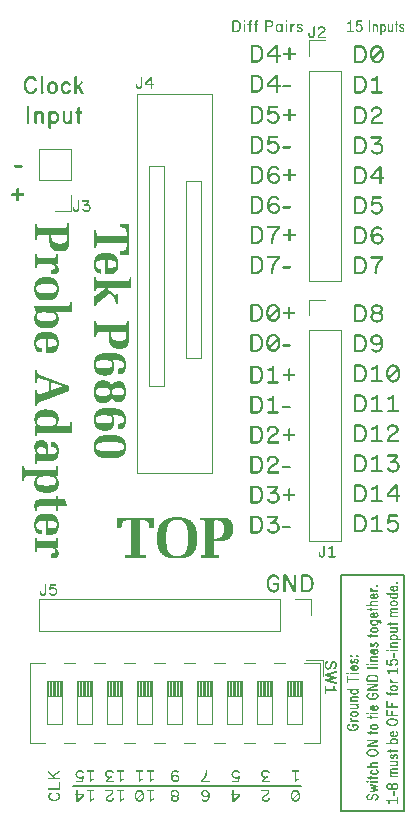
<source format=gto>
%TF.GenerationSoftware,KiCad,Pcbnew,7.0.5-94-gd77180d9b5*%
%TF.CreationDate,2023-06-13T20:52:47-05:00*%
%TF.ProjectId,Tek P6860 Adapter v.2,54656b20-5036-4383-9630-204164617074,rev?*%
%TF.SameCoordinates,Original*%
%TF.FileFunction,Legend,Top*%
%TF.FilePolarity,Positive*%
%FSLAX46Y46*%
G04 Gerber Fmt 4.6, Leading zero omitted, Abs format (unit mm)*
G04 Created by KiCad (PCBNEW 7.0.5-94-gd77180d9b5) date 2023-06-13 20:52:47*
%MOMM*%
%LPD*%
G01*
G04 APERTURE LIST*
%ADD10C,0.150000*%
%ADD11C,0.250000*%
%ADD12C,0.375000*%
%ADD13C,0.300000*%
%ADD14C,0.200000*%
%ADD15C,0.120000*%
%ADD16R,1.700000X1.700000*%
%ADD17O,1.700000X1.700000*%
%ADD18C,3.500000*%
%ADD19C,1.700000*%
%ADD20R,0.810000X0.410000*%
%ADD21R,1.120000X2.160000*%
G04 APERTURE END LIST*
D10*
X45288200Y-63449200D02*
X50622200Y-63449200D01*
X50622200Y-83413600D01*
X45288200Y-83413600D01*
X45288200Y-63449200D01*
X41910000Y-81280000D02*
X22606000Y-81280000D01*
G36*
X38172550Y-53302385D02*
G01*
X38188247Y-53303467D01*
X38204149Y-53305270D01*
X38220258Y-53307794D01*
X38236572Y-53311040D01*
X38253093Y-53315007D01*
X38269820Y-53319695D01*
X38286753Y-53325105D01*
X38304023Y-53331316D01*
X38321580Y-53338592D01*
X38334936Y-53344747D01*
X38348452Y-53351502D01*
X38362130Y-53358855D01*
X38375968Y-53366808D01*
X38389968Y-53375359D01*
X38404128Y-53384509D01*
X38418450Y-53394258D01*
X38432932Y-53404606D01*
X38447350Y-53415482D01*
X38461478Y-53426816D01*
X38475317Y-53438606D01*
X38488866Y-53450854D01*
X38502125Y-53463559D01*
X38515094Y-53476721D01*
X38527773Y-53490341D01*
X38540162Y-53504417D01*
X38552262Y-53518951D01*
X38564072Y-53533943D01*
X38571784Y-53544191D01*
X38583131Y-53560183D01*
X38594092Y-53577108D01*
X38604667Y-53594967D01*
X38614855Y-53613760D01*
X38624657Y-53633487D01*
X38630976Y-53647157D01*
X38637124Y-53661242D01*
X38643101Y-53675742D01*
X38648905Y-53690657D01*
X38654538Y-53705987D01*
X38659999Y-53721732D01*
X38665289Y-53737892D01*
X38670406Y-53754467D01*
X38672901Y-53762910D01*
X38677736Y-53779974D01*
X38682260Y-53797274D01*
X38686472Y-53814812D01*
X38690372Y-53832588D01*
X38693960Y-53850602D01*
X38697235Y-53868853D01*
X38700199Y-53887341D01*
X38702851Y-53906067D01*
X38705191Y-53925031D01*
X38707219Y-53944232D01*
X38708935Y-53963671D01*
X38710339Y-53983347D01*
X38711431Y-54003261D01*
X38712210Y-54023413D01*
X38712678Y-54043802D01*
X38712834Y-54064428D01*
X38712678Y-54085010D01*
X38712210Y-54105358D01*
X38711431Y-54125471D01*
X38710339Y-54145349D01*
X38708935Y-54164992D01*
X38707219Y-54184401D01*
X38705191Y-54203575D01*
X38702851Y-54222514D01*
X38700199Y-54241219D01*
X38697235Y-54259689D01*
X38693960Y-54277924D01*
X38690372Y-54295925D01*
X38686472Y-54313690D01*
X38682260Y-54331222D01*
X38677736Y-54348518D01*
X38672901Y-54365580D01*
X38667869Y-54382318D01*
X38662665Y-54398644D01*
X38657290Y-54414558D01*
X38651743Y-54430060D01*
X38646024Y-54445149D01*
X38640134Y-54459827D01*
X38634072Y-54474092D01*
X38627838Y-54487945D01*
X38621432Y-54501386D01*
X38611502Y-54520775D01*
X38601185Y-54539236D01*
X38590482Y-54556770D01*
X38579392Y-54573377D01*
X38571784Y-54583933D01*
X38560167Y-54599232D01*
X38548261Y-54614080D01*
X38536065Y-54628478D01*
X38523579Y-54642425D01*
X38510803Y-54655921D01*
X38497737Y-54668966D01*
X38484382Y-54681561D01*
X38470736Y-54693705D01*
X38456801Y-54705397D01*
X38442576Y-54716640D01*
X38432932Y-54723884D01*
X38418450Y-54734232D01*
X38404128Y-54743981D01*
X38389968Y-54753131D01*
X38375968Y-54761682D01*
X38362130Y-54769635D01*
X38348452Y-54776988D01*
X38334936Y-54783743D01*
X38321580Y-54789898D01*
X38304023Y-54797174D01*
X38286753Y-54803385D01*
X38269820Y-54808709D01*
X38253093Y-54813323D01*
X38236572Y-54817227D01*
X38220258Y-54820421D01*
X38204149Y-54822905D01*
X38188247Y-54824680D01*
X38172550Y-54825745D01*
X38157060Y-54826100D01*
X37732444Y-54826100D01*
X37717494Y-54824979D01*
X37701160Y-54820839D01*
X37686018Y-54813649D01*
X37673988Y-54805058D01*
X37662834Y-54794226D01*
X37653123Y-54782033D01*
X37644332Y-54767547D01*
X37638277Y-54752781D01*
X37634956Y-54737734D01*
X37634258Y-54726815D01*
X37634258Y-53499494D01*
X37830996Y-53499494D01*
X37830996Y-54628629D01*
X38157060Y-54628629D01*
X38171966Y-54627919D01*
X38188109Y-54625790D01*
X38203249Y-54622762D01*
X38219335Y-54618647D01*
X38224104Y-54617272D01*
X38239170Y-54611948D01*
X38255240Y-54604770D01*
X38269399Y-54597371D01*
X38284255Y-54588684D01*
X38296643Y-54580807D01*
X38309477Y-54572106D01*
X38316062Y-54567446D01*
X38329182Y-54557520D01*
X38341982Y-54546976D01*
X38354461Y-54535813D01*
X38366620Y-54524032D01*
X38378458Y-54511633D01*
X38389976Y-54498616D01*
X38401173Y-54484980D01*
X38412049Y-54470726D01*
X38422571Y-54455408D01*
X38432703Y-54438578D01*
X38440047Y-54424964D01*
X38447172Y-54410499D01*
X38454077Y-54395185D01*
X38460764Y-54379021D01*
X38467232Y-54362006D01*
X38473481Y-54344142D01*
X38479511Y-54325427D01*
X38485322Y-54305862D01*
X38490822Y-54285559D01*
X38495781Y-54264766D01*
X38500199Y-54243484D01*
X38502843Y-54229024D01*
X38505248Y-54214347D01*
X38507411Y-54199452D01*
X38509335Y-54184339D01*
X38511018Y-54169009D01*
X38512460Y-54153462D01*
X38513662Y-54137697D01*
X38514624Y-54121714D01*
X38515345Y-54105514D01*
X38515826Y-54089096D01*
X38516067Y-54072461D01*
X38516097Y-54064062D01*
X38515977Y-54047319D01*
X38515616Y-54030797D01*
X38515015Y-54014495D01*
X38514173Y-53998414D01*
X38513091Y-53982553D01*
X38511769Y-53966912D01*
X38510206Y-53951492D01*
X38508403Y-53936292D01*
X38506360Y-53921313D01*
X38504075Y-53906554D01*
X38501551Y-53892015D01*
X38497313Y-53870620D01*
X38492535Y-53849722D01*
X38487216Y-53829319D01*
X38485322Y-53822628D01*
X38479511Y-53802998D01*
X38473481Y-53784224D01*
X38467232Y-53766307D01*
X38460764Y-53749246D01*
X38454077Y-53733042D01*
X38447172Y-53717694D01*
X38440047Y-53703203D01*
X38432703Y-53689569D01*
X38425140Y-53676791D01*
X38414716Y-53661086D01*
X38412049Y-53657397D01*
X38401173Y-53643149D01*
X38389976Y-53629531D01*
X38378458Y-53616542D01*
X38366620Y-53604183D01*
X38354461Y-53592454D01*
X38341982Y-53581354D01*
X38329182Y-53570884D01*
X38316062Y-53561044D01*
X38303004Y-53551850D01*
X38290394Y-53543504D01*
X38275258Y-53534263D01*
X38260820Y-53526345D01*
X38247079Y-53519751D01*
X38231512Y-53513586D01*
X38224104Y-53511218D01*
X38207748Y-53506650D01*
X38192338Y-53503204D01*
X38175886Y-53500639D01*
X38160671Y-53499540D01*
X38157060Y-53499494D01*
X37830996Y-53499494D01*
X37634258Y-53499494D01*
X37634258Y-53401675D01*
X37635366Y-53386464D01*
X37638689Y-53372154D01*
X37645366Y-53356599D01*
X37653489Y-53344243D01*
X37663827Y-53332788D01*
X37665765Y-53330967D01*
X37677821Y-53321131D01*
X37692146Y-53312228D01*
X37706752Y-53306094D01*
X37721639Y-53302731D01*
X37732444Y-53302024D01*
X38157060Y-53302024D01*
X38172550Y-53302385D01*
G37*
G36*
X39205961Y-53790754D02*
G01*
X39194807Y-53800590D01*
X39180687Y-53809493D01*
X39165374Y-53815627D01*
X39148870Y-53818990D01*
X39136352Y-53819697D01*
X39121514Y-53818692D01*
X39105245Y-53814981D01*
X39090098Y-53808534D01*
X39076073Y-53799353D01*
X39066742Y-53791120D01*
X39057031Y-53779829D01*
X39048240Y-53765549D01*
X39042184Y-53750076D01*
X39038864Y-53733412D01*
X39038166Y-53720778D01*
X39038735Y-53695368D01*
X39040444Y-53670701D01*
X39043292Y-53646779D01*
X39047279Y-53623600D01*
X39052405Y-53601166D01*
X39058671Y-53579476D01*
X39066075Y-53558531D01*
X39074619Y-53538329D01*
X39084302Y-53518872D01*
X39095124Y-53500159D01*
X39107085Y-53482189D01*
X39120186Y-53464965D01*
X39134425Y-53448484D01*
X39149804Y-53432747D01*
X39166322Y-53417755D01*
X39183979Y-53403507D01*
X39202437Y-53390020D01*
X39221359Y-53377404D01*
X39240745Y-53365657D01*
X39260595Y-53354781D01*
X39280908Y-53344774D01*
X39301685Y-53335638D01*
X39322925Y-53327372D01*
X39344630Y-53319976D01*
X39366798Y-53313450D01*
X39389429Y-53307794D01*
X39412524Y-53303009D01*
X39436083Y-53299093D01*
X39460106Y-53296048D01*
X39484592Y-53293873D01*
X39509542Y-53292567D01*
X39534956Y-53292132D01*
X39560676Y-53292625D01*
X39585903Y-53294102D01*
X39610639Y-53296563D01*
X39634882Y-53300009D01*
X39658632Y-53304440D01*
X39681891Y-53309855D01*
X39704657Y-53316255D01*
X39726931Y-53323640D01*
X39748712Y-53332009D01*
X39770001Y-53341362D01*
X39790798Y-53351701D01*
X39811103Y-53363024D01*
X39830915Y-53375331D01*
X39850235Y-53388623D01*
X39869063Y-53402900D01*
X39887398Y-53418162D01*
X39904922Y-53434137D01*
X39921316Y-53450648D01*
X39936578Y-53467694D01*
X39950711Y-53485275D01*
X39963712Y-53503391D01*
X39975583Y-53522043D01*
X39986324Y-53541230D01*
X39995934Y-53560952D01*
X40004413Y-53581209D01*
X40011762Y-53602002D01*
X40017980Y-53623330D01*
X40023068Y-53645193D01*
X40027025Y-53667591D01*
X40029851Y-53690525D01*
X40031547Y-53713994D01*
X40032112Y-53737998D01*
X40031843Y-53753288D01*
X40031036Y-53768291D01*
X40029691Y-53783009D01*
X40026664Y-53804549D01*
X40022426Y-53825444D01*
X40016978Y-53845696D01*
X40010319Y-53865303D01*
X40002450Y-53884267D01*
X39993369Y-53902587D01*
X39983078Y-53920262D01*
X39971576Y-53937294D01*
X39963236Y-53948291D01*
X39949629Y-53964522D01*
X39934638Y-53980791D01*
X39923874Y-53991659D01*
X39912496Y-54002544D01*
X39900502Y-54013446D01*
X39887892Y-54024366D01*
X39874667Y-54035302D01*
X39860827Y-54046256D01*
X39846371Y-54057227D01*
X39831300Y-54068215D01*
X39815614Y-54079220D01*
X39799312Y-54090243D01*
X39782395Y-54101282D01*
X39764862Y-54112339D01*
X39746714Y-54123413D01*
X39733714Y-54130815D01*
X39719811Y-54138636D01*
X39706679Y-54145974D01*
X39703117Y-54147959D01*
X39689268Y-54156271D01*
X39676159Y-54164171D01*
X39659833Y-54174063D01*
X39644824Y-54183222D01*
X39631131Y-54191648D01*
X39615866Y-54201151D01*
X39602659Y-54209508D01*
X39593574Y-54215370D01*
X39580200Y-54223953D01*
X39565358Y-54233488D01*
X39551868Y-54242162D01*
X39537359Y-54251499D01*
X39525017Y-54259444D01*
X39512022Y-54267813D01*
X39505280Y-54272157D01*
X39492131Y-54280606D01*
X39477096Y-54290459D01*
X39463616Y-54299525D01*
X39449496Y-54309366D01*
X39437616Y-54318072D01*
X39427977Y-54325646D01*
X39416071Y-54335675D01*
X39404450Y-54345578D01*
X39391707Y-54356532D01*
X39379892Y-54366759D01*
X39371557Y-54374006D01*
X39359502Y-54384941D01*
X39348889Y-54395490D01*
X39338330Y-54407308D01*
X39328667Y-54420171D01*
X39323930Y-54427862D01*
X39316163Y-54441981D01*
X39308676Y-54455749D01*
X39301673Y-54468734D01*
X39294250Y-54482596D01*
X39293155Y-54484648D01*
X39286095Y-54498983D01*
X39279982Y-54513459D01*
X39274815Y-54528075D01*
X39270595Y-54542831D01*
X39268609Y-54551326D01*
X39265599Y-54566671D01*
X39262658Y-54582892D01*
X39260194Y-54597494D01*
X39257781Y-54612740D01*
X39255420Y-54628629D01*
X39994010Y-54628629D01*
X40009097Y-54629647D01*
X40025591Y-54633406D01*
X40040893Y-54639935D01*
X40055003Y-54649234D01*
X40064352Y-54657572D01*
X40074188Y-54668739D01*
X40083092Y-54682907D01*
X40089225Y-54698301D01*
X40092588Y-54714923D01*
X40093295Y-54727548D01*
X40092277Y-54742510D01*
X40088518Y-54758891D01*
X40081989Y-54774116D01*
X40072690Y-54788183D01*
X40064352Y-54797523D01*
X40053198Y-54807235D01*
X40039078Y-54816025D01*
X40023766Y-54822081D01*
X40007262Y-54825402D01*
X39994743Y-54826100D01*
X39159799Y-54826100D01*
X39144712Y-54824732D01*
X39129906Y-54820630D01*
X39115380Y-54813793D01*
X39101135Y-54804221D01*
X39093121Y-54797523D01*
X39082413Y-54786232D01*
X39073921Y-54774064D01*
X39066813Y-54758762D01*
X39062721Y-54742268D01*
X39061613Y-54727181D01*
X39061723Y-54711804D01*
X39062054Y-54696630D01*
X39062605Y-54681659D01*
X39063376Y-54666891D01*
X39064947Y-54645121D01*
X39067013Y-54623808D01*
X39069575Y-54602952D01*
X39072633Y-54582553D01*
X39076187Y-54562612D01*
X39080236Y-54543127D01*
X39084782Y-54524100D01*
X39089823Y-54505531D01*
X39095243Y-54487476D01*
X39100784Y-54469995D01*
X39106448Y-54453087D01*
X39112234Y-54436752D01*
X39118143Y-54420990D01*
X39124174Y-54405801D01*
X39130328Y-54391185D01*
X39136603Y-54377143D01*
X39143002Y-54363674D01*
X39151723Y-54346606D01*
X39153937Y-54342499D01*
X39163703Y-54326075D01*
X39172064Y-54313600D01*
X39181314Y-54300989D01*
X39191453Y-54288243D01*
X39202480Y-54275362D01*
X39214396Y-54262346D01*
X39227201Y-54249195D01*
X39240895Y-54235908D01*
X39255477Y-54222486D01*
X39270948Y-54208928D01*
X39276303Y-54204379D01*
X39292302Y-54190924D01*
X39307876Y-54178035D01*
X39323025Y-54165714D01*
X39337749Y-54153958D01*
X39352048Y-54142770D01*
X39365922Y-54132148D01*
X39379371Y-54122093D01*
X39392394Y-54112605D01*
X39404993Y-54103684D01*
X39417167Y-54095329D01*
X39425047Y-54090074D01*
X39437375Y-54081967D01*
X39451004Y-54073171D01*
X39465934Y-54063686D01*
X39482165Y-54053512D01*
X39499697Y-54042648D01*
X39518530Y-54031096D01*
X39531807Y-54023012D01*
X39545663Y-54014621D01*
X39560098Y-54005924D01*
X39575110Y-53996921D01*
X39590700Y-53987612D01*
X39606869Y-53977996D01*
X39623616Y-53968074D01*
X39636347Y-53959373D01*
X39645964Y-53953786D01*
X39661611Y-53944148D01*
X39676493Y-53934833D01*
X39690611Y-53925841D01*
X39703964Y-53917173D01*
X39716554Y-53908828D01*
X39734005Y-53896917D01*
X39749737Y-53885734D01*
X39763749Y-53875279D01*
X39776042Y-53865551D01*
X39789758Y-53853713D01*
X39800417Y-53843168D01*
X39804600Y-53838381D01*
X39813466Y-53826156D01*
X39820829Y-53812607D01*
X39826689Y-53797734D01*
X39831047Y-53781538D01*
X39833902Y-53764017D01*
X39835104Y-53749048D01*
X39835375Y-53737265D01*
X39834660Y-53718167D01*
X39832515Y-53699617D01*
X39828941Y-53681614D01*
X39823937Y-53664158D01*
X39817504Y-53647250D01*
X39809640Y-53630889D01*
X39800347Y-53615076D01*
X39789625Y-53599810D01*
X39777473Y-53585091D01*
X39763891Y-53570920D01*
X39754042Y-53561776D01*
X39738296Y-53548878D01*
X39721558Y-53537249D01*
X39703829Y-53526888D01*
X39685108Y-53517796D01*
X39665395Y-53509972D01*
X39644691Y-53503417D01*
X39630336Y-53499752D01*
X39615542Y-53496651D01*
X39600306Y-53494114D01*
X39584630Y-53492140D01*
X39568513Y-53490730D01*
X39551955Y-53489885D01*
X39534956Y-53489603D01*
X39516997Y-53489837D01*
X39499573Y-53490541D01*
X39482685Y-53491715D01*
X39466331Y-53493358D01*
X39450513Y-53495470D01*
X39435230Y-53498052D01*
X39420483Y-53501103D01*
X39399365Y-53506560D01*
X39379451Y-53513073D01*
X39360742Y-53520642D01*
X39343237Y-53529267D01*
X39326936Y-53538949D01*
X39311840Y-53549686D01*
X39298091Y-53561337D01*
X39285694Y-53573896D01*
X39274649Y-53587364D01*
X39264957Y-53601739D01*
X39256617Y-53617022D01*
X39249630Y-53633213D01*
X39243995Y-53650312D01*
X39239712Y-53668320D01*
X39236782Y-53687235D01*
X39235204Y-53707058D01*
X39234904Y-53720778D01*
X39233886Y-53735741D01*
X39230127Y-53752122D01*
X39223598Y-53767347D01*
X39214299Y-53781414D01*
X39205961Y-53790754D01*
G37*
G36*
X40350849Y-54352024D02*
G01*
X40341013Y-54340746D01*
X40332110Y-54326513D01*
X40325976Y-54311123D01*
X40322613Y-54294576D01*
X40321906Y-54282049D01*
X40322924Y-54266975D01*
X40326683Y-54250528D01*
X40333212Y-54235308D01*
X40342511Y-54221316D01*
X40350849Y-54212073D01*
X40362141Y-54202237D01*
X40376421Y-54193334D01*
X40391893Y-54187200D01*
X40408558Y-54183837D01*
X40421191Y-54183130D01*
X40949488Y-54183130D01*
X40964575Y-54184148D01*
X40981069Y-54187907D01*
X40996371Y-54194436D01*
X41010482Y-54203735D01*
X41019830Y-54212073D01*
X41029666Y-54223240D01*
X41038570Y-54237408D01*
X41044703Y-54252802D01*
X41048066Y-54269424D01*
X41048773Y-54282049D01*
X41047755Y-54297011D01*
X41043996Y-54313392D01*
X41037467Y-54328617D01*
X41028168Y-54342684D01*
X41019830Y-54352024D01*
X41008539Y-54361736D01*
X40994258Y-54370526D01*
X40978786Y-54376582D01*
X40962121Y-54379903D01*
X40949488Y-54380601D01*
X40421191Y-54380601D01*
X40406104Y-54379596D01*
X40389610Y-54375884D01*
X40374308Y-54369438D01*
X40360198Y-54360257D01*
X40350849Y-54352024D01*
G37*
G36*
X29476005Y-81625050D02*
G01*
X29482479Y-81632569D01*
X29488340Y-81642058D01*
X29492377Y-81652318D01*
X29494591Y-81663349D01*
X29495056Y-81671701D01*
X29494386Y-81681667D01*
X29491912Y-81692556D01*
X29487614Y-81702651D01*
X29481493Y-81711951D01*
X29476005Y-81718107D01*
X29468486Y-81724581D01*
X29458997Y-81730442D01*
X29448738Y-81734479D01*
X29437706Y-81736693D01*
X29429355Y-81737158D01*
X29232495Y-81737158D01*
X29232495Y-82372922D01*
X29242253Y-82367621D01*
X29252355Y-82362588D01*
X29262800Y-82357821D01*
X29273589Y-82353322D01*
X29284721Y-82349089D01*
X29296196Y-82345124D01*
X29308016Y-82341426D01*
X29320178Y-82337995D01*
X29332623Y-82334961D01*
X29345411Y-82332332D01*
X29355228Y-82330625D01*
X29365238Y-82329146D01*
X29375441Y-82327895D01*
X29385837Y-82326871D01*
X29396427Y-82326074D01*
X29407210Y-82325506D01*
X29418185Y-82325164D01*
X29429355Y-82325050D01*
X29439329Y-82325720D01*
X29450250Y-82328195D01*
X29460400Y-82332492D01*
X29469778Y-82338613D01*
X29476005Y-82344101D01*
X29482479Y-82351537D01*
X29488340Y-82360951D01*
X29492377Y-82371159D01*
X29494591Y-82382162D01*
X29495056Y-82390508D01*
X29494386Y-82400474D01*
X29491912Y-82411363D01*
X29487614Y-82421458D01*
X29481493Y-82430758D01*
X29476005Y-82436914D01*
X29468486Y-82443471D01*
X29458997Y-82449407D01*
X29448738Y-82453495D01*
X29437706Y-82455738D01*
X29429355Y-82456209D01*
X29417879Y-82456381D01*
X29406655Y-82456896D01*
X29395683Y-82457754D01*
X29384963Y-82458957D01*
X29374495Y-82460502D01*
X29364279Y-82462391D01*
X29354315Y-82464624D01*
X29344602Y-82467200D01*
X29333090Y-82470694D01*
X29322520Y-82474308D01*
X29312892Y-82478040D01*
X29302583Y-82482677D01*
X29293630Y-82487486D01*
X29287205Y-82491624D01*
X29278974Y-82497842D01*
X29271163Y-82504527D01*
X29263774Y-82511680D01*
X29256805Y-82519300D01*
X29253011Y-82523864D01*
X29246218Y-82532413D01*
X29239917Y-82541037D01*
X29235182Y-82549265D01*
X29231319Y-82558339D01*
X29229808Y-82561478D01*
X29228343Y-82565630D01*
X29224282Y-82574728D01*
X29218939Y-82582971D01*
X29212314Y-82590359D01*
X29204407Y-82596893D01*
X29195645Y-82602342D01*
X29186455Y-82606235D01*
X29176838Y-82608571D01*
X29166794Y-82609349D01*
X29157017Y-82608591D01*
X29148964Y-82606662D01*
X29139651Y-82602751D01*
X29133577Y-82599579D01*
X29125360Y-82593906D01*
X29120632Y-82588833D01*
X29114074Y-82581523D01*
X29108139Y-82572343D01*
X29104050Y-82562462D01*
X29101808Y-82551880D01*
X29101336Y-82543892D01*
X29101336Y-81737158D01*
X28904232Y-81737158D01*
X28894266Y-81736488D01*
X28883377Y-81734014D01*
X28873282Y-81729716D01*
X28863982Y-81723595D01*
X28857826Y-81718107D01*
X28851352Y-81710671D01*
X28845492Y-81701258D01*
X28841454Y-81691049D01*
X28839240Y-81680047D01*
X28838775Y-81671701D01*
X28839445Y-81661726D01*
X28841920Y-81650805D01*
X28846217Y-81640655D01*
X28852338Y-81631277D01*
X28857826Y-81625050D01*
X28865262Y-81618576D01*
X28874676Y-81612716D01*
X28884884Y-81608679D01*
X28895887Y-81606465D01*
X28904232Y-81606000D01*
X29429355Y-81606000D01*
X29439329Y-81606669D01*
X29450250Y-81609144D01*
X29460400Y-81613441D01*
X29469778Y-81619562D01*
X29476005Y-81625050D01*
G37*
G36*
X28255314Y-81598710D02*
G01*
X28269583Y-81599558D01*
X28283676Y-81600970D01*
X28297594Y-81602946D01*
X28311337Y-81605488D01*
X28324904Y-81608595D01*
X28338295Y-81612266D01*
X28351511Y-81616502D01*
X28364551Y-81621303D01*
X28377416Y-81626669D01*
X28390105Y-81632599D01*
X28402619Y-81639094D01*
X28414957Y-81646155D01*
X28427119Y-81653780D01*
X28439106Y-81661969D01*
X28450918Y-81670724D01*
X28462443Y-81679935D01*
X28473632Y-81689496D01*
X28484486Y-81699406D01*
X28495004Y-81709665D01*
X28505185Y-81720274D01*
X28515031Y-81731231D01*
X28524542Y-81742538D01*
X28533716Y-81754194D01*
X28542555Y-81766199D01*
X28551057Y-81778553D01*
X28559224Y-81791257D01*
X28567055Y-81804309D01*
X28574550Y-81817711D01*
X28581710Y-81831462D01*
X28588533Y-81845563D01*
X28595021Y-81860012D01*
X28601143Y-81874731D01*
X28606871Y-81889577D01*
X28612203Y-81904551D01*
X28617140Y-81919653D01*
X28621683Y-81934883D01*
X28625830Y-81950241D01*
X28629582Y-81965726D01*
X28632940Y-81981340D01*
X28635902Y-81997081D01*
X28638470Y-82012950D01*
X28640642Y-82028947D01*
X28642419Y-82045072D01*
X28643802Y-82061324D01*
X28644789Y-82077705D01*
X28645382Y-82094213D01*
X28645579Y-82110849D01*
X28645382Y-82127485D01*
X28644789Y-82143990D01*
X28643802Y-82160366D01*
X28642419Y-82176612D01*
X28640642Y-82192728D01*
X28638470Y-82208715D01*
X28635902Y-82224571D01*
X28632940Y-82240298D01*
X28629582Y-82255895D01*
X28625830Y-82271363D01*
X28621683Y-82286700D01*
X28617140Y-82301908D01*
X28612203Y-82316987D01*
X28606871Y-82331935D01*
X28601143Y-82346754D01*
X28595021Y-82361443D01*
X28588533Y-82375922D01*
X28581710Y-82390050D01*
X28574550Y-82403826D01*
X28567055Y-82417252D01*
X28559224Y-82430327D01*
X28551057Y-82443050D01*
X28542555Y-82455423D01*
X28533716Y-82467444D01*
X28524542Y-82479114D01*
X28515031Y-82490433D01*
X28505185Y-82501401D01*
X28495004Y-82512018D01*
X28484486Y-82522284D01*
X28473632Y-82532199D01*
X28462443Y-82541763D01*
X28450918Y-82550975D01*
X28439106Y-82559730D01*
X28427119Y-82567919D01*
X28414957Y-82575544D01*
X28402619Y-82582605D01*
X28390105Y-82589100D01*
X28377416Y-82595030D01*
X28364551Y-82600396D01*
X28351511Y-82605197D01*
X28338295Y-82609433D01*
X28324904Y-82613104D01*
X28311337Y-82616211D01*
X28297594Y-82618752D01*
X28283676Y-82620729D01*
X28269583Y-82622141D01*
X28255314Y-82622989D01*
X28240869Y-82623271D01*
X28226425Y-82622989D01*
X28212159Y-82622141D01*
X28198070Y-82620729D01*
X28184159Y-82618752D01*
X28170425Y-82616211D01*
X28156868Y-82613104D01*
X28143489Y-82609433D01*
X28130288Y-82605197D01*
X28117264Y-82600396D01*
X28104417Y-82595030D01*
X28091748Y-82589100D01*
X28079256Y-82582605D01*
X28066942Y-82575544D01*
X28054805Y-82567919D01*
X28042846Y-82559730D01*
X28031064Y-82550975D01*
X28019539Y-82541763D01*
X28008350Y-82532199D01*
X27997496Y-82522284D01*
X27986978Y-82512018D01*
X27976797Y-82501401D01*
X27966951Y-82490433D01*
X27957440Y-82479114D01*
X27948266Y-82467444D01*
X27939427Y-82455423D01*
X27930925Y-82443050D01*
X27922758Y-82430327D01*
X27914927Y-82417252D01*
X27907432Y-82403826D01*
X27900272Y-82390050D01*
X27899431Y-82388309D01*
X28055000Y-82388309D01*
X28065171Y-82400850D01*
X28075536Y-82412581D01*
X28086092Y-82423503D01*
X28096842Y-82433616D01*
X28107784Y-82442921D01*
X28118919Y-82451416D01*
X28130247Y-82459102D01*
X28141767Y-82465979D01*
X28153481Y-82472046D01*
X28165386Y-82477305D01*
X28177485Y-82481755D01*
X28189776Y-82485396D01*
X28202260Y-82488228D01*
X28214937Y-82490250D01*
X28227807Y-82491464D01*
X28240869Y-82491868D01*
X28254120Y-82491442D01*
X28267190Y-82490162D01*
X28280078Y-82488030D01*
X28292786Y-82485045D01*
X28305312Y-82481207D01*
X28317657Y-82476515D01*
X28329820Y-82470971D01*
X28341802Y-82464574D01*
X28353603Y-82457324D01*
X28365223Y-82449221D01*
X28376661Y-82440265D01*
X28387918Y-82430456D01*
X28398994Y-82419795D01*
X28409889Y-82408280D01*
X28420602Y-82395912D01*
X28431134Y-82382692D01*
X28441220Y-82368830D01*
X28450654Y-82354539D01*
X28459439Y-82339819D01*
X28467572Y-82324669D01*
X28475055Y-82309090D01*
X28481887Y-82293081D01*
X28488068Y-82276644D01*
X28493599Y-82259777D01*
X28498479Y-82242480D01*
X28502709Y-82224754D01*
X28506287Y-82206599D01*
X28509215Y-82188015D01*
X28511493Y-82169001D01*
X28513120Y-82149558D01*
X28513689Y-82139676D01*
X28514096Y-82129686D01*
X28514340Y-82119589D01*
X28514421Y-82109384D01*
X28514325Y-82098981D01*
X28514035Y-82088654D01*
X28513554Y-82078403D01*
X28512879Y-82068229D01*
X28512012Y-82058131D01*
X28510952Y-82048110D01*
X28509699Y-82038164D01*
X28508254Y-82028295D01*
X28506616Y-82018503D01*
X28504785Y-82008786D01*
X28502761Y-81999147D01*
X28500545Y-81989583D01*
X28498136Y-81980096D01*
X28494161Y-81966008D01*
X28489752Y-81952092D01*
X28055000Y-82388309D01*
X27899431Y-82388309D01*
X27893449Y-82375922D01*
X27886961Y-82361443D01*
X27880809Y-82346754D01*
X27875054Y-82331935D01*
X27869696Y-82316987D01*
X27864735Y-82301908D01*
X27860171Y-82286700D01*
X27856003Y-82271363D01*
X27852233Y-82255895D01*
X27848859Y-82240298D01*
X27845882Y-82224571D01*
X27843303Y-82208715D01*
X27841120Y-82192728D01*
X27839334Y-82176612D01*
X27837945Y-82160366D01*
X27836952Y-82143990D01*
X27836357Y-82127485D01*
X27836159Y-82110849D01*
X27967561Y-82110849D01*
X27967658Y-82121164D01*
X27967947Y-82131408D01*
X27968428Y-82141581D01*
X27969103Y-82151684D01*
X27969970Y-82161716D01*
X27971030Y-82171677D01*
X27972283Y-82181568D01*
X27973728Y-82191389D01*
X27975366Y-82201138D01*
X27977197Y-82210817D01*
X27979221Y-82220426D01*
X27981437Y-82229964D01*
X27985123Y-82244138D01*
X27989242Y-82258154D01*
X27992230Y-82267409D01*
X28426982Y-81833145D01*
X28419367Y-81824376D01*
X28411025Y-81815929D01*
X28401955Y-81807804D01*
X28394176Y-81801536D01*
X28385931Y-81795474D01*
X28377220Y-81789617D01*
X28368044Y-81783967D01*
X28365677Y-81782587D01*
X28356060Y-81777271D01*
X28346382Y-81772191D01*
X28336643Y-81767349D01*
X28326842Y-81762742D01*
X28316981Y-81758373D01*
X28307059Y-81754240D01*
X28297075Y-81750343D01*
X28287031Y-81746683D01*
X28277498Y-81743321D01*
X28267105Y-81739623D01*
X28256870Y-81735925D01*
X28247016Y-81732250D01*
X28241113Y-81729831D01*
X28227892Y-81730255D01*
X28214849Y-81731529D01*
X28201987Y-81733652D01*
X28189303Y-81736624D01*
X28176799Y-81740445D01*
X28164474Y-81745115D01*
X28152329Y-81750634D01*
X28140363Y-81757003D01*
X28128576Y-81764220D01*
X28116969Y-81772287D01*
X28105541Y-81781203D01*
X28094293Y-81790968D01*
X28083223Y-81801582D01*
X28072334Y-81813045D01*
X28061623Y-81825357D01*
X28051092Y-81838519D01*
X28040977Y-81852348D01*
X28031515Y-81866603D01*
X28022705Y-81881283D01*
X28014547Y-81896389D01*
X28007043Y-81911920D01*
X28000190Y-81927877D01*
X27993991Y-81944260D01*
X27988444Y-81961068D01*
X27983550Y-81978301D01*
X27979308Y-81995960D01*
X27975718Y-82014044D01*
X27972782Y-82032554D01*
X27970498Y-82051490D01*
X27968866Y-82070851D01*
X27968295Y-82080691D01*
X27967887Y-82090637D01*
X27967643Y-82100690D01*
X27967561Y-82110849D01*
X27836159Y-82110849D01*
X27836357Y-82094213D01*
X27836952Y-82077705D01*
X27837945Y-82061324D01*
X27839334Y-82045072D01*
X27841120Y-82028947D01*
X27843303Y-82012950D01*
X27845882Y-81997081D01*
X27848859Y-81981340D01*
X27852233Y-81965726D01*
X27856003Y-81950241D01*
X27860171Y-81934883D01*
X27864735Y-81919653D01*
X27869696Y-81904551D01*
X27875054Y-81889577D01*
X27880809Y-81874731D01*
X27886961Y-81860012D01*
X27893449Y-81845563D01*
X27900272Y-81831462D01*
X27907432Y-81817711D01*
X27914927Y-81804309D01*
X27922758Y-81791257D01*
X27930925Y-81778553D01*
X27939427Y-81766199D01*
X27948266Y-81754194D01*
X27957440Y-81742538D01*
X27966951Y-81731231D01*
X27976797Y-81720274D01*
X27986978Y-81709665D01*
X27997496Y-81699406D01*
X28008350Y-81689496D01*
X28019539Y-81679935D01*
X28031064Y-81670724D01*
X28042846Y-81661969D01*
X28054805Y-81653780D01*
X28066942Y-81646155D01*
X28079256Y-81639094D01*
X28091748Y-81632599D01*
X28104417Y-81626669D01*
X28117264Y-81621303D01*
X28130288Y-81616502D01*
X28143489Y-81612266D01*
X28156868Y-81608595D01*
X28170425Y-81605488D01*
X28184159Y-81602946D01*
X28198070Y-81600970D01*
X28212159Y-81599558D01*
X28226425Y-81598710D01*
X28240869Y-81598428D01*
X28255314Y-81598710D01*
G37*
G36*
X29476005Y-79945050D02*
G01*
X29482479Y-79952569D01*
X29488340Y-79962058D01*
X29492377Y-79972318D01*
X29494591Y-79983349D01*
X29495056Y-79991701D01*
X29494386Y-80001667D01*
X29491912Y-80012556D01*
X29487614Y-80022651D01*
X29481493Y-80031951D01*
X29476005Y-80038107D01*
X29468486Y-80044581D01*
X29458997Y-80050442D01*
X29448738Y-80054479D01*
X29437706Y-80056693D01*
X29429355Y-80057158D01*
X29232495Y-80057158D01*
X29232495Y-80692922D01*
X29242253Y-80687621D01*
X29252355Y-80682588D01*
X29262800Y-80677821D01*
X29273589Y-80673322D01*
X29284721Y-80669089D01*
X29296196Y-80665124D01*
X29308016Y-80661426D01*
X29320178Y-80657995D01*
X29332623Y-80654961D01*
X29345411Y-80652332D01*
X29355228Y-80650625D01*
X29365238Y-80649146D01*
X29375441Y-80647895D01*
X29385837Y-80646871D01*
X29396427Y-80646074D01*
X29407210Y-80645506D01*
X29418185Y-80645164D01*
X29429355Y-80645050D01*
X29439329Y-80645720D01*
X29450250Y-80648195D01*
X29460400Y-80652492D01*
X29469778Y-80658613D01*
X29476005Y-80664101D01*
X29482479Y-80671537D01*
X29488340Y-80680951D01*
X29492377Y-80691159D01*
X29494591Y-80702162D01*
X29495056Y-80710508D01*
X29494386Y-80720474D01*
X29491912Y-80731363D01*
X29487614Y-80741458D01*
X29481493Y-80750758D01*
X29476005Y-80756914D01*
X29468486Y-80763471D01*
X29458997Y-80769407D01*
X29448738Y-80773495D01*
X29437706Y-80775738D01*
X29429355Y-80776209D01*
X29417879Y-80776381D01*
X29406655Y-80776896D01*
X29395683Y-80777754D01*
X29384963Y-80778957D01*
X29374495Y-80780502D01*
X29364279Y-80782391D01*
X29354315Y-80784624D01*
X29344602Y-80787200D01*
X29333090Y-80790694D01*
X29322520Y-80794308D01*
X29312892Y-80798040D01*
X29302583Y-80802677D01*
X29293630Y-80807486D01*
X29287205Y-80811624D01*
X29278974Y-80817842D01*
X29271163Y-80824527D01*
X29263774Y-80831680D01*
X29256805Y-80839300D01*
X29253011Y-80843864D01*
X29246218Y-80852413D01*
X29239917Y-80861037D01*
X29235182Y-80869265D01*
X29231319Y-80878339D01*
X29229808Y-80881478D01*
X29228343Y-80885630D01*
X29224282Y-80894728D01*
X29218939Y-80902971D01*
X29212314Y-80910359D01*
X29204407Y-80916893D01*
X29195645Y-80922342D01*
X29186455Y-80926235D01*
X29176838Y-80928571D01*
X29166794Y-80929349D01*
X29157017Y-80928591D01*
X29148964Y-80926662D01*
X29139651Y-80922751D01*
X29133577Y-80919579D01*
X29125360Y-80913906D01*
X29120632Y-80908833D01*
X29114074Y-80901523D01*
X29108139Y-80892343D01*
X29104050Y-80882462D01*
X29101808Y-80871880D01*
X29101336Y-80863892D01*
X29101336Y-80057158D01*
X28904232Y-80057158D01*
X28894266Y-80056488D01*
X28883377Y-80054014D01*
X28873282Y-80049716D01*
X28863982Y-80043595D01*
X28857826Y-80038107D01*
X28851352Y-80030671D01*
X28845492Y-80021258D01*
X28841454Y-80011049D01*
X28839240Y-80000047D01*
X28838775Y-79991701D01*
X28839445Y-79981726D01*
X28841920Y-79970805D01*
X28846217Y-79960655D01*
X28852338Y-79951277D01*
X28857826Y-79945050D01*
X28865262Y-79938576D01*
X28874676Y-79932716D01*
X28884884Y-79928679D01*
X28895887Y-79926465D01*
X28904232Y-79926000D01*
X29429355Y-79926000D01*
X29439329Y-79926669D01*
X29450250Y-79929144D01*
X29460400Y-79933441D01*
X29469778Y-79939562D01*
X29476005Y-79945050D01*
G37*
G36*
X28557652Y-79945050D02*
G01*
X28564126Y-79952569D01*
X28569987Y-79962058D01*
X28574024Y-79972318D01*
X28576238Y-79983349D01*
X28576703Y-79991701D01*
X28576033Y-80001667D01*
X28573559Y-80012556D01*
X28569261Y-80022651D01*
X28563140Y-80031951D01*
X28557652Y-80038107D01*
X28550133Y-80044581D01*
X28540644Y-80050442D01*
X28530384Y-80054479D01*
X28519353Y-80056693D01*
X28511001Y-80057158D01*
X28314142Y-80057158D01*
X28314142Y-80692922D01*
X28323900Y-80687621D01*
X28334002Y-80682588D01*
X28344447Y-80677821D01*
X28355236Y-80673322D01*
X28366368Y-80669089D01*
X28377843Y-80665124D01*
X28389662Y-80661426D01*
X28401825Y-80657995D01*
X28414270Y-80654961D01*
X28427058Y-80652332D01*
X28436875Y-80650625D01*
X28446885Y-80649146D01*
X28457088Y-80647895D01*
X28467484Y-80646871D01*
X28478074Y-80646074D01*
X28488856Y-80645506D01*
X28499832Y-80645164D01*
X28511001Y-80645050D01*
X28520976Y-80645720D01*
X28531897Y-80648195D01*
X28542047Y-80652492D01*
X28551425Y-80658613D01*
X28557652Y-80664101D01*
X28564126Y-80671537D01*
X28569987Y-80680951D01*
X28574024Y-80691159D01*
X28576238Y-80702162D01*
X28576703Y-80710508D01*
X28576033Y-80720474D01*
X28573559Y-80731363D01*
X28569261Y-80741458D01*
X28563140Y-80750758D01*
X28557652Y-80756914D01*
X28550133Y-80763471D01*
X28540644Y-80769407D01*
X28530384Y-80773495D01*
X28519353Y-80775738D01*
X28511001Y-80776209D01*
X28499526Y-80776381D01*
X28488302Y-80776896D01*
X28477330Y-80777754D01*
X28466610Y-80778957D01*
X28456142Y-80780502D01*
X28445926Y-80782391D01*
X28435962Y-80784624D01*
X28426249Y-80787200D01*
X28414737Y-80790694D01*
X28404167Y-80794308D01*
X28394539Y-80798040D01*
X28384230Y-80802677D01*
X28375277Y-80807486D01*
X28368852Y-80811624D01*
X28360621Y-80817842D01*
X28352810Y-80824527D01*
X28345421Y-80831680D01*
X28338452Y-80839300D01*
X28334658Y-80843864D01*
X28327865Y-80852413D01*
X28321563Y-80861037D01*
X28316828Y-80869265D01*
X28312966Y-80878339D01*
X28311455Y-80881478D01*
X28309990Y-80885630D01*
X28305929Y-80894728D01*
X28300586Y-80902971D01*
X28293961Y-80910359D01*
X28286054Y-80916893D01*
X28277292Y-80922342D01*
X28268102Y-80926235D01*
X28258485Y-80928571D01*
X28248440Y-80929349D01*
X28238664Y-80928591D01*
X28230611Y-80926662D01*
X28221298Y-80922751D01*
X28215223Y-80919579D01*
X28207007Y-80913906D01*
X28202279Y-80908833D01*
X28195721Y-80901523D01*
X28189786Y-80892343D01*
X28185697Y-80882462D01*
X28183454Y-80871880D01*
X28182983Y-80863892D01*
X28182983Y-80057158D01*
X27985879Y-80057158D01*
X27975913Y-80056488D01*
X27965024Y-80054014D01*
X27954929Y-80049716D01*
X27945629Y-80043595D01*
X27939473Y-80038107D01*
X27932999Y-80030671D01*
X27927138Y-80021258D01*
X27923101Y-80011049D01*
X27920887Y-80000047D01*
X27920422Y-79991701D01*
X27921092Y-79981726D01*
X27923566Y-79970805D01*
X27927864Y-79960655D01*
X27933985Y-79951277D01*
X27939473Y-79945050D01*
X27946909Y-79938576D01*
X27956323Y-79932716D01*
X27966531Y-79928679D01*
X27977534Y-79926465D01*
X27985879Y-79926000D01*
X28511001Y-79926000D01*
X28520976Y-79926669D01*
X28531897Y-79929144D01*
X28542047Y-79933441D01*
X28551425Y-79939562D01*
X28557652Y-79945050D01*
G37*
G36*
X46953870Y-55740785D02*
G01*
X46969567Y-55741867D01*
X46985469Y-55743670D01*
X47001578Y-55746194D01*
X47017892Y-55749440D01*
X47034413Y-55753407D01*
X47051140Y-55758095D01*
X47068073Y-55763505D01*
X47085343Y-55769716D01*
X47102900Y-55776992D01*
X47116256Y-55783147D01*
X47129772Y-55789902D01*
X47143450Y-55797255D01*
X47157288Y-55805208D01*
X47171288Y-55813759D01*
X47185448Y-55822909D01*
X47199770Y-55832658D01*
X47214252Y-55843006D01*
X47228670Y-55853882D01*
X47242798Y-55865216D01*
X47256637Y-55877006D01*
X47270186Y-55889254D01*
X47283445Y-55901959D01*
X47296414Y-55915121D01*
X47309093Y-55928741D01*
X47321482Y-55942817D01*
X47333582Y-55957351D01*
X47345392Y-55972343D01*
X47353104Y-55982591D01*
X47364451Y-55998583D01*
X47375412Y-56015508D01*
X47385987Y-56033367D01*
X47396175Y-56052160D01*
X47405977Y-56071887D01*
X47412296Y-56085557D01*
X47418444Y-56099642D01*
X47424421Y-56114142D01*
X47430225Y-56129057D01*
X47435858Y-56144387D01*
X47441319Y-56160132D01*
X47446609Y-56176292D01*
X47451726Y-56192867D01*
X47454221Y-56201310D01*
X47459056Y-56218374D01*
X47463580Y-56235674D01*
X47467792Y-56253212D01*
X47471692Y-56270988D01*
X47475280Y-56289002D01*
X47478555Y-56307253D01*
X47481519Y-56325741D01*
X47484171Y-56344467D01*
X47486511Y-56363431D01*
X47488539Y-56382632D01*
X47490255Y-56402071D01*
X47491659Y-56421747D01*
X47492751Y-56441661D01*
X47493530Y-56461813D01*
X47493998Y-56482202D01*
X47494154Y-56502828D01*
X47493998Y-56523410D01*
X47493530Y-56543758D01*
X47492751Y-56563871D01*
X47491659Y-56583749D01*
X47490255Y-56603392D01*
X47488539Y-56622801D01*
X47486511Y-56641975D01*
X47484171Y-56660914D01*
X47481519Y-56679619D01*
X47478555Y-56698089D01*
X47475280Y-56716324D01*
X47471692Y-56734325D01*
X47467792Y-56752090D01*
X47463580Y-56769622D01*
X47459056Y-56786918D01*
X47454221Y-56803980D01*
X47449189Y-56820718D01*
X47443985Y-56837044D01*
X47438610Y-56852958D01*
X47433063Y-56868460D01*
X47427344Y-56883549D01*
X47421454Y-56898227D01*
X47415392Y-56912492D01*
X47409158Y-56926345D01*
X47402752Y-56939786D01*
X47392822Y-56959175D01*
X47382505Y-56977636D01*
X47371802Y-56995170D01*
X47360712Y-57011777D01*
X47353104Y-57022333D01*
X47341487Y-57037632D01*
X47329581Y-57052480D01*
X47317385Y-57066878D01*
X47304899Y-57080825D01*
X47292123Y-57094321D01*
X47279057Y-57107366D01*
X47265702Y-57119961D01*
X47252056Y-57132105D01*
X47238121Y-57143797D01*
X47223896Y-57155040D01*
X47214252Y-57162284D01*
X47199770Y-57172632D01*
X47185448Y-57182381D01*
X47171288Y-57191531D01*
X47157288Y-57200082D01*
X47143450Y-57208035D01*
X47129772Y-57215388D01*
X47116256Y-57222143D01*
X47102900Y-57228298D01*
X47085343Y-57235574D01*
X47068073Y-57241785D01*
X47051140Y-57247109D01*
X47034413Y-57251723D01*
X47017892Y-57255627D01*
X47001578Y-57258821D01*
X46985469Y-57261305D01*
X46969567Y-57263080D01*
X46953870Y-57264145D01*
X46938380Y-57264500D01*
X46513764Y-57264500D01*
X46498814Y-57263379D01*
X46482480Y-57259239D01*
X46467338Y-57252049D01*
X46455308Y-57243458D01*
X46444154Y-57232626D01*
X46434443Y-57220433D01*
X46425652Y-57205947D01*
X46419597Y-57191181D01*
X46416276Y-57176134D01*
X46415578Y-57165215D01*
X46415578Y-55937894D01*
X46612316Y-55937894D01*
X46612316Y-57067029D01*
X46938380Y-57067029D01*
X46953286Y-57066319D01*
X46969429Y-57064190D01*
X46984569Y-57061162D01*
X47000655Y-57057047D01*
X47005424Y-57055672D01*
X47020490Y-57050348D01*
X47036560Y-57043170D01*
X47050719Y-57035771D01*
X47065575Y-57027084D01*
X47077963Y-57019207D01*
X47090797Y-57010506D01*
X47097382Y-57005846D01*
X47110502Y-56995920D01*
X47123302Y-56985376D01*
X47135781Y-56974213D01*
X47147940Y-56962432D01*
X47159778Y-56950033D01*
X47171296Y-56937016D01*
X47182493Y-56923380D01*
X47193369Y-56909126D01*
X47203891Y-56893808D01*
X47214023Y-56876978D01*
X47221367Y-56863364D01*
X47228492Y-56848899D01*
X47235397Y-56833585D01*
X47242084Y-56817421D01*
X47248552Y-56800406D01*
X47254801Y-56782542D01*
X47260831Y-56763827D01*
X47266642Y-56744262D01*
X47272142Y-56723959D01*
X47277101Y-56703166D01*
X47281519Y-56681884D01*
X47284163Y-56667424D01*
X47286568Y-56652747D01*
X47288731Y-56637852D01*
X47290655Y-56622739D01*
X47292338Y-56607409D01*
X47293780Y-56591862D01*
X47294982Y-56576097D01*
X47295944Y-56560114D01*
X47296665Y-56543914D01*
X47297146Y-56527496D01*
X47297387Y-56510861D01*
X47297417Y-56502462D01*
X47297297Y-56485719D01*
X47296936Y-56469197D01*
X47296335Y-56452895D01*
X47295493Y-56436814D01*
X47294411Y-56420953D01*
X47293089Y-56405312D01*
X47291526Y-56389892D01*
X47289723Y-56374692D01*
X47287680Y-56359713D01*
X47285395Y-56344954D01*
X47282871Y-56330415D01*
X47278633Y-56309020D01*
X47273855Y-56288122D01*
X47268536Y-56267719D01*
X47266642Y-56261028D01*
X47260831Y-56241398D01*
X47254801Y-56222624D01*
X47248552Y-56204707D01*
X47242084Y-56187646D01*
X47235397Y-56171442D01*
X47228492Y-56156094D01*
X47221367Y-56141603D01*
X47214023Y-56127969D01*
X47206460Y-56115191D01*
X47196036Y-56099486D01*
X47193369Y-56095797D01*
X47182493Y-56081549D01*
X47171296Y-56067931D01*
X47159778Y-56054942D01*
X47147940Y-56042583D01*
X47135781Y-56030854D01*
X47123302Y-56019754D01*
X47110502Y-56009284D01*
X47097382Y-55999444D01*
X47084324Y-55990250D01*
X47071714Y-55981904D01*
X47056578Y-55972663D01*
X47042140Y-55964745D01*
X47028399Y-55958151D01*
X47012832Y-55951986D01*
X47005424Y-55949618D01*
X46989068Y-55945050D01*
X46973658Y-55941604D01*
X46957206Y-55939039D01*
X46941991Y-55937940D01*
X46938380Y-55937894D01*
X46612316Y-55937894D01*
X46415578Y-55937894D01*
X46415578Y-55840075D01*
X46416686Y-55824864D01*
X46420009Y-55810554D01*
X46426686Y-55794999D01*
X46434809Y-55782643D01*
X46445147Y-55771188D01*
X46447085Y-55769367D01*
X46459141Y-55759531D01*
X46473466Y-55750628D01*
X46488072Y-55744494D01*
X46502959Y-55741131D01*
X46513764Y-55740424D01*
X46938380Y-55740424D01*
X46953870Y-55740785D01*
G37*
G36*
X47871876Y-57235923D02*
G01*
X47862164Y-57224645D01*
X47853374Y-57210412D01*
X47847318Y-57195022D01*
X47843997Y-57178475D01*
X47843300Y-57165948D01*
X47844304Y-57150998D01*
X47848016Y-57134664D01*
X47854462Y-57119522D01*
X47863644Y-57105573D01*
X47871876Y-57096338D01*
X47883155Y-57086627D01*
X47897387Y-57077836D01*
X47912777Y-57071780D01*
X47929324Y-57068460D01*
X47941852Y-57067762D01*
X48237141Y-57067762D01*
X48237141Y-56114116D01*
X48222504Y-56122067D01*
X48207351Y-56129617D01*
X48191683Y-56136767D01*
X48175500Y-56143516D01*
X48158802Y-56149865D01*
X48141589Y-56155813D01*
X48123860Y-56161360D01*
X48105616Y-56166506D01*
X48086949Y-56171057D01*
X48067766Y-56175001D01*
X48053041Y-56177561D01*
X48038026Y-56179779D01*
X48022722Y-56181657D01*
X48007127Y-56183193D01*
X47991243Y-56184387D01*
X47975069Y-56185240D01*
X47958605Y-56185752D01*
X47941852Y-56185923D01*
X47926889Y-56184918D01*
X47910508Y-56181207D01*
X47895283Y-56174760D01*
X47881216Y-56165579D01*
X47871876Y-56157347D01*
X47862164Y-56146193D01*
X47853374Y-56132073D01*
X47847318Y-56116760D01*
X47843997Y-56100256D01*
X47843300Y-56087737D01*
X47844304Y-56072788D01*
X47848016Y-56056454D01*
X47854462Y-56041312D01*
X47863644Y-56027362D01*
X47871876Y-56018128D01*
X47883155Y-56008292D01*
X47897387Y-55999389D01*
X47912777Y-55993256D01*
X47929324Y-55989892D01*
X47941852Y-55989185D01*
X47959065Y-55988928D01*
X47975901Y-55988155D01*
X47992358Y-55986867D01*
X48008438Y-55985064D01*
X48024140Y-55982745D01*
X48039465Y-55979912D01*
X48054411Y-55976563D01*
X48068980Y-55972699D01*
X48086248Y-55967458D01*
X48102103Y-55962037D01*
X48116545Y-55956438D01*
X48132009Y-55949483D01*
X48145439Y-55942270D01*
X48155076Y-55936063D01*
X48167422Y-55926736D01*
X48179138Y-55916708D01*
X48190223Y-55905979D01*
X48200676Y-55894549D01*
X48206367Y-55887703D01*
X48216556Y-55874880D01*
X48226009Y-55861943D01*
X48233111Y-55849601D01*
X48238904Y-55835990D01*
X48241171Y-55831282D01*
X48243369Y-55825054D01*
X48249460Y-55811407D01*
X48257474Y-55799042D01*
X48267412Y-55787960D01*
X48279273Y-55778160D01*
X48292416Y-55769985D01*
X48306201Y-55764146D01*
X48320626Y-55760643D01*
X48335693Y-55759475D01*
X48350357Y-55760612D01*
X48362438Y-55763505D01*
X48376407Y-55769372D01*
X48385519Y-55774130D01*
X48397843Y-55782640D01*
X48404936Y-55790250D01*
X48414772Y-55801215D01*
X48423675Y-55814984D01*
X48429809Y-55829806D01*
X48433172Y-55845679D01*
X48433879Y-55857661D01*
X48433879Y-57067762D01*
X48729535Y-57067762D01*
X48744484Y-57068767D01*
X48760818Y-57072478D01*
X48775960Y-57078925D01*
X48789910Y-57088106D01*
X48799144Y-57096338D01*
X48808855Y-57107492D01*
X48817646Y-57121612D01*
X48823702Y-57136925D01*
X48827023Y-57153429D01*
X48827720Y-57165948D01*
X48826716Y-57180910D01*
X48823004Y-57197291D01*
X48816558Y-57212516D01*
X48807376Y-57226583D01*
X48799144Y-57235923D01*
X48787990Y-57245635D01*
X48773870Y-57254425D01*
X48758558Y-57260481D01*
X48742053Y-57263802D01*
X48729535Y-57264500D01*
X47941852Y-57264500D01*
X47926889Y-57263495D01*
X47910508Y-57259783D01*
X47895283Y-57253337D01*
X47881216Y-57244156D01*
X47871876Y-57235923D01*
G37*
G36*
X50037384Y-55741558D02*
G01*
X50053718Y-55745745D01*
X50068859Y-55753018D01*
X50080889Y-55761708D01*
X50092043Y-55772664D01*
X50101755Y-55784883D01*
X50109457Y-55797359D01*
X50115904Y-55812241D01*
X50119615Y-55827473D01*
X50120620Y-55840808D01*
X50120620Y-56607975D01*
X50249214Y-56607975D01*
X50263901Y-56608992D01*
X50279962Y-56612751D01*
X50294866Y-56619280D01*
X50308613Y-56628579D01*
X50317724Y-56636918D01*
X50327311Y-56648084D01*
X50335989Y-56662252D01*
X50341967Y-56677647D01*
X50345245Y-56694269D01*
X50345934Y-56706893D01*
X50344942Y-56721855D01*
X50341278Y-56738237D01*
X50334914Y-56753461D01*
X50325851Y-56767529D01*
X50317724Y-56776869D01*
X50306720Y-56786580D01*
X50292808Y-56795371D01*
X50277739Y-56801427D01*
X50261512Y-56804747D01*
X50249214Y-56805445D01*
X50120620Y-56805445D01*
X50120620Y-57166314D01*
X50119602Y-57181263D01*
X50115843Y-57197597D01*
X50109314Y-57212739D01*
X50100015Y-57226689D01*
X50091677Y-57235923D01*
X50080523Y-57245635D01*
X50066403Y-57254425D01*
X50051091Y-57260481D01*
X50034587Y-57263802D01*
X50022068Y-57264500D01*
X50007230Y-57263495D01*
X49990961Y-57259783D01*
X49975814Y-57253337D01*
X49961790Y-57244156D01*
X49952459Y-57235923D01*
X49942747Y-57224769D01*
X49933957Y-57210649D01*
X49927901Y-57195337D01*
X49924580Y-57178833D01*
X49923882Y-57166314D01*
X49923882Y-56805445D01*
X49271387Y-56805445D01*
X49256563Y-56804325D01*
X49240341Y-56800185D01*
X49225277Y-56792994D01*
X49213286Y-56784403D01*
X49202145Y-56773571D01*
X49192433Y-56761391D01*
X49183643Y-56746953D01*
X49177587Y-56732270D01*
X49174266Y-56717341D01*
X49173568Y-56706527D01*
X49173568Y-56671356D01*
X49173568Y-56607975D01*
X49375435Y-56607975D01*
X49923882Y-56607975D01*
X49923882Y-55959510D01*
X49375435Y-56607975D01*
X49173568Y-56607975D01*
X49173568Y-56578666D01*
X49174596Y-56563610D01*
X49178002Y-56548343D01*
X49179796Y-56543128D01*
X49186368Y-56529294D01*
X49195184Y-56517282D01*
X49198115Y-56514185D01*
X49822399Y-55775961D01*
X49833807Y-55763884D01*
X49846322Y-55754306D01*
X49859945Y-55747226D01*
X49874675Y-55742645D01*
X49890513Y-55740563D01*
X49896039Y-55740424D01*
X49979570Y-55740424D01*
X50022434Y-55740424D01*
X50037384Y-55741558D01*
G37*
G36*
X46953870Y-21120585D02*
G01*
X46969567Y-21121667D01*
X46985469Y-21123470D01*
X47001578Y-21125994D01*
X47017892Y-21129240D01*
X47034413Y-21133207D01*
X47051140Y-21137895D01*
X47068073Y-21143305D01*
X47085343Y-21149516D01*
X47102900Y-21156792D01*
X47116256Y-21162947D01*
X47129772Y-21169702D01*
X47143450Y-21177055D01*
X47157288Y-21185008D01*
X47171288Y-21193559D01*
X47185448Y-21202709D01*
X47199770Y-21212458D01*
X47214252Y-21222806D01*
X47228670Y-21233682D01*
X47242798Y-21245016D01*
X47256637Y-21256806D01*
X47270186Y-21269054D01*
X47283445Y-21281759D01*
X47296414Y-21294921D01*
X47309093Y-21308541D01*
X47321482Y-21322617D01*
X47333582Y-21337151D01*
X47345392Y-21352143D01*
X47353104Y-21362391D01*
X47364451Y-21378383D01*
X47375412Y-21395308D01*
X47385987Y-21413167D01*
X47396175Y-21431960D01*
X47405977Y-21451687D01*
X47412296Y-21465357D01*
X47418444Y-21479442D01*
X47424421Y-21493942D01*
X47430225Y-21508857D01*
X47435858Y-21524187D01*
X47441319Y-21539932D01*
X47446609Y-21556092D01*
X47451726Y-21572667D01*
X47454221Y-21581110D01*
X47459056Y-21598174D01*
X47463580Y-21615474D01*
X47467792Y-21633012D01*
X47471692Y-21650788D01*
X47475280Y-21668802D01*
X47478555Y-21687053D01*
X47481519Y-21705541D01*
X47484171Y-21724267D01*
X47486511Y-21743231D01*
X47488539Y-21762432D01*
X47490255Y-21781871D01*
X47491659Y-21801547D01*
X47492751Y-21821461D01*
X47493530Y-21841613D01*
X47493998Y-21862002D01*
X47494154Y-21882628D01*
X47493998Y-21903210D01*
X47493530Y-21923558D01*
X47492751Y-21943671D01*
X47491659Y-21963549D01*
X47490255Y-21983192D01*
X47488539Y-22002601D01*
X47486511Y-22021775D01*
X47484171Y-22040714D01*
X47481519Y-22059419D01*
X47478555Y-22077889D01*
X47475280Y-22096124D01*
X47471692Y-22114125D01*
X47467792Y-22131890D01*
X47463580Y-22149422D01*
X47459056Y-22166718D01*
X47454221Y-22183780D01*
X47449189Y-22200518D01*
X47443985Y-22216844D01*
X47438610Y-22232758D01*
X47433063Y-22248260D01*
X47427344Y-22263349D01*
X47421454Y-22278027D01*
X47415392Y-22292292D01*
X47409158Y-22306145D01*
X47402752Y-22319586D01*
X47392822Y-22338975D01*
X47382505Y-22357436D01*
X47371802Y-22374970D01*
X47360712Y-22391577D01*
X47353104Y-22402133D01*
X47341487Y-22417432D01*
X47329581Y-22432280D01*
X47317385Y-22446678D01*
X47304899Y-22460625D01*
X47292123Y-22474121D01*
X47279057Y-22487166D01*
X47265702Y-22499761D01*
X47252056Y-22511905D01*
X47238121Y-22523597D01*
X47223896Y-22534840D01*
X47214252Y-22542084D01*
X47199770Y-22552432D01*
X47185448Y-22562181D01*
X47171288Y-22571331D01*
X47157288Y-22579882D01*
X47143450Y-22587835D01*
X47129772Y-22595188D01*
X47116256Y-22601943D01*
X47102900Y-22608098D01*
X47085343Y-22615374D01*
X47068073Y-22621585D01*
X47051140Y-22626909D01*
X47034413Y-22631523D01*
X47017892Y-22635427D01*
X47001578Y-22638621D01*
X46985469Y-22641105D01*
X46969567Y-22642880D01*
X46953870Y-22643945D01*
X46938380Y-22644300D01*
X46513764Y-22644300D01*
X46498814Y-22643179D01*
X46482480Y-22639039D01*
X46467338Y-22631849D01*
X46455308Y-22623258D01*
X46444154Y-22612426D01*
X46434443Y-22600233D01*
X46425652Y-22585747D01*
X46419597Y-22570981D01*
X46416276Y-22555934D01*
X46415578Y-22545015D01*
X46415578Y-21317694D01*
X46612316Y-21317694D01*
X46612316Y-22446829D01*
X46938380Y-22446829D01*
X46953286Y-22446119D01*
X46969429Y-22443990D01*
X46984569Y-22440962D01*
X47000655Y-22436847D01*
X47005424Y-22435472D01*
X47020490Y-22430148D01*
X47036560Y-22422970D01*
X47050719Y-22415571D01*
X47065575Y-22406884D01*
X47077963Y-22399007D01*
X47090797Y-22390306D01*
X47097382Y-22385646D01*
X47110502Y-22375720D01*
X47123302Y-22365176D01*
X47135781Y-22354013D01*
X47147940Y-22342232D01*
X47159778Y-22329833D01*
X47171296Y-22316816D01*
X47182493Y-22303180D01*
X47193369Y-22288926D01*
X47203891Y-22273608D01*
X47214023Y-22256778D01*
X47221367Y-22243164D01*
X47228492Y-22228699D01*
X47235397Y-22213385D01*
X47242084Y-22197221D01*
X47248552Y-22180206D01*
X47254801Y-22162342D01*
X47260831Y-22143627D01*
X47266642Y-22124062D01*
X47272142Y-22103759D01*
X47277101Y-22082966D01*
X47281519Y-22061684D01*
X47284163Y-22047224D01*
X47286568Y-22032547D01*
X47288731Y-22017652D01*
X47290655Y-22002539D01*
X47292338Y-21987209D01*
X47293780Y-21971662D01*
X47294982Y-21955897D01*
X47295944Y-21939914D01*
X47296665Y-21923714D01*
X47297146Y-21907296D01*
X47297387Y-21890661D01*
X47297417Y-21882262D01*
X47297297Y-21865519D01*
X47296936Y-21848997D01*
X47296335Y-21832695D01*
X47295493Y-21816614D01*
X47294411Y-21800753D01*
X47293089Y-21785112D01*
X47291526Y-21769692D01*
X47289723Y-21754492D01*
X47287680Y-21739513D01*
X47285395Y-21724754D01*
X47282871Y-21710215D01*
X47278633Y-21688820D01*
X47273855Y-21667922D01*
X47268536Y-21647519D01*
X47266642Y-21640828D01*
X47260831Y-21621198D01*
X47254801Y-21602424D01*
X47248552Y-21584507D01*
X47242084Y-21567446D01*
X47235397Y-21551242D01*
X47228492Y-21535894D01*
X47221367Y-21521403D01*
X47214023Y-21507769D01*
X47206460Y-21494991D01*
X47196036Y-21479286D01*
X47193369Y-21475597D01*
X47182493Y-21461349D01*
X47171296Y-21447731D01*
X47159778Y-21434742D01*
X47147940Y-21422383D01*
X47135781Y-21410654D01*
X47123302Y-21399554D01*
X47110502Y-21389084D01*
X47097382Y-21379244D01*
X47084324Y-21370050D01*
X47071714Y-21361704D01*
X47056578Y-21352463D01*
X47042140Y-21344545D01*
X47028399Y-21337951D01*
X47012832Y-21331786D01*
X47005424Y-21329418D01*
X46989068Y-21324850D01*
X46973658Y-21321404D01*
X46957206Y-21318839D01*
X46941991Y-21317740D01*
X46938380Y-21317694D01*
X46612316Y-21317694D01*
X46415578Y-21317694D01*
X46415578Y-21219875D01*
X46416686Y-21204664D01*
X46420009Y-21190354D01*
X46426686Y-21174799D01*
X46434809Y-21162443D01*
X46445147Y-21150988D01*
X46447085Y-21149167D01*
X46459141Y-21139331D01*
X46473466Y-21130428D01*
X46488072Y-21124294D01*
X46502959Y-21120931D01*
X46513764Y-21120224D01*
X46938380Y-21120224D01*
X46953870Y-21120585D01*
G37*
G36*
X47871876Y-22615723D02*
G01*
X47862164Y-22604445D01*
X47853374Y-22590212D01*
X47847318Y-22574822D01*
X47843997Y-22558275D01*
X47843300Y-22545748D01*
X47844304Y-22530798D01*
X47848016Y-22514464D01*
X47854462Y-22499322D01*
X47863644Y-22485373D01*
X47871876Y-22476138D01*
X47883155Y-22466427D01*
X47897387Y-22457636D01*
X47912777Y-22451580D01*
X47929324Y-22448260D01*
X47941852Y-22447562D01*
X48237141Y-22447562D01*
X48237141Y-21493916D01*
X48222504Y-21501867D01*
X48207351Y-21509417D01*
X48191683Y-21516567D01*
X48175500Y-21523316D01*
X48158802Y-21529665D01*
X48141589Y-21535613D01*
X48123860Y-21541160D01*
X48105616Y-21546306D01*
X48086949Y-21550857D01*
X48067766Y-21554801D01*
X48053041Y-21557361D01*
X48038026Y-21559579D01*
X48022722Y-21561457D01*
X48007127Y-21562993D01*
X47991243Y-21564187D01*
X47975069Y-21565040D01*
X47958605Y-21565552D01*
X47941852Y-21565723D01*
X47926889Y-21564718D01*
X47910508Y-21561007D01*
X47895283Y-21554560D01*
X47881216Y-21545379D01*
X47871876Y-21537147D01*
X47862164Y-21525993D01*
X47853374Y-21511873D01*
X47847318Y-21496560D01*
X47843997Y-21480056D01*
X47843300Y-21467537D01*
X47844304Y-21452588D01*
X47848016Y-21436254D01*
X47854462Y-21421112D01*
X47863644Y-21407162D01*
X47871876Y-21397928D01*
X47883155Y-21388092D01*
X47897387Y-21379189D01*
X47912777Y-21373056D01*
X47929324Y-21369692D01*
X47941852Y-21368985D01*
X47959065Y-21368728D01*
X47975901Y-21367955D01*
X47992358Y-21366667D01*
X48008438Y-21364864D01*
X48024140Y-21362545D01*
X48039465Y-21359712D01*
X48054411Y-21356363D01*
X48068980Y-21352499D01*
X48086248Y-21347258D01*
X48102103Y-21341837D01*
X48116545Y-21336238D01*
X48132009Y-21329283D01*
X48145439Y-21322070D01*
X48155076Y-21315863D01*
X48167422Y-21306536D01*
X48179138Y-21296508D01*
X48190223Y-21285779D01*
X48200676Y-21274349D01*
X48206367Y-21267503D01*
X48216556Y-21254680D01*
X48226009Y-21241743D01*
X48233111Y-21229401D01*
X48238904Y-21215790D01*
X48241171Y-21211082D01*
X48243369Y-21204854D01*
X48249460Y-21191207D01*
X48257474Y-21178842D01*
X48267412Y-21167760D01*
X48279273Y-21157960D01*
X48292416Y-21149785D01*
X48306201Y-21143946D01*
X48320626Y-21140443D01*
X48335693Y-21139275D01*
X48350357Y-21140412D01*
X48362438Y-21143305D01*
X48376407Y-21149172D01*
X48385519Y-21153930D01*
X48397843Y-21162440D01*
X48404936Y-21170050D01*
X48414772Y-21181015D01*
X48423675Y-21194784D01*
X48429809Y-21209606D01*
X48433172Y-21225479D01*
X48433879Y-21237461D01*
X48433879Y-22447562D01*
X48729535Y-22447562D01*
X48744484Y-22448567D01*
X48760818Y-22452278D01*
X48775960Y-22458725D01*
X48789910Y-22467906D01*
X48799144Y-22476138D01*
X48808855Y-22487292D01*
X48817646Y-22501412D01*
X48823702Y-22516725D01*
X48827023Y-22533229D01*
X48827720Y-22545748D01*
X48826716Y-22560710D01*
X48823004Y-22577091D01*
X48816558Y-22592316D01*
X48807376Y-22606383D01*
X48799144Y-22615723D01*
X48787990Y-22625435D01*
X48773870Y-22634225D01*
X48758558Y-22640281D01*
X48742053Y-22643602D01*
X48729535Y-22644300D01*
X47941852Y-22644300D01*
X47926889Y-22643295D01*
X47910508Y-22639583D01*
X47895283Y-22633137D01*
X47881216Y-22623956D01*
X47871876Y-22615723D01*
G37*
G36*
X46953870Y-58280785D02*
G01*
X46969567Y-58281867D01*
X46985469Y-58283670D01*
X47001578Y-58286194D01*
X47017892Y-58289440D01*
X47034413Y-58293407D01*
X47051140Y-58298095D01*
X47068073Y-58303505D01*
X47085343Y-58309716D01*
X47102900Y-58316992D01*
X47116256Y-58323147D01*
X47129772Y-58329902D01*
X47143450Y-58337255D01*
X47157288Y-58345208D01*
X47171288Y-58353759D01*
X47185448Y-58362909D01*
X47199770Y-58372658D01*
X47214252Y-58383006D01*
X47228670Y-58393882D01*
X47242798Y-58405216D01*
X47256637Y-58417006D01*
X47270186Y-58429254D01*
X47283445Y-58441959D01*
X47296414Y-58455121D01*
X47309093Y-58468741D01*
X47321482Y-58482817D01*
X47333582Y-58497351D01*
X47345392Y-58512343D01*
X47353104Y-58522591D01*
X47364451Y-58538583D01*
X47375412Y-58555508D01*
X47385987Y-58573367D01*
X47396175Y-58592160D01*
X47405977Y-58611887D01*
X47412296Y-58625557D01*
X47418444Y-58639642D01*
X47424421Y-58654142D01*
X47430225Y-58669057D01*
X47435858Y-58684387D01*
X47441319Y-58700132D01*
X47446609Y-58716292D01*
X47451726Y-58732867D01*
X47454221Y-58741310D01*
X47459056Y-58758374D01*
X47463580Y-58775674D01*
X47467792Y-58793212D01*
X47471692Y-58810988D01*
X47475280Y-58829002D01*
X47478555Y-58847253D01*
X47481519Y-58865741D01*
X47484171Y-58884467D01*
X47486511Y-58903431D01*
X47488539Y-58922632D01*
X47490255Y-58942071D01*
X47491659Y-58961747D01*
X47492751Y-58981661D01*
X47493530Y-59001813D01*
X47493998Y-59022202D01*
X47494154Y-59042828D01*
X47493998Y-59063410D01*
X47493530Y-59083758D01*
X47492751Y-59103871D01*
X47491659Y-59123749D01*
X47490255Y-59143392D01*
X47488539Y-59162801D01*
X47486511Y-59181975D01*
X47484171Y-59200914D01*
X47481519Y-59219619D01*
X47478555Y-59238089D01*
X47475280Y-59256324D01*
X47471692Y-59274325D01*
X47467792Y-59292090D01*
X47463580Y-59309622D01*
X47459056Y-59326918D01*
X47454221Y-59343980D01*
X47449189Y-59360718D01*
X47443985Y-59377044D01*
X47438610Y-59392958D01*
X47433063Y-59408460D01*
X47427344Y-59423549D01*
X47421454Y-59438227D01*
X47415392Y-59452492D01*
X47409158Y-59466345D01*
X47402752Y-59479786D01*
X47392822Y-59499175D01*
X47382505Y-59517636D01*
X47371802Y-59535170D01*
X47360712Y-59551777D01*
X47353104Y-59562333D01*
X47341487Y-59577632D01*
X47329581Y-59592480D01*
X47317385Y-59606878D01*
X47304899Y-59620825D01*
X47292123Y-59634321D01*
X47279057Y-59647366D01*
X47265702Y-59659961D01*
X47252056Y-59672105D01*
X47238121Y-59683797D01*
X47223896Y-59695040D01*
X47214252Y-59702284D01*
X47199770Y-59712632D01*
X47185448Y-59722381D01*
X47171288Y-59731531D01*
X47157288Y-59740082D01*
X47143450Y-59748035D01*
X47129772Y-59755388D01*
X47116256Y-59762143D01*
X47102900Y-59768298D01*
X47085343Y-59775574D01*
X47068073Y-59781785D01*
X47051140Y-59787109D01*
X47034413Y-59791723D01*
X47017892Y-59795627D01*
X47001578Y-59798821D01*
X46985469Y-59801305D01*
X46969567Y-59803080D01*
X46953870Y-59804145D01*
X46938380Y-59804500D01*
X46513764Y-59804500D01*
X46498814Y-59803379D01*
X46482480Y-59799239D01*
X46467338Y-59792049D01*
X46455308Y-59783458D01*
X46444154Y-59772626D01*
X46434443Y-59760433D01*
X46425652Y-59745947D01*
X46419597Y-59731181D01*
X46416276Y-59716134D01*
X46415578Y-59705215D01*
X46415578Y-58477894D01*
X46612316Y-58477894D01*
X46612316Y-59607029D01*
X46938380Y-59607029D01*
X46953286Y-59606319D01*
X46969429Y-59604190D01*
X46984569Y-59601162D01*
X47000655Y-59597047D01*
X47005424Y-59595672D01*
X47020490Y-59590348D01*
X47036560Y-59583170D01*
X47050719Y-59575771D01*
X47065575Y-59567084D01*
X47077963Y-59559207D01*
X47090797Y-59550506D01*
X47097382Y-59545846D01*
X47110502Y-59535920D01*
X47123302Y-59525376D01*
X47135781Y-59514213D01*
X47147940Y-59502432D01*
X47159778Y-59490033D01*
X47171296Y-59477016D01*
X47182493Y-59463380D01*
X47193369Y-59449126D01*
X47203891Y-59433808D01*
X47214023Y-59416978D01*
X47221367Y-59403364D01*
X47228492Y-59388899D01*
X47235397Y-59373585D01*
X47242084Y-59357421D01*
X47248552Y-59340406D01*
X47254801Y-59322542D01*
X47260831Y-59303827D01*
X47266642Y-59284262D01*
X47272142Y-59263959D01*
X47277101Y-59243166D01*
X47281519Y-59221884D01*
X47284163Y-59207424D01*
X47286568Y-59192747D01*
X47288731Y-59177852D01*
X47290655Y-59162739D01*
X47292338Y-59147409D01*
X47293780Y-59131862D01*
X47294982Y-59116097D01*
X47295944Y-59100114D01*
X47296665Y-59083914D01*
X47297146Y-59067496D01*
X47297387Y-59050861D01*
X47297417Y-59042462D01*
X47297297Y-59025719D01*
X47296936Y-59009197D01*
X47296335Y-58992895D01*
X47295493Y-58976814D01*
X47294411Y-58960953D01*
X47293089Y-58945312D01*
X47291526Y-58929892D01*
X47289723Y-58914692D01*
X47287680Y-58899713D01*
X47285395Y-58884954D01*
X47282871Y-58870415D01*
X47278633Y-58849020D01*
X47273855Y-58828122D01*
X47268536Y-58807719D01*
X47266642Y-58801028D01*
X47260831Y-58781398D01*
X47254801Y-58762624D01*
X47248552Y-58744707D01*
X47242084Y-58727646D01*
X47235397Y-58711442D01*
X47228492Y-58696094D01*
X47221367Y-58681603D01*
X47214023Y-58667969D01*
X47206460Y-58655191D01*
X47196036Y-58639486D01*
X47193369Y-58635797D01*
X47182493Y-58621549D01*
X47171296Y-58607931D01*
X47159778Y-58594942D01*
X47147940Y-58582583D01*
X47135781Y-58570854D01*
X47123302Y-58559754D01*
X47110502Y-58549284D01*
X47097382Y-58539444D01*
X47084324Y-58530250D01*
X47071714Y-58521904D01*
X47056578Y-58512663D01*
X47042140Y-58504745D01*
X47028399Y-58498151D01*
X47012832Y-58491986D01*
X47005424Y-58489618D01*
X46989068Y-58485050D01*
X46973658Y-58481604D01*
X46957206Y-58479039D01*
X46941991Y-58477940D01*
X46938380Y-58477894D01*
X46612316Y-58477894D01*
X46415578Y-58477894D01*
X46415578Y-58380075D01*
X46416686Y-58364864D01*
X46420009Y-58350554D01*
X46426686Y-58334999D01*
X46434809Y-58322643D01*
X46445147Y-58311188D01*
X46447085Y-58309367D01*
X46459141Y-58299531D01*
X46473466Y-58290628D01*
X46488072Y-58284494D01*
X46502959Y-58281131D01*
X46513764Y-58280424D01*
X46938380Y-58280424D01*
X46953870Y-58280785D01*
G37*
G36*
X47871876Y-59775923D02*
G01*
X47862164Y-59764645D01*
X47853374Y-59750412D01*
X47847318Y-59735022D01*
X47843997Y-59718475D01*
X47843300Y-59705948D01*
X47844304Y-59690998D01*
X47848016Y-59674664D01*
X47854462Y-59659522D01*
X47863644Y-59645573D01*
X47871876Y-59636338D01*
X47883155Y-59626627D01*
X47897387Y-59617836D01*
X47912777Y-59611780D01*
X47929324Y-59608460D01*
X47941852Y-59607762D01*
X48237141Y-59607762D01*
X48237141Y-58654116D01*
X48222504Y-58662067D01*
X48207351Y-58669617D01*
X48191683Y-58676767D01*
X48175500Y-58683516D01*
X48158802Y-58689865D01*
X48141589Y-58695813D01*
X48123860Y-58701360D01*
X48105616Y-58706506D01*
X48086949Y-58711057D01*
X48067766Y-58715001D01*
X48053041Y-58717561D01*
X48038026Y-58719779D01*
X48022722Y-58721657D01*
X48007127Y-58723193D01*
X47991243Y-58724387D01*
X47975069Y-58725240D01*
X47958605Y-58725752D01*
X47941852Y-58725923D01*
X47926889Y-58724918D01*
X47910508Y-58721207D01*
X47895283Y-58714760D01*
X47881216Y-58705579D01*
X47871876Y-58697347D01*
X47862164Y-58686193D01*
X47853374Y-58672073D01*
X47847318Y-58656760D01*
X47843997Y-58640256D01*
X47843300Y-58627737D01*
X47844304Y-58612788D01*
X47848016Y-58596454D01*
X47854462Y-58581312D01*
X47863644Y-58567362D01*
X47871876Y-58558128D01*
X47883155Y-58548292D01*
X47897387Y-58539389D01*
X47912777Y-58533256D01*
X47929324Y-58529892D01*
X47941852Y-58529185D01*
X47959065Y-58528928D01*
X47975901Y-58528155D01*
X47992358Y-58526867D01*
X48008438Y-58525064D01*
X48024140Y-58522745D01*
X48039465Y-58519912D01*
X48054411Y-58516563D01*
X48068980Y-58512699D01*
X48086248Y-58507458D01*
X48102103Y-58502037D01*
X48116545Y-58496438D01*
X48132009Y-58489483D01*
X48145439Y-58482270D01*
X48155076Y-58476063D01*
X48167422Y-58466736D01*
X48179138Y-58456708D01*
X48190223Y-58445979D01*
X48200676Y-58434549D01*
X48206367Y-58427703D01*
X48216556Y-58414880D01*
X48226009Y-58401943D01*
X48233111Y-58389601D01*
X48238904Y-58375990D01*
X48241171Y-58371282D01*
X48243369Y-58365054D01*
X48249460Y-58351407D01*
X48257474Y-58339042D01*
X48267412Y-58327960D01*
X48279273Y-58318160D01*
X48292416Y-58309985D01*
X48306201Y-58304146D01*
X48320626Y-58300643D01*
X48335693Y-58299475D01*
X48350357Y-58300612D01*
X48362438Y-58303505D01*
X48376407Y-58309372D01*
X48385519Y-58314130D01*
X48397843Y-58322640D01*
X48404936Y-58330250D01*
X48414772Y-58341215D01*
X48423675Y-58354984D01*
X48429809Y-58369806D01*
X48433172Y-58385679D01*
X48433879Y-58397661D01*
X48433879Y-59607762D01*
X48729535Y-59607762D01*
X48744484Y-59608767D01*
X48760818Y-59612478D01*
X48775960Y-59618925D01*
X48789910Y-59628106D01*
X48799144Y-59636338D01*
X48808855Y-59647492D01*
X48817646Y-59661612D01*
X48823702Y-59676925D01*
X48827023Y-59693429D01*
X48827720Y-59705948D01*
X48826716Y-59720910D01*
X48823004Y-59737291D01*
X48816558Y-59752516D01*
X48807376Y-59766583D01*
X48799144Y-59775923D01*
X48787990Y-59785635D01*
X48773870Y-59794425D01*
X48758558Y-59800481D01*
X48742053Y-59803802D01*
X48729535Y-59804500D01*
X47941852Y-59804500D01*
X47926889Y-59803495D01*
X47910508Y-59799783D01*
X47895283Y-59793337D01*
X47881216Y-59784156D01*
X47871876Y-59775923D01*
G37*
G36*
X49239514Y-59397835D02*
G01*
X49252945Y-59391460D01*
X49267592Y-59387445D01*
X49283456Y-59385792D01*
X49286775Y-59385745D01*
X49303946Y-59386971D01*
X49319740Y-59390647D01*
X49334157Y-59396774D01*
X49347196Y-59405351D01*
X49358858Y-59416380D01*
X49369142Y-59429859D01*
X49372870Y-59435937D01*
X49380816Y-59449292D01*
X49389265Y-59462247D01*
X49398218Y-59474800D01*
X49407675Y-59486953D01*
X49417636Y-59498706D01*
X49428100Y-59510057D01*
X49439068Y-59521008D01*
X49450540Y-59531558D01*
X49462561Y-59541536D01*
X49474994Y-59550953D01*
X49487840Y-59559808D01*
X49501098Y-59568103D01*
X49514768Y-59575837D01*
X49528850Y-59583009D01*
X49543344Y-59589621D01*
X49558251Y-59595672D01*
X49573443Y-59601081D01*
X49588796Y-59605770D01*
X49604310Y-59609737D01*
X49619983Y-59612983D01*
X49635817Y-59615507D01*
X49651811Y-59617310D01*
X49667965Y-59618392D01*
X49684280Y-59618753D01*
X49702567Y-59618349D01*
X49720516Y-59617139D01*
X49738127Y-59615121D01*
X49755400Y-59612296D01*
X49772336Y-59608663D01*
X49788934Y-59604224D01*
X49805195Y-59598978D01*
X49821117Y-59592924D01*
X49836702Y-59586063D01*
X49851949Y-59578396D01*
X49866858Y-59569920D01*
X49881430Y-59560638D01*
X49895664Y-59550549D01*
X49909560Y-59539652D01*
X49923118Y-59527949D01*
X49936339Y-59515438D01*
X49949027Y-59502312D01*
X49960897Y-59488854D01*
X49971948Y-59475064D01*
X49982180Y-59460941D01*
X49991594Y-59446487D01*
X50000189Y-59431701D01*
X50007966Y-59416583D01*
X50014924Y-59401132D01*
X50021063Y-59385350D01*
X50026384Y-59369236D01*
X50030886Y-59352790D01*
X50034570Y-59336011D01*
X50037435Y-59318901D01*
X50039482Y-59301458D01*
X50040710Y-59283684D01*
X50041119Y-59265578D01*
X50040710Y-59247427D01*
X50039482Y-59229611D01*
X50037435Y-59212130D01*
X50034570Y-59194984D01*
X50030886Y-59178173D01*
X50026384Y-59161696D01*
X50021063Y-59145555D01*
X50014924Y-59129748D01*
X50007966Y-59114276D01*
X50000189Y-59099140D01*
X49991594Y-59084338D01*
X49982180Y-59069870D01*
X49971948Y-59055738D01*
X49960897Y-59041941D01*
X49949027Y-59028478D01*
X49936339Y-59015351D01*
X49923118Y-59002796D01*
X49909560Y-58991051D01*
X49895664Y-58980115D01*
X49881430Y-58969990D01*
X49866858Y-58960675D01*
X49851949Y-58952170D01*
X49836702Y-58944475D01*
X49821117Y-58937590D01*
X49805195Y-58931515D01*
X49788934Y-58926250D01*
X49772336Y-58921795D01*
X49755400Y-58918150D01*
X49738127Y-58915315D01*
X49720516Y-58913290D01*
X49702567Y-58912075D01*
X49684280Y-58911670D01*
X49661956Y-58912226D01*
X49640047Y-58913897D01*
X49618553Y-58916680D01*
X49597475Y-58920577D01*
X49576811Y-58925587D01*
X49556562Y-58931711D01*
X49536728Y-58938948D01*
X49517310Y-58947299D01*
X49498306Y-58956763D01*
X49479717Y-58967340D01*
X49461543Y-58979031D01*
X49443785Y-58991835D01*
X49426441Y-59005752D01*
X49409513Y-59020783D01*
X49392999Y-59036928D01*
X49376900Y-59054185D01*
X49366425Y-59065297D01*
X49353682Y-59074450D01*
X49343928Y-59079465D01*
X49329823Y-59084471D01*
X49314435Y-59087562D01*
X49302895Y-59088257D01*
X49287945Y-59087227D01*
X49271611Y-59083420D01*
X49256470Y-59076808D01*
X49242520Y-59067392D01*
X49233286Y-59058948D01*
X49223033Y-59046626D01*
X49214946Y-59032832D01*
X49209472Y-59019015D01*
X49205769Y-59003457D01*
X49204197Y-58987769D01*
X49204709Y-58976883D01*
X49270288Y-58370916D01*
X49272701Y-58356456D01*
X49277795Y-58340889D01*
X49285344Y-58326723D01*
X49295346Y-58313961D01*
X49303994Y-58305703D01*
X49317222Y-58295853D01*
X49330942Y-58288423D01*
X49345152Y-58283411D01*
X49359853Y-58280819D01*
X49368474Y-58280424D01*
X50024999Y-58280424D01*
X50039948Y-58281442D01*
X50056282Y-58285201D01*
X50071424Y-58291730D01*
X50085374Y-58301029D01*
X50094608Y-58309367D01*
X50104320Y-58320534D01*
X50113110Y-58334702D01*
X50119166Y-58350096D01*
X50122487Y-58366718D01*
X50123184Y-58379342D01*
X50122180Y-58394305D01*
X50118468Y-58410686D01*
X50112022Y-58425911D01*
X50102840Y-58439978D01*
X50094608Y-58449318D01*
X50083454Y-58459030D01*
X50069334Y-58467820D01*
X50054022Y-58473876D01*
X50037517Y-58477197D01*
X50024999Y-58477894D01*
X49456768Y-58477894D01*
X49425993Y-58773917D01*
X49441428Y-58766685D01*
X49456957Y-58759921D01*
X49472580Y-58753622D01*
X49488298Y-58747790D01*
X49504110Y-58742425D01*
X49520017Y-58737527D01*
X49536018Y-58733094D01*
X49552114Y-58729129D01*
X49568304Y-58725630D01*
X49584589Y-58722597D01*
X49600968Y-58720031D01*
X49617441Y-58717932D01*
X49634009Y-58716299D01*
X49650672Y-58715133D01*
X49667429Y-58714433D01*
X49684280Y-58714199D01*
X49712685Y-58714829D01*
X49740563Y-58716718D01*
X49767914Y-58719867D01*
X49794739Y-58724274D01*
X49821037Y-58729942D01*
X49846808Y-58736868D01*
X49872053Y-58745054D01*
X49896771Y-58754500D01*
X49920963Y-58765204D01*
X49944628Y-58777168D01*
X49967766Y-58790392D01*
X49990377Y-58804875D01*
X50012462Y-58820617D01*
X50034021Y-58837618D01*
X50055052Y-58855879D01*
X50075557Y-58875400D01*
X50095211Y-58895770D01*
X50113596Y-58916673D01*
X50130713Y-58938108D01*
X50146563Y-58960076D01*
X50161145Y-58982576D01*
X50174458Y-59005608D01*
X50186504Y-59029173D01*
X50197282Y-59053270D01*
X50206791Y-59077899D01*
X50215033Y-59103061D01*
X50222007Y-59128755D01*
X50227713Y-59154981D01*
X50232151Y-59181740D01*
X50235321Y-59209032D01*
X50237222Y-59236855D01*
X50237856Y-59265211D01*
X50237222Y-59293569D01*
X50235321Y-59321397D01*
X50232151Y-59348695D01*
X50227713Y-59375464D01*
X50222007Y-59401703D01*
X50215033Y-59427413D01*
X50206791Y-59452594D01*
X50197282Y-59477245D01*
X50186504Y-59501366D01*
X50174458Y-59524958D01*
X50161145Y-59548020D01*
X50146563Y-59570553D01*
X50130713Y-59592556D01*
X50113596Y-59614030D01*
X50095211Y-59634974D01*
X50075557Y-59655389D01*
X50055052Y-59674865D01*
X50034021Y-59693085D01*
X50012462Y-59710048D01*
X49990377Y-59725754D01*
X49967766Y-59740204D01*
X49944628Y-59753397D01*
X49920963Y-59765334D01*
X49896771Y-59776015D01*
X49872053Y-59785439D01*
X49846808Y-59793606D01*
X49821037Y-59800517D01*
X49794739Y-59806171D01*
X49767914Y-59810569D01*
X49740563Y-59813710D01*
X49712685Y-59815595D01*
X49684280Y-59816223D01*
X49665186Y-59815917D01*
X49646281Y-59814998D01*
X49627565Y-59813467D01*
X49609038Y-59811323D01*
X49590700Y-59808567D01*
X49572550Y-59805198D01*
X49554590Y-59801217D01*
X49536818Y-59796623D01*
X49519236Y-59791416D01*
X49501842Y-59785597D01*
X49484637Y-59779166D01*
X49467621Y-59772122D01*
X49450794Y-59764466D01*
X49434156Y-59756197D01*
X49417707Y-59747315D01*
X49401447Y-59737821D01*
X49385506Y-59727819D01*
X49370014Y-59717414D01*
X49354972Y-59706604D01*
X49340378Y-59695392D01*
X49326235Y-59683775D01*
X49312541Y-59671755D01*
X49299296Y-59659332D01*
X49286500Y-59646505D01*
X49274154Y-59633274D01*
X49262257Y-59619640D01*
X49250810Y-59605602D01*
X49239811Y-59591161D01*
X49229263Y-59576316D01*
X49219163Y-59561068D01*
X49209513Y-59545416D01*
X49200313Y-59529360D01*
X49193401Y-59516072D01*
X49192986Y-59515072D01*
X49189259Y-59500606D01*
X49188956Y-59498585D01*
X49188229Y-59483676D01*
X49188223Y-59482099D01*
X49189511Y-59467249D01*
X49193375Y-59452239D01*
X49194085Y-59450225D01*
X49200516Y-59436541D01*
X49208911Y-59423698D01*
X49211670Y-59420183D01*
X49222589Y-59408873D01*
X49235472Y-59399947D01*
X49239514Y-59397835D01*
G37*
G36*
X46953870Y-18555185D02*
G01*
X46969567Y-18556267D01*
X46985469Y-18558070D01*
X47001578Y-18560594D01*
X47017892Y-18563840D01*
X47034413Y-18567807D01*
X47051140Y-18572495D01*
X47068073Y-18577905D01*
X47085343Y-18584116D01*
X47102900Y-18591392D01*
X47116256Y-18597547D01*
X47129772Y-18604302D01*
X47143450Y-18611655D01*
X47157288Y-18619608D01*
X47171288Y-18628159D01*
X47185448Y-18637309D01*
X47199770Y-18647058D01*
X47214252Y-18657406D01*
X47228670Y-18668282D01*
X47242798Y-18679616D01*
X47256637Y-18691406D01*
X47270186Y-18703654D01*
X47283445Y-18716359D01*
X47296414Y-18729521D01*
X47309093Y-18743141D01*
X47321482Y-18757217D01*
X47333582Y-18771751D01*
X47345392Y-18786743D01*
X47353104Y-18796991D01*
X47364451Y-18812983D01*
X47375412Y-18829908D01*
X47385987Y-18847767D01*
X47396175Y-18866560D01*
X47405977Y-18886287D01*
X47412296Y-18899957D01*
X47418444Y-18914042D01*
X47424421Y-18928542D01*
X47430225Y-18943457D01*
X47435858Y-18958787D01*
X47441319Y-18974532D01*
X47446609Y-18990692D01*
X47451726Y-19007267D01*
X47454221Y-19015710D01*
X47459056Y-19032774D01*
X47463580Y-19050074D01*
X47467792Y-19067612D01*
X47471692Y-19085388D01*
X47475280Y-19103402D01*
X47478555Y-19121653D01*
X47481519Y-19140141D01*
X47484171Y-19158867D01*
X47486511Y-19177831D01*
X47488539Y-19197032D01*
X47490255Y-19216471D01*
X47491659Y-19236147D01*
X47492751Y-19256061D01*
X47493530Y-19276213D01*
X47493998Y-19296602D01*
X47494154Y-19317228D01*
X47493998Y-19337810D01*
X47493530Y-19358158D01*
X47492751Y-19378271D01*
X47491659Y-19398149D01*
X47490255Y-19417792D01*
X47488539Y-19437201D01*
X47486511Y-19456375D01*
X47484171Y-19475314D01*
X47481519Y-19494019D01*
X47478555Y-19512489D01*
X47475280Y-19530724D01*
X47471692Y-19548725D01*
X47467792Y-19566490D01*
X47463580Y-19584022D01*
X47459056Y-19601318D01*
X47454221Y-19618380D01*
X47449189Y-19635118D01*
X47443985Y-19651444D01*
X47438610Y-19667358D01*
X47433063Y-19682860D01*
X47427344Y-19697949D01*
X47421454Y-19712627D01*
X47415392Y-19726892D01*
X47409158Y-19740745D01*
X47402752Y-19754186D01*
X47392822Y-19773575D01*
X47382505Y-19792036D01*
X47371802Y-19809570D01*
X47360712Y-19826177D01*
X47353104Y-19836733D01*
X47341487Y-19852032D01*
X47329581Y-19866880D01*
X47317385Y-19881278D01*
X47304899Y-19895225D01*
X47292123Y-19908721D01*
X47279057Y-19921766D01*
X47265702Y-19934361D01*
X47252056Y-19946505D01*
X47238121Y-19958197D01*
X47223896Y-19969440D01*
X47214252Y-19976684D01*
X47199770Y-19987032D01*
X47185448Y-19996781D01*
X47171288Y-20005931D01*
X47157288Y-20014482D01*
X47143450Y-20022435D01*
X47129772Y-20029788D01*
X47116256Y-20036543D01*
X47102900Y-20042698D01*
X47085343Y-20049974D01*
X47068073Y-20056185D01*
X47051140Y-20061509D01*
X47034413Y-20066123D01*
X47017892Y-20070027D01*
X47001578Y-20073221D01*
X46985469Y-20075705D01*
X46969567Y-20077480D01*
X46953870Y-20078545D01*
X46938380Y-20078900D01*
X46513764Y-20078900D01*
X46498814Y-20077779D01*
X46482480Y-20073639D01*
X46467338Y-20066449D01*
X46455308Y-20057858D01*
X46444154Y-20047026D01*
X46434443Y-20034833D01*
X46425652Y-20020347D01*
X46419597Y-20005581D01*
X46416276Y-19990534D01*
X46415578Y-19979615D01*
X46415578Y-18752294D01*
X46612316Y-18752294D01*
X46612316Y-19881429D01*
X46938380Y-19881429D01*
X46953286Y-19880719D01*
X46969429Y-19878590D01*
X46984569Y-19875562D01*
X47000655Y-19871447D01*
X47005424Y-19870072D01*
X47020490Y-19864748D01*
X47036560Y-19857570D01*
X47050719Y-19850171D01*
X47065575Y-19841484D01*
X47077963Y-19833607D01*
X47090797Y-19824906D01*
X47097382Y-19820246D01*
X47110502Y-19810320D01*
X47123302Y-19799776D01*
X47135781Y-19788613D01*
X47147940Y-19776832D01*
X47159778Y-19764433D01*
X47171296Y-19751416D01*
X47182493Y-19737780D01*
X47193369Y-19723526D01*
X47203891Y-19708208D01*
X47214023Y-19691378D01*
X47221367Y-19677764D01*
X47228492Y-19663299D01*
X47235397Y-19647985D01*
X47242084Y-19631821D01*
X47248552Y-19614806D01*
X47254801Y-19596942D01*
X47260831Y-19578227D01*
X47266642Y-19558662D01*
X47272142Y-19538359D01*
X47277101Y-19517566D01*
X47281519Y-19496284D01*
X47284163Y-19481824D01*
X47286568Y-19467147D01*
X47288731Y-19452252D01*
X47290655Y-19437139D01*
X47292338Y-19421809D01*
X47293780Y-19406262D01*
X47294982Y-19390497D01*
X47295944Y-19374514D01*
X47296665Y-19358314D01*
X47297146Y-19341896D01*
X47297387Y-19325261D01*
X47297417Y-19316862D01*
X47297297Y-19300119D01*
X47296936Y-19283597D01*
X47296335Y-19267295D01*
X47295493Y-19251214D01*
X47294411Y-19235353D01*
X47293089Y-19219712D01*
X47291526Y-19204292D01*
X47289723Y-19189092D01*
X47287680Y-19174113D01*
X47285395Y-19159354D01*
X47282871Y-19144815D01*
X47278633Y-19123420D01*
X47273855Y-19102522D01*
X47268536Y-19082119D01*
X47266642Y-19075428D01*
X47260831Y-19055798D01*
X47254801Y-19037024D01*
X47248552Y-19019107D01*
X47242084Y-19002046D01*
X47235397Y-18985842D01*
X47228492Y-18970494D01*
X47221367Y-18956003D01*
X47214023Y-18942369D01*
X47206460Y-18929591D01*
X47196036Y-18913886D01*
X47193369Y-18910197D01*
X47182493Y-18895949D01*
X47171296Y-18882331D01*
X47159778Y-18869342D01*
X47147940Y-18856983D01*
X47135781Y-18845254D01*
X47123302Y-18834154D01*
X47110502Y-18823684D01*
X47097382Y-18813844D01*
X47084324Y-18804650D01*
X47071714Y-18796304D01*
X47056578Y-18787063D01*
X47042140Y-18779145D01*
X47028399Y-18772551D01*
X47012832Y-18766386D01*
X47005424Y-18764018D01*
X46989068Y-18759450D01*
X46973658Y-18756004D01*
X46957206Y-18753439D01*
X46941991Y-18752340D01*
X46938380Y-18752294D01*
X46612316Y-18752294D01*
X46415578Y-18752294D01*
X46415578Y-18654475D01*
X46416686Y-18639264D01*
X46420009Y-18624954D01*
X46426686Y-18609399D01*
X46434809Y-18597043D01*
X46445147Y-18585588D01*
X46447085Y-18583767D01*
X46459141Y-18573931D01*
X46473466Y-18565028D01*
X46488072Y-18558894D01*
X46502959Y-18555531D01*
X46513764Y-18554824D01*
X46938380Y-18554824D01*
X46953870Y-18555185D01*
G37*
G36*
X48368716Y-18553416D02*
G01*
X48390115Y-18554687D01*
X48411249Y-18556805D01*
X48432116Y-18559770D01*
X48452716Y-18563583D01*
X48473051Y-18568242D01*
X48493120Y-18573749D01*
X48512922Y-18580103D01*
X48532458Y-18587305D01*
X48551728Y-18595353D01*
X48570732Y-18604249D01*
X48589469Y-18613992D01*
X48607940Y-18624582D01*
X48626146Y-18636020D01*
X48644085Y-18648304D01*
X48661757Y-18661436D01*
X48679045Y-18675255D01*
X48695829Y-18689600D01*
X48712110Y-18704472D01*
X48727886Y-18719871D01*
X48743159Y-18735797D01*
X48757928Y-18752249D01*
X48772193Y-18769227D01*
X48785955Y-18786733D01*
X48799213Y-18804765D01*
X48811967Y-18823323D01*
X48824217Y-18842409D01*
X48835964Y-18862021D01*
X48847206Y-18882159D01*
X48857945Y-18902824D01*
X48868181Y-18924016D01*
X48877912Y-18945735D01*
X48887140Y-18967768D01*
X48895773Y-18989996D01*
X48903810Y-19012419D01*
X48911251Y-19035036D01*
X48918098Y-19057848D01*
X48924349Y-19080855D01*
X48930005Y-19104056D01*
X48935065Y-19127451D01*
X48939530Y-19151042D01*
X48943400Y-19174827D01*
X48946674Y-19198807D01*
X48949353Y-19222981D01*
X48951437Y-19247350D01*
X48952925Y-19271914D01*
X48953818Y-19296672D01*
X48954116Y-19321625D01*
X48953818Y-19346579D01*
X48952925Y-19371341D01*
X48951437Y-19395912D01*
X48949353Y-19420291D01*
X48946674Y-19444478D01*
X48943400Y-19468474D01*
X48939530Y-19492277D01*
X48935065Y-19515889D01*
X48930005Y-19539309D01*
X48924349Y-19562538D01*
X48918098Y-19585574D01*
X48911251Y-19608419D01*
X48903810Y-19631072D01*
X48895773Y-19653533D01*
X48887140Y-19675803D01*
X48877912Y-19697881D01*
X48868181Y-19719555D01*
X48857945Y-19740705D01*
X48847206Y-19761332D01*
X48835964Y-19781435D01*
X48824217Y-19801014D01*
X48811967Y-19820069D01*
X48799213Y-19838600D01*
X48785955Y-19856608D01*
X48772193Y-19874092D01*
X48757928Y-19891052D01*
X48743159Y-19907488D01*
X48727886Y-19923401D01*
X48712110Y-19938789D01*
X48695829Y-19953654D01*
X48679045Y-19967996D01*
X48661757Y-19981813D01*
X48644085Y-19994945D01*
X48626146Y-20007229D01*
X48607940Y-20018667D01*
X48589469Y-20029257D01*
X48570732Y-20039000D01*
X48551728Y-20047896D01*
X48532458Y-20055944D01*
X48512922Y-20063146D01*
X48493120Y-20069500D01*
X48473051Y-20075007D01*
X48452716Y-20079667D01*
X48432116Y-20083479D01*
X48411249Y-20086444D01*
X48390115Y-20088562D01*
X48368716Y-20089833D01*
X48347050Y-20090257D01*
X48325383Y-20089833D01*
X48303980Y-20088562D01*
X48282839Y-20086444D01*
X48261962Y-20083479D01*
X48241349Y-20079667D01*
X48220998Y-20075007D01*
X48200911Y-20069500D01*
X48181087Y-20063146D01*
X48161527Y-20055944D01*
X48142230Y-20047896D01*
X48123196Y-20039000D01*
X48104426Y-20029257D01*
X48085919Y-20018667D01*
X48067675Y-20007229D01*
X48049694Y-19994945D01*
X48031977Y-19981813D01*
X48014689Y-19967996D01*
X47997905Y-19953654D01*
X47981625Y-19938789D01*
X47965848Y-19923401D01*
X47950576Y-19907488D01*
X47935807Y-19891052D01*
X47921541Y-19874092D01*
X47907780Y-19856608D01*
X47894522Y-19838600D01*
X47881768Y-19820069D01*
X47869518Y-19801014D01*
X47857771Y-19781435D01*
X47846528Y-19761332D01*
X47835789Y-19740705D01*
X47834568Y-19738181D01*
X48067881Y-19738181D01*
X48079303Y-19751334D01*
X48091816Y-19764005D01*
X48105421Y-19776193D01*
X48117090Y-19785595D01*
X48129458Y-19794688D01*
X48142524Y-19803473D01*
X48156288Y-19811948D01*
X48159838Y-19814018D01*
X48174264Y-19821992D01*
X48188781Y-19829612D01*
X48203390Y-19836876D01*
X48218090Y-19843785D01*
X48232882Y-19850340D01*
X48247766Y-19856539D01*
X48262741Y-19862384D01*
X48277808Y-19867874D01*
X48292107Y-19872917D01*
X48307696Y-19878464D01*
X48323049Y-19884011D01*
X48337829Y-19889524D01*
X48346684Y-19893153D01*
X48366516Y-19892516D01*
X48386080Y-19890605D01*
X48405374Y-19887421D01*
X48424399Y-19882963D01*
X48443155Y-19877232D01*
X48461642Y-19870226D01*
X48479860Y-19861947D01*
X48497809Y-19852395D01*
X48515489Y-19841568D01*
X48532900Y-19829468D01*
X48550042Y-19816095D01*
X48566915Y-19801447D01*
X48583519Y-19785526D01*
X48599853Y-19768331D01*
X48615919Y-19749863D01*
X48631715Y-19730121D01*
X48646888Y-19709377D01*
X48661082Y-19687995D01*
X48674297Y-19665974D01*
X48686533Y-19643315D01*
X48697790Y-19620018D01*
X48708068Y-19596083D01*
X48717367Y-19571509D01*
X48725688Y-19546297D01*
X48733030Y-19520447D01*
X48739392Y-19493959D01*
X48744776Y-19466832D01*
X48749181Y-19439067D01*
X48752607Y-19410664D01*
X48755054Y-19381622D01*
X48755911Y-19366862D01*
X48756523Y-19351943D01*
X48756890Y-19336863D01*
X48757012Y-19321625D01*
X48756868Y-19306153D01*
X48756434Y-19290787D01*
X48755711Y-19275527D01*
X48754699Y-19260373D01*
X48753399Y-19245325D01*
X48751809Y-19230383D01*
X48749929Y-19215546D01*
X48747761Y-19200816D01*
X48745304Y-19186191D01*
X48742558Y-19171673D01*
X48739522Y-19157260D01*
X48736198Y-19142953D01*
X48730669Y-19121692D01*
X48724490Y-19100668D01*
X48720009Y-19086785D01*
X48067881Y-19738181D01*
X47834568Y-19738181D01*
X47825554Y-19719555D01*
X47815822Y-19697881D01*
X47806639Y-19675803D01*
X47798048Y-19653533D01*
X47790049Y-19631072D01*
X47782643Y-19608419D01*
X47775830Y-19585574D01*
X47769609Y-19562538D01*
X47763980Y-19539309D01*
X47758944Y-19515889D01*
X47754501Y-19492277D01*
X47750649Y-19468474D01*
X47747391Y-19444478D01*
X47744725Y-19420291D01*
X47742651Y-19395912D01*
X47741170Y-19371341D01*
X47740281Y-19346579D01*
X47740011Y-19323823D01*
X47936722Y-19323823D01*
X47936867Y-19339428D01*
X47937301Y-19354918D01*
X47938023Y-19370294D01*
X47939035Y-19385555D01*
X47940336Y-19400702D01*
X47941926Y-19415734D01*
X47943805Y-19430652D01*
X47945973Y-19445456D01*
X47948430Y-19460145D01*
X47951177Y-19474719D01*
X47954212Y-19489179D01*
X47957537Y-19503524D01*
X47961150Y-19517755D01*
X47967112Y-19538887D01*
X47973725Y-19559761D01*
X48625854Y-18905435D01*
X48610597Y-18886624D01*
X48595050Y-18869027D01*
X48579215Y-18852644D01*
X48563091Y-18837474D01*
X48546677Y-18823518D01*
X48529975Y-18810775D01*
X48512983Y-18799246D01*
X48495703Y-18788931D01*
X48478133Y-18779829D01*
X48460274Y-18771941D01*
X48442126Y-18765266D01*
X48423689Y-18759805D01*
X48404963Y-18755557D01*
X48385948Y-18752523D01*
X48366644Y-18750703D01*
X48347050Y-18750096D01*
X48327174Y-18750736D01*
X48307569Y-18752655D01*
X48288236Y-18755854D01*
X48269175Y-18760332D01*
X48250386Y-18766089D01*
X48231869Y-18773126D01*
X48213624Y-18781442D01*
X48195650Y-18791037D01*
X48177949Y-18801913D01*
X48160520Y-18814067D01*
X48143362Y-18827501D01*
X48126476Y-18842214D01*
X48109862Y-18858207D01*
X48093521Y-18875479D01*
X48077451Y-18894030D01*
X48061653Y-18913861D01*
X48046524Y-18934654D01*
X48032372Y-18956090D01*
X48019196Y-18978171D01*
X48006996Y-19000896D01*
X47995772Y-19024264D01*
X47985523Y-19048277D01*
X47976251Y-19072933D01*
X47967955Y-19098234D01*
X47960635Y-19124179D01*
X47954291Y-19150767D01*
X47948923Y-19178000D01*
X47944531Y-19205876D01*
X47941115Y-19234397D01*
X47938674Y-19263562D01*
X47937820Y-19278385D01*
X47937210Y-19293370D01*
X47936844Y-19308516D01*
X47936722Y-19323823D01*
X47740011Y-19323823D01*
X47739985Y-19321625D01*
X47740281Y-19296672D01*
X47741170Y-19271914D01*
X47742651Y-19247350D01*
X47744725Y-19222981D01*
X47747391Y-19198807D01*
X47750649Y-19174827D01*
X47754501Y-19151042D01*
X47758944Y-19127451D01*
X47763980Y-19104056D01*
X47769609Y-19080855D01*
X47775830Y-19057848D01*
X47782643Y-19035036D01*
X47790049Y-19012419D01*
X47798048Y-18989996D01*
X47806639Y-18967768D01*
X47815822Y-18945735D01*
X47825554Y-18924016D01*
X47835789Y-18902824D01*
X47846528Y-18882159D01*
X47857771Y-18862021D01*
X47869518Y-18842409D01*
X47881768Y-18823323D01*
X47894522Y-18804765D01*
X47907780Y-18786733D01*
X47921541Y-18769227D01*
X47935807Y-18752249D01*
X47950576Y-18735797D01*
X47965848Y-18719871D01*
X47981625Y-18704472D01*
X47997905Y-18689600D01*
X48014689Y-18675255D01*
X48031977Y-18661436D01*
X48049694Y-18648304D01*
X48067675Y-18636020D01*
X48085919Y-18624582D01*
X48104426Y-18613992D01*
X48123196Y-18604249D01*
X48142230Y-18595353D01*
X48161527Y-18587305D01*
X48181087Y-18580103D01*
X48200911Y-18573749D01*
X48220998Y-18568242D01*
X48241349Y-18563583D01*
X48261962Y-18559770D01*
X48282839Y-18556805D01*
X48303980Y-18554687D01*
X48325383Y-18553416D01*
X48347050Y-18552992D01*
X48368716Y-18553416D01*
G37*
D11*
G36*
X44652041Y-71352807D02*
G01*
X44649544Y-71342992D01*
X44649355Y-71341816D01*
X44648628Y-71331952D01*
X44648622Y-71331069D01*
X44649276Y-71320534D01*
X44651240Y-71310513D01*
X44654512Y-71301006D01*
X44659094Y-71292013D01*
X44662300Y-71287106D01*
X44668753Y-71279225D01*
X44675930Y-71272466D01*
X44685021Y-71266116D01*
X44695058Y-71261231D01*
X44697715Y-71260239D01*
X44707106Y-71256402D01*
X44712614Y-71253889D01*
X44721215Y-71248775D01*
X44729342Y-71242733D01*
X44738059Y-71235642D01*
X44740457Y-71233616D01*
X44748760Y-71226163D01*
X44756573Y-71218336D01*
X44763894Y-71210135D01*
X44770724Y-71201560D01*
X44774407Y-71196491D01*
X44779808Y-71188254D01*
X44785020Y-71178746D01*
X44789219Y-71169851D01*
X44793287Y-71160074D01*
X44797224Y-71149415D01*
X44801030Y-71137873D01*
X44803834Y-71128233D01*
X44806265Y-71118364D01*
X44808322Y-71108266D01*
X44810005Y-71097939D01*
X44811314Y-71087384D01*
X44812249Y-71076599D01*
X44812810Y-71065585D01*
X44812997Y-71054342D01*
X44812850Y-71042425D01*
X44812406Y-71030853D01*
X44811666Y-71019626D01*
X44810631Y-71008745D01*
X44809300Y-70998209D01*
X44807674Y-70988019D01*
X44805751Y-70978174D01*
X44802313Y-70964054D01*
X44798209Y-70950711D01*
X44793440Y-70938145D01*
X44788005Y-70926356D01*
X44781905Y-70915344D01*
X44775140Y-70905110D01*
X44767898Y-70895769D01*
X44760279Y-70887347D01*
X44752282Y-70879844D01*
X44743907Y-70873259D01*
X44735155Y-70867593D01*
X44726024Y-70862846D01*
X44716516Y-70859018D01*
X44706630Y-70856109D01*
X44696366Y-70854118D01*
X44685724Y-70853046D01*
X44678420Y-70852842D01*
X44668609Y-70853216D01*
X44658616Y-70854447D01*
X44656682Y-70854796D01*
X44646891Y-70857440D01*
X44636862Y-70861196D01*
X44631281Y-70863588D01*
X44622031Y-70868721D01*
X44614073Y-70874809D01*
X44606463Y-70882288D01*
X44603193Y-70886059D01*
X44596797Y-70894439D01*
X44591125Y-70902699D01*
X44585383Y-70911824D01*
X44580406Y-70920333D01*
X44577059Y-70926359D01*
X44572147Y-70936276D01*
X44568107Y-70945420D01*
X44564114Y-70955363D01*
X44560169Y-70966104D01*
X44556271Y-70977645D01*
X44553188Y-70987453D01*
X44551658Y-70992549D01*
X44548669Y-71003055D01*
X44545811Y-71013935D01*
X44543082Y-71025189D01*
X44540483Y-71036818D01*
X44538014Y-71048820D01*
X44535675Y-71061196D01*
X44533465Y-71073946D01*
X44531893Y-71083755D01*
X44531385Y-71087071D01*
X44529757Y-71098096D01*
X44527985Y-71108946D01*
X44526070Y-71119620D01*
X44524012Y-71130118D01*
X44521811Y-71140442D01*
X44519467Y-71150589D01*
X44516980Y-71160561D01*
X44514349Y-71170357D01*
X44511576Y-71179978D01*
X44508659Y-71189424D01*
X44504016Y-71203263D01*
X44499051Y-71216706D01*
X44493764Y-71229755D01*
X44488154Y-71242409D01*
X44482290Y-71254664D01*
X44476236Y-71266426D01*
X44469994Y-71277694D01*
X44463562Y-71288468D01*
X44456942Y-71298748D01*
X44450133Y-71308535D01*
X44443135Y-71317828D01*
X44435948Y-71326627D01*
X44428572Y-71334933D01*
X44421007Y-71342744D01*
X44415859Y-71347678D01*
X44408028Y-71354788D01*
X44400108Y-71361554D01*
X44392097Y-71367977D01*
X44383996Y-71374056D01*
X44375805Y-71379792D01*
X44367524Y-71385184D01*
X44359153Y-71390233D01*
X44347851Y-71396431D01*
X44336389Y-71402018D01*
X44327687Y-71405808D01*
X44315994Y-71410330D01*
X44304117Y-71414249D01*
X44292058Y-71417566D01*
X44279815Y-71420279D01*
X44267389Y-71422389D01*
X44254780Y-71423897D01*
X44241988Y-71424801D01*
X44229013Y-71425103D01*
X44212306Y-71424694D01*
X44195952Y-71423469D01*
X44179951Y-71421428D01*
X44164304Y-71418569D01*
X44149009Y-71414894D01*
X44134067Y-71410402D01*
X44119478Y-71405094D01*
X44105243Y-71398969D01*
X44091360Y-71392027D01*
X44077830Y-71384268D01*
X44064654Y-71375693D01*
X44051830Y-71366301D01*
X44039359Y-71356093D01*
X44027241Y-71345067D01*
X44015477Y-71333225D01*
X44004065Y-71320567D01*
X43993181Y-71307303D01*
X43982999Y-71293586D01*
X43973519Y-71279414D01*
X43964742Y-71264788D01*
X43956667Y-71249708D01*
X43949294Y-71234174D01*
X43942623Y-71218185D01*
X43936654Y-71201743D01*
X43931388Y-71184846D01*
X43926823Y-71167495D01*
X43922961Y-71149690D01*
X43919801Y-71131431D01*
X43917344Y-71112718D01*
X43915588Y-71093551D01*
X43914974Y-71083797D01*
X43914535Y-71073929D01*
X43914272Y-71063948D01*
X43914184Y-71053854D01*
X43914289Y-71043688D01*
X43914604Y-71033618D01*
X43915130Y-71023641D01*
X43915867Y-71013760D01*
X43916813Y-71003972D01*
X43918403Y-70991069D01*
X43920366Y-70978334D01*
X43922704Y-70965767D01*
X43925415Y-70953368D01*
X43926152Y-70950295D01*
X43929239Y-70938239D01*
X43932517Y-70926618D01*
X43935986Y-70915433D01*
X43939646Y-70904682D01*
X43943497Y-70894367D01*
X43947538Y-70884487D01*
X43951770Y-70875041D01*
X43956193Y-70866031D01*
X43960811Y-70857292D01*
X43965627Y-70848659D01*
X43970642Y-70840134D01*
X43975855Y-70831715D01*
X43981267Y-70823403D01*
X43986877Y-70815198D01*
X43992685Y-70807100D01*
X43998692Y-70799108D01*
X44006223Y-70789584D01*
X44013551Y-70780704D01*
X44020677Y-70772468D01*
X44027600Y-70764876D01*
X44035640Y-70756616D01*
X44043388Y-70749283D01*
X44051168Y-70742508D01*
X44059119Y-70735922D01*
X44067242Y-70729525D01*
X44075537Y-70723317D01*
X44084003Y-70717298D01*
X44086863Y-70715333D01*
X44095067Y-70709958D01*
X44103378Y-70704685D01*
X44112072Y-70699486D01*
X44119103Y-70695794D01*
X44128308Y-70691509D01*
X44133758Y-70688711D01*
X44143642Y-70685234D01*
X44153814Y-70683201D01*
X44163311Y-70682605D01*
X44174783Y-70683299D01*
X44185385Y-70685383D01*
X44195116Y-70688856D01*
X44203978Y-70693718D01*
X44211969Y-70699969D01*
X44219090Y-70707609D01*
X44225341Y-70716638D01*
X44230722Y-70727057D01*
X44234199Y-70736877D01*
X44236232Y-70746525D01*
X44236829Y-70755145D01*
X44236184Y-70766674D01*
X44234249Y-70777325D01*
X44231024Y-70787098D01*
X44226509Y-70795994D01*
X44220705Y-70804012D01*
X44213610Y-70811153D01*
X44205226Y-70817415D01*
X44195551Y-70822800D01*
X44186627Y-70827694D01*
X44177722Y-70832814D01*
X44169475Y-70838570D01*
X44161557Y-70844715D01*
X44153300Y-70851443D01*
X44145237Y-70858215D01*
X44136908Y-70865697D01*
X44128957Y-70873488D01*
X44121384Y-70881588D01*
X44114188Y-70889997D01*
X44107370Y-70898716D01*
X44105182Y-70901690D01*
X44098899Y-70911259D01*
X44093860Y-70920138D01*
X44089001Y-70929839D01*
X44084320Y-70940364D01*
X44079818Y-70951711D01*
X44076345Y-70961382D01*
X44074651Y-70966415D01*
X44071560Y-70976768D01*
X44068881Y-70987313D01*
X44066614Y-70998048D01*
X44064759Y-71008974D01*
X44063317Y-71020091D01*
X44062286Y-71031399D01*
X44061668Y-71042897D01*
X44061462Y-71054586D01*
X44061655Y-71068147D01*
X44062233Y-71081289D01*
X44063197Y-71094013D01*
X44064546Y-71106320D01*
X44066280Y-71118209D01*
X44068400Y-71129680D01*
X44070906Y-71140733D01*
X44073796Y-71151368D01*
X44077073Y-71161585D01*
X44080734Y-71171384D01*
X44084782Y-71180765D01*
X44089214Y-71189729D01*
X44094032Y-71198275D01*
X44101982Y-71210310D01*
X44110799Y-71221404D01*
X44120222Y-71231574D01*
X44129988Y-71240744D01*
X44140097Y-71248914D01*
X44150550Y-71256083D01*
X44161346Y-71262252D01*
X44172486Y-71267420D01*
X44183969Y-71271588D01*
X44195796Y-71274756D01*
X44207966Y-71276923D01*
X44220480Y-71278091D01*
X44229013Y-71278313D01*
X44239632Y-71278009D01*
X44249689Y-71277097D01*
X44260497Y-71275311D01*
X44270572Y-71272731D01*
X44272976Y-71271963D01*
X44282761Y-71267963D01*
X44291749Y-71263111D01*
X44301134Y-71256997D01*
X44309495Y-71250752D01*
X44315230Y-71246073D01*
X44322444Y-71239329D01*
X44329432Y-71231308D01*
X44336193Y-71222012D01*
X44341438Y-71213656D01*
X44346539Y-71204484D01*
X44351494Y-71194495D01*
X44356305Y-71183689D01*
X44357484Y-71180860D01*
X44362056Y-71169129D01*
X44365315Y-71159839D01*
X44368428Y-71150129D01*
X44371394Y-71139998D01*
X44374215Y-71129447D01*
X44376890Y-71118474D01*
X44379419Y-71107081D01*
X44381801Y-71095268D01*
X44384038Y-71083033D01*
X44386129Y-71070378D01*
X44386794Y-71066066D01*
X44388510Y-71054680D01*
X44390330Y-71043480D01*
X44392255Y-71032467D01*
X44394285Y-71021640D01*
X44396419Y-71011000D01*
X44398658Y-71000547D01*
X44401001Y-70990280D01*
X44403448Y-70980199D01*
X44406000Y-70970305D01*
X44408656Y-70960598D01*
X44411417Y-70951077D01*
X44417252Y-70932594D01*
X44423505Y-70914858D01*
X44430176Y-70897868D01*
X44437265Y-70881624D01*
X44444771Y-70866126D01*
X44452696Y-70851374D01*
X44461038Y-70837368D01*
X44469799Y-70824109D01*
X44478977Y-70811595D01*
X44488573Y-70799827D01*
X44493528Y-70794224D01*
X44503638Y-70783546D01*
X44513941Y-70773558D01*
X44524437Y-70764259D01*
X44535125Y-70755648D01*
X44546007Y-70747727D01*
X44557081Y-70740494D01*
X44568347Y-70733950D01*
X44579807Y-70728095D01*
X44591459Y-70722928D01*
X44603303Y-70718451D01*
X44615341Y-70714662D01*
X44627571Y-70711563D01*
X44639994Y-70709152D01*
X44652610Y-70707430D01*
X44665418Y-70706396D01*
X44678420Y-70706052D01*
X44694916Y-70706456D01*
X44710946Y-70707670D01*
X44726508Y-70709693D01*
X44741602Y-70712524D01*
X44756229Y-70716165D01*
X44770388Y-70720615D01*
X44784080Y-70725874D01*
X44797305Y-70731942D01*
X44810062Y-70738819D01*
X44822351Y-70746505D01*
X44834173Y-70755000D01*
X44845528Y-70764304D01*
X44856414Y-70774417D01*
X44866834Y-70785339D01*
X44876786Y-70797070D01*
X44886270Y-70809611D01*
X44895232Y-70822704D01*
X44903615Y-70836092D01*
X44911421Y-70849776D01*
X44918648Y-70863756D01*
X44925297Y-70878032D01*
X44931367Y-70892604D01*
X44936860Y-70907471D01*
X44941774Y-70922634D01*
X44946111Y-70938093D01*
X44949869Y-70953848D01*
X44953049Y-70969898D01*
X44955650Y-70986244D01*
X44957674Y-71002886D01*
X44959120Y-71019824D01*
X44959987Y-71037057D01*
X44960276Y-71054586D01*
X44960142Y-71066360D01*
X44959742Y-71077988D01*
X44959074Y-71089471D01*
X44958139Y-71100809D01*
X44956937Y-71112003D01*
X44955467Y-71123051D01*
X44953731Y-71133954D01*
X44951727Y-71144712D01*
X44949541Y-71155291D01*
X44947133Y-71165534D01*
X44944503Y-71175441D01*
X44941652Y-71185012D01*
X44937778Y-71196504D01*
X44933557Y-71207471D01*
X44928991Y-71217913D01*
X44928036Y-71219939D01*
X44923174Y-71229877D01*
X44918204Y-71239540D01*
X44913127Y-71248930D01*
X44907943Y-71258044D01*
X44902651Y-71266885D01*
X44897253Y-71275452D01*
X44895063Y-71278801D01*
X44889566Y-71286954D01*
X44882766Y-71296296D01*
X44875742Y-71305158D01*
X44868495Y-71313538D01*
X44861024Y-71321438D01*
X44857205Y-71325207D01*
X44849698Y-71332394D01*
X44842379Y-71339118D01*
X44834079Y-71346376D01*
X44826037Y-71353002D01*
X44819348Y-71358180D01*
X44810662Y-71364637D01*
X44801945Y-71370576D01*
X44793198Y-71375995D01*
X44784421Y-71380895D01*
X44775362Y-71385710D01*
X44766179Y-71390493D01*
X44758531Y-71394328D01*
X44749372Y-71398564D01*
X44745342Y-71400190D01*
X44735772Y-71402194D01*
X44725622Y-71403095D01*
X44723605Y-71403121D01*
X44713562Y-71402490D01*
X44708217Y-71401655D01*
X44698595Y-71398996D01*
X44693807Y-71397015D01*
X44685147Y-71392216D01*
X44680862Y-71389199D01*
X44673163Y-71383008D01*
X44669383Y-71379429D01*
X44662861Y-71371961D01*
X44659613Y-71367461D01*
X44654705Y-71358996D01*
X44652041Y-71352807D01*
G37*
G36*
X44950506Y-71616589D02*
G01*
X44952793Y-71626641D01*
X44953437Y-71635396D01*
X44952742Y-71645178D01*
X44952460Y-71646875D01*
X44950006Y-71656703D01*
X44949285Y-71658599D01*
X44945403Y-71667776D01*
X44944156Y-71670078D01*
X44939027Y-71678493D01*
X44938294Y-71679604D01*
X44931957Y-71687435D01*
X44930478Y-71688885D01*
X44922776Y-71695459D01*
X44920953Y-71696701D01*
X44912078Y-71701363D01*
X44910206Y-71702074D01*
X44900814Y-71705211D01*
X44898238Y-71705982D01*
X44257833Y-71873288D01*
X44896528Y-72023742D01*
X44906912Y-72027103D01*
X44916477Y-72031843D01*
X44925224Y-72037962D01*
X44933153Y-72045461D01*
X44937317Y-72050364D01*
X44943693Y-72059623D01*
X44948504Y-72069231D01*
X44951748Y-72079191D01*
X44953426Y-72089501D01*
X44953681Y-72095549D01*
X44953681Y-72106785D01*
X44952863Y-72117914D01*
X44950409Y-72128436D01*
X44946318Y-72138351D01*
X44940591Y-72147657D01*
X44936584Y-72152702D01*
X44928919Y-72160703D01*
X44920669Y-72167395D01*
X44911835Y-72172778D01*
X44902417Y-72176852D01*
X44896773Y-72178592D01*
X44257833Y-72329046D01*
X44897994Y-72496352D01*
X44907665Y-72499202D01*
X44916312Y-72503435D01*
X44924545Y-72508741D01*
X44932188Y-72515403D01*
X44938590Y-72523083D01*
X44943667Y-72530546D01*
X44948247Y-72539278D01*
X44951239Y-72548376D01*
X44953145Y-72558237D01*
X44953681Y-72566938D01*
X44952854Y-72576799D01*
X44950750Y-72585501D01*
X44948003Y-72595580D01*
X44943728Y-72604754D01*
X44937928Y-72613021D01*
X44936584Y-72614565D01*
X44929414Y-72621673D01*
X44921338Y-72627732D01*
X44912356Y-72632741D01*
X44910450Y-72633616D01*
X44900938Y-72637223D01*
X44891331Y-72639493D01*
X44880652Y-72640449D01*
X44879676Y-72640455D01*
X44869745Y-72639628D01*
X44860869Y-72637524D01*
X43977687Y-72407448D01*
X43967863Y-72404646D01*
X43958693Y-72400301D01*
X43950178Y-72394414D01*
X43942317Y-72386985D01*
X43938120Y-72382046D01*
X43931838Y-72372776D01*
X43927100Y-72363133D01*
X43923904Y-72353115D01*
X43922251Y-72342723D01*
X43922000Y-72336617D01*
X43922000Y-72314879D01*
X43922771Y-72304274D01*
X43925085Y-72294043D01*
X43928942Y-72284185D01*
X43934341Y-72274702D01*
X43938120Y-72269450D01*
X43945676Y-72261164D01*
X43954028Y-72254257D01*
X43963174Y-72248729D01*
X43973115Y-72244580D01*
X43979152Y-72242828D01*
X44581699Y-72101167D01*
X43978908Y-71959262D01*
X43969061Y-71955936D01*
X43959821Y-71951301D01*
X43951189Y-71945357D01*
X43943165Y-71938104D01*
X43938852Y-71933372D01*
X43932286Y-71924485D01*
X43927332Y-71914919D01*
X43923991Y-71904676D01*
X43922263Y-71893755D01*
X43922000Y-71887210D01*
X43922000Y-71865473D01*
X43922736Y-71855450D01*
X43924945Y-71845684D01*
X43928626Y-71836176D01*
X43933780Y-71826924D01*
X43937387Y-71821753D01*
X43944563Y-71813455D01*
X43952627Y-71806513D01*
X43961580Y-71800926D01*
X43971421Y-71796695D01*
X43977443Y-71794886D01*
X44860869Y-71564810D01*
X44870921Y-71562523D01*
X44879676Y-71561879D01*
X44890234Y-71562603D01*
X44900326Y-71564777D01*
X44909949Y-71568400D01*
X44919106Y-71573473D01*
X44924128Y-71577022D01*
X44932236Y-71584175D01*
X44939034Y-71592169D01*
X44944524Y-71601004D01*
X44948705Y-71610682D01*
X44950506Y-71616589D01*
G37*
G36*
X43943493Y-72838048D02*
G01*
X43951871Y-72830743D01*
X43960884Y-72824950D01*
X43970532Y-72820668D01*
X43980816Y-72817898D01*
X43991736Y-72816638D01*
X43995517Y-72816554D01*
X44006639Y-72817310D01*
X44017109Y-72819577D01*
X44026927Y-72823355D01*
X44036091Y-72828644D01*
X44044604Y-72835445D01*
X44047296Y-72838048D01*
X44054600Y-72846425D01*
X44060394Y-72855439D01*
X44064675Y-72865087D01*
X44067446Y-72875371D01*
X44068705Y-72886290D01*
X44068789Y-72890071D01*
X44068789Y-73079115D01*
X44683304Y-73079115D01*
X44678473Y-73069936D01*
X44673749Y-73059647D01*
X44669133Y-73048250D01*
X44665517Y-73038333D01*
X44661970Y-73027707D01*
X44658491Y-73016370D01*
X44655081Y-73004324D01*
X44654240Y-73001202D01*
X44651883Y-72991717D01*
X44649757Y-72982039D01*
X44647864Y-72972168D01*
X44646202Y-72962104D01*
X44644773Y-72951846D01*
X44643575Y-72941396D01*
X44642609Y-72930752D01*
X44641875Y-72919915D01*
X44641372Y-72908885D01*
X44641102Y-72897661D01*
X44641050Y-72890071D01*
X44641797Y-72878940D01*
X44644039Y-72868444D01*
X44647774Y-72858584D01*
X44653003Y-72849359D01*
X44659726Y-72840770D01*
X44662300Y-72838048D01*
X44670677Y-72830743D01*
X44679690Y-72824950D01*
X44689339Y-72820668D01*
X44699623Y-72817898D01*
X44710542Y-72816638D01*
X44714323Y-72816554D01*
X44725454Y-72817310D01*
X44735950Y-72819577D01*
X44745811Y-72823355D01*
X44755036Y-72828644D01*
X44763625Y-72835445D01*
X44766347Y-72838048D01*
X44773651Y-72846425D01*
X44779445Y-72855439D01*
X44783726Y-72865087D01*
X44786497Y-72875371D01*
X44787756Y-72886290D01*
X44787840Y-72890071D01*
X44788004Y-72901299D01*
X44788497Y-72912267D01*
X44789317Y-72922975D01*
X44790466Y-72933424D01*
X44791943Y-72943614D01*
X44793748Y-72953544D01*
X44795881Y-72963214D01*
X44798343Y-72972625D01*
X44801755Y-72983762D01*
X44805274Y-72993968D01*
X44808901Y-73003244D01*
X44813395Y-73013147D01*
X44818833Y-73023008D01*
X44822034Y-73027824D01*
X44827920Y-73035640D01*
X44835190Y-73044085D01*
X44843040Y-73052012D01*
X44850385Y-73058522D01*
X44852565Y-73060309D01*
X44860655Y-73066766D01*
X44868794Y-73072734D01*
X44876501Y-73077161D01*
X44885604Y-73081044D01*
X44887247Y-73081802D01*
X44893842Y-73084244D01*
X44903245Y-73088534D01*
X44911916Y-73094319D01*
X44919854Y-73101601D01*
X44926198Y-73109199D01*
X44927059Y-73110378D01*
X44932483Y-73118995D01*
X44936576Y-73127963D01*
X44939621Y-73138641D01*
X44940858Y-73148360D01*
X44940981Y-73152632D01*
X44940283Y-73162439D01*
X44938001Y-73172308D01*
X44937806Y-73172905D01*
X44934018Y-73182109D01*
X44929990Y-73190002D01*
X44924354Y-73198395D01*
X44917778Y-73204656D01*
X44909692Y-73211878D01*
X44901005Y-73217605D01*
X44891717Y-73221838D01*
X44881828Y-73224577D01*
X44871338Y-73225822D01*
X44867708Y-73225905D01*
X44068789Y-73225905D01*
X44068789Y-73415193D01*
X44068034Y-73426316D01*
X44065767Y-73436786D01*
X44061989Y-73446604D01*
X44056699Y-73455768D01*
X44049899Y-73464281D01*
X44047296Y-73466973D01*
X44039001Y-73474277D01*
X44030054Y-73480071D01*
X44020454Y-73484352D01*
X44010202Y-73487123D01*
X43999297Y-73488382D01*
X43995517Y-73488466D01*
X43984385Y-73487711D01*
X43973890Y-73485444D01*
X43964029Y-73481666D01*
X43954804Y-73476376D01*
X43946215Y-73469576D01*
X43943493Y-73466973D01*
X43936188Y-73458678D01*
X43930395Y-73449731D01*
X43926113Y-73440131D01*
X43923343Y-73429879D01*
X43922083Y-73418974D01*
X43922000Y-73415193D01*
X43922000Y-72890071D01*
X43922755Y-72878940D01*
X43925022Y-72868444D01*
X43928800Y-72858584D01*
X43934090Y-72849359D01*
X43940890Y-72840770D01*
X43943493Y-72838048D01*
G37*
D10*
G36*
X46953870Y-48120785D02*
G01*
X46969567Y-48121867D01*
X46985469Y-48123670D01*
X47001578Y-48126194D01*
X47017892Y-48129440D01*
X47034413Y-48133407D01*
X47051140Y-48138095D01*
X47068073Y-48143505D01*
X47085343Y-48149716D01*
X47102900Y-48156992D01*
X47116256Y-48163147D01*
X47129772Y-48169902D01*
X47143450Y-48177255D01*
X47157288Y-48185208D01*
X47171288Y-48193759D01*
X47185448Y-48202909D01*
X47199770Y-48212658D01*
X47214252Y-48223006D01*
X47228670Y-48233882D01*
X47242798Y-48245216D01*
X47256637Y-48257006D01*
X47270186Y-48269254D01*
X47283445Y-48281959D01*
X47296414Y-48295121D01*
X47309093Y-48308741D01*
X47321482Y-48322817D01*
X47333582Y-48337351D01*
X47345392Y-48352343D01*
X47353104Y-48362591D01*
X47364451Y-48378583D01*
X47375412Y-48395508D01*
X47385987Y-48413367D01*
X47396175Y-48432160D01*
X47405977Y-48451887D01*
X47412296Y-48465557D01*
X47418444Y-48479642D01*
X47424421Y-48494142D01*
X47430225Y-48509057D01*
X47435858Y-48524387D01*
X47441319Y-48540132D01*
X47446609Y-48556292D01*
X47451726Y-48572867D01*
X47454221Y-48581310D01*
X47459056Y-48598374D01*
X47463580Y-48615674D01*
X47467792Y-48633212D01*
X47471692Y-48650988D01*
X47475280Y-48669002D01*
X47478555Y-48687253D01*
X47481519Y-48705741D01*
X47484171Y-48724467D01*
X47486511Y-48743431D01*
X47488539Y-48762632D01*
X47490255Y-48782071D01*
X47491659Y-48801747D01*
X47492751Y-48821661D01*
X47493530Y-48841813D01*
X47493998Y-48862202D01*
X47494154Y-48882828D01*
X47493998Y-48903410D01*
X47493530Y-48923758D01*
X47492751Y-48943871D01*
X47491659Y-48963749D01*
X47490255Y-48983392D01*
X47488539Y-49002801D01*
X47486511Y-49021975D01*
X47484171Y-49040914D01*
X47481519Y-49059619D01*
X47478555Y-49078089D01*
X47475280Y-49096324D01*
X47471692Y-49114325D01*
X47467792Y-49132090D01*
X47463580Y-49149622D01*
X47459056Y-49166918D01*
X47454221Y-49183980D01*
X47449189Y-49200718D01*
X47443985Y-49217044D01*
X47438610Y-49232958D01*
X47433063Y-49248460D01*
X47427344Y-49263549D01*
X47421454Y-49278227D01*
X47415392Y-49292492D01*
X47409158Y-49306345D01*
X47402752Y-49319786D01*
X47392822Y-49339175D01*
X47382505Y-49357636D01*
X47371802Y-49375170D01*
X47360712Y-49391777D01*
X47353104Y-49402333D01*
X47341487Y-49417632D01*
X47329581Y-49432480D01*
X47317385Y-49446878D01*
X47304899Y-49460825D01*
X47292123Y-49474321D01*
X47279057Y-49487366D01*
X47265702Y-49499961D01*
X47252056Y-49512105D01*
X47238121Y-49523797D01*
X47223896Y-49535040D01*
X47214252Y-49542284D01*
X47199770Y-49552632D01*
X47185448Y-49562381D01*
X47171288Y-49571531D01*
X47157288Y-49580082D01*
X47143450Y-49588035D01*
X47129772Y-49595388D01*
X47116256Y-49602143D01*
X47102900Y-49608298D01*
X47085343Y-49615574D01*
X47068073Y-49621785D01*
X47051140Y-49627109D01*
X47034413Y-49631723D01*
X47017892Y-49635627D01*
X47001578Y-49638821D01*
X46985469Y-49641305D01*
X46969567Y-49643080D01*
X46953870Y-49644145D01*
X46938380Y-49644500D01*
X46513764Y-49644500D01*
X46498814Y-49643379D01*
X46482480Y-49639239D01*
X46467338Y-49632049D01*
X46455308Y-49623458D01*
X46444154Y-49612626D01*
X46434443Y-49600433D01*
X46425652Y-49585947D01*
X46419597Y-49571181D01*
X46416276Y-49556134D01*
X46415578Y-49545215D01*
X46415578Y-48317894D01*
X46612316Y-48317894D01*
X46612316Y-49447029D01*
X46938380Y-49447029D01*
X46953286Y-49446319D01*
X46969429Y-49444190D01*
X46984569Y-49441162D01*
X47000655Y-49437047D01*
X47005424Y-49435672D01*
X47020490Y-49430348D01*
X47036560Y-49423170D01*
X47050719Y-49415771D01*
X47065575Y-49407084D01*
X47077963Y-49399207D01*
X47090797Y-49390506D01*
X47097382Y-49385846D01*
X47110502Y-49375920D01*
X47123302Y-49365376D01*
X47135781Y-49354213D01*
X47147940Y-49342432D01*
X47159778Y-49330033D01*
X47171296Y-49317016D01*
X47182493Y-49303380D01*
X47193369Y-49289126D01*
X47203891Y-49273808D01*
X47214023Y-49256978D01*
X47221367Y-49243364D01*
X47228492Y-49228899D01*
X47235397Y-49213585D01*
X47242084Y-49197421D01*
X47248552Y-49180406D01*
X47254801Y-49162542D01*
X47260831Y-49143827D01*
X47266642Y-49124262D01*
X47272142Y-49103959D01*
X47277101Y-49083166D01*
X47281519Y-49061884D01*
X47284163Y-49047424D01*
X47286568Y-49032747D01*
X47288731Y-49017852D01*
X47290655Y-49002739D01*
X47292338Y-48987409D01*
X47293780Y-48971862D01*
X47294982Y-48956097D01*
X47295944Y-48940114D01*
X47296665Y-48923914D01*
X47297146Y-48907496D01*
X47297387Y-48890861D01*
X47297417Y-48882462D01*
X47297297Y-48865719D01*
X47296936Y-48849197D01*
X47296335Y-48832895D01*
X47295493Y-48816814D01*
X47294411Y-48800953D01*
X47293089Y-48785312D01*
X47291526Y-48769892D01*
X47289723Y-48754692D01*
X47287680Y-48739713D01*
X47285395Y-48724954D01*
X47282871Y-48710415D01*
X47278633Y-48689020D01*
X47273855Y-48668122D01*
X47268536Y-48647719D01*
X47266642Y-48641028D01*
X47260831Y-48621398D01*
X47254801Y-48602624D01*
X47248552Y-48584707D01*
X47242084Y-48567646D01*
X47235397Y-48551442D01*
X47228492Y-48536094D01*
X47221367Y-48521603D01*
X47214023Y-48507969D01*
X47206460Y-48495191D01*
X47196036Y-48479486D01*
X47193369Y-48475797D01*
X47182493Y-48461549D01*
X47171296Y-48447931D01*
X47159778Y-48434942D01*
X47147940Y-48422583D01*
X47135781Y-48410854D01*
X47123302Y-48399754D01*
X47110502Y-48389284D01*
X47097382Y-48379444D01*
X47084324Y-48370250D01*
X47071714Y-48361904D01*
X47056578Y-48352663D01*
X47042140Y-48344745D01*
X47028399Y-48338151D01*
X47012832Y-48331986D01*
X47005424Y-48329618D01*
X46989068Y-48325050D01*
X46973658Y-48321604D01*
X46957206Y-48319039D01*
X46941991Y-48317940D01*
X46938380Y-48317894D01*
X46612316Y-48317894D01*
X46415578Y-48317894D01*
X46415578Y-48220075D01*
X46416686Y-48204864D01*
X46420009Y-48190554D01*
X46426686Y-48174999D01*
X46434809Y-48162643D01*
X46445147Y-48151188D01*
X46447085Y-48149367D01*
X46459141Y-48139531D01*
X46473466Y-48130628D01*
X46488072Y-48124494D01*
X46502959Y-48121131D01*
X46513764Y-48120424D01*
X46938380Y-48120424D01*
X46953870Y-48120785D01*
G37*
G36*
X47871876Y-49615923D02*
G01*
X47862164Y-49604645D01*
X47853374Y-49590412D01*
X47847318Y-49575022D01*
X47843997Y-49558475D01*
X47843300Y-49545948D01*
X47844304Y-49530998D01*
X47848016Y-49514664D01*
X47854462Y-49499522D01*
X47863644Y-49485573D01*
X47871876Y-49476338D01*
X47883155Y-49466627D01*
X47897387Y-49457836D01*
X47912777Y-49451780D01*
X47929324Y-49448460D01*
X47941852Y-49447762D01*
X48237141Y-49447762D01*
X48237141Y-48494116D01*
X48222504Y-48502067D01*
X48207351Y-48509617D01*
X48191683Y-48516767D01*
X48175500Y-48523516D01*
X48158802Y-48529865D01*
X48141589Y-48535813D01*
X48123860Y-48541360D01*
X48105616Y-48546506D01*
X48086949Y-48551057D01*
X48067766Y-48555001D01*
X48053041Y-48557561D01*
X48038026Y-48559779D01*
X48022722Y-48561657D01*
X48007127Y-48563193D01*
X47991243Y-48564387D01*
X47975069Y-48565240D01*
X47958605Y-48565752D01*
X47941852Y-48565923D01*
X47926889Y-48564918D01*
X47910508Y-48561207D01*
X47895283Y-48554760D01*
X47881216Y-48545579D01*
X47871876Y-48537347D01*
X47862164Y-48526193D01*
X47853374Y-48512073D01*
X47847318Y-48496760D01*
X47843997Y-48480256D01*
X47843300Y-48467737D01*
X47844304Y-48452788D01*
X47848016Y-48436454D01*
X47854462Y-48421312D01*
X47863644Y-48407362D01*
X47871876Y-48398128D01*
X47883155Y-48388292D01*
X47897387Y-48379389D01*
X47912777Y-48373256D01*
X47929324Y-48369892D01*
X47941852Y-48369185D01*
X47959065Y-48368928D01*
X47975901Y-48368155D01*
X47992358Y-48366867D01*
X48008438Y-48365064D01*
X48024140Y-48362745D01*
X48039465Y-48359912D01*
X48054411Y-48356563D01*
X48068980Y-48352699D01*
X48086248Y-48347458D01*
X48102103Y-48342037D01*
X48116545Y-48336438D01*
X48132009Y-48329483D01*
X48145439Y-48322270D01*
X48155076Y-48316063D01*
X48167422Y-48306736D01*
X48179138Y-48296708D01*
X48190223Y-48285979D01*
X48200676Y-48274549D01*
X48206367Y-48267703D01*
X48216556Y-48254880D01*
X48226009Y-48241943D01*
X48233111Y-48229601D01*
X48238904Y-48215990D01*
X48241171Y-48211282D01*
X48243369Y-48205054D01*
X48249460Y-48191407D01*
X48257474Y-48179042D01*
X48267412Y-48167960D01*
X48279273Y-48158160D01*
X48292416Y-48149985D01*
X48306201Y-48144146D01*
X48320626Y-48140643D01*
X48335693Y-48139475D01*
X48350357Y-48140612D01*
X48362438Y-48143505D01*
X48376407Y-48149372D01*
X48385519Y-48154130D01*
X48397843Y-48162640D01*
X48404936Y-48170250D01*
X48414772Y-48181215D01*
X48423675Y-48194984D01*
X48429809Y-48209806D01*
X48433172Y-48225679D01*
X48433879Y-48237661D01*
X48433879Y-49447762D01*
X48729535Y-49447762D01*
X48744484Y-49448767D01*
X48760818Y-49452478D01*
X48775960Y-49458925D01*
X48789910Y-49468106D01*
X48799144Y-49476338D01*
X48808855Y-49487492D01*
X48817646Y-49501612D01*
X48823702Y-49516925D01*
X48827023Y-49533429D01*
X48827720Y-49545948D01*
X48826716Y-49560910D01*
X48823004Y-49577291D01*
X48816558Y-49592516D01*
X48807376Y-49606583D01*
X48799144Y-49615923D01*
X48787990Y-49625635D01*
X48773870Y-49634425D01*
X48758558Y-49640481D01*
X48742053Y-49643802D01*
X48729535Y-49644500D01*
X47941852Y-49644500D01*
X47926889Y-49643495D01*
X47910508Y-49639783D01*
X47895283Y-49633337D01*
X47881216Y-49624156D01*
X47871876Y-49615923D01*
G37*
G36*
X49249406Y-49615923D02*
G01*
X49239694Y-49604645D01*
X49230904Y-49590412D01*
X49224848Y-49575022D01*
X49221527Y-49558475D01*
X49220829Y-49545948D01*
X49221834Y-49530998D01*
X49225545Y-49514664D01*
X49231992Y-49499522D01*
X49241173Y-49485573D01*
X49249406Y-49476338D01*
X49260684Y-49466627D01*
X49274917Y-49457836D01*
X49290307Y-49451780D01*
X49306854Y-49448460D01*
X49319381Y-49447762D01*
X49614671Y-49447762D01*
X49614671Y-48494116D01*
X49600033Y-48502067D01*
X49584881Y-48509617D01*
X49569213Y-48516767D01*
X49553030Y-48523516D01*
X49536332Y-48529865D01*
X49519118Y-48535813D01*
X49501390Y-48541360D01*
X49483146Y-48546506D01*
X49464479Y-48551057D01*
X49445296Y-48555001D01*
X49430571Y-48557561D01*
X49415556Y-48559779D01*
X49400251Y-48561657D01*
X49384657Y-48563193D01*
X49368773Y-48564387D01*
X49352599Y-48565240D01*
X49336135Y-48565752D01*
X49319381Y-48565923D01*
X49304419Y-48564918D01*
X49288037Y-48561207D01*
X49272813Y-48554760D01*
X49258745Y-48545579D01*
X49249406Y-48537347D01*
X49239694Y-48526193D01*
X49230904Y-48512073D01*
X49224848Y-48496760D01*
X49221527Y-48480256D01*
X49220829Y-48467737D01*
X49221834Y-48452788D01*
X49225545Y-48436454D01*
X49231992Y-48421312D01*
X49241173Y-48407362D01*
X49249406Y-48398128D01*
X49260684Y-48388292D01*
X49274917Y-48379389D01*
X49290307Y-48373256D01*
X49306854Y-48369892D01*
X49319381Y-48369185D01*
X49336595Y-48368928D01*
X49353430Y-48368155D01*
X49369888Y-48366867D01*
X49385968Y-48365064D01*
X49401670Y-48362745D01*
X49416994Y-48359912D01*
X49431941Y-48356563D01*
X49446510Y-48352699D01*
X49463778Y-48347458D01*
X49479633Y-48342037D01*
X49494074Y-48336438D01*
X49509539Y-48329483D01*
X49522968Y-48322270D01*
X49532605Y-48316063D01*
X49544952Y-48306736D01*
X49556668Y-48296708D01*
X49567753Y-48285979D01*
X49578206Y-48274549D01*
X49583896Y-48267703D01*
X49594086Y-48254880D01*
X49603538Y-48241943D01*
X49610641Y-48229601D01*
X49616434Y-48215990D01*
X49618701Y-48211282D01*
X49620899Y-48205054D01*
X49626990Y-48191407D01*
X49635004Y-48179042D01*
X49644942Y-48167960D01*
X49656803Y-48158160D01*
X49669946Y-48149985D01*
X49683730Y-48144146D01*
X49698156Y-48140643D01*
X49713223Y-48139475D01*
X49727887Y-48140612D01*
X49739967Y-48143505D01*
X49753937Y-48149372D01*
X49763048Y-48154130D01*
X49775373Y-48162640D01*
X49782466Y-48170250D01*
X49792302Y-48181215D01*
X49801205Y-48194984D01*
X49807338Y-48209806D01*
X49810702Y-48225679D01*
X49811408Y-48237661D01*
X49811408Y-49447762D01*
X50107064Y-49447762D01*
X50122014Y-49448767D01*
X50138348Y-49452478D01*
X50153490Y-49458925D01*
X50167439Y-49468106D01*
X50176674Y-49476338D01*
X50186385Y-49487492D01*
X50195176Y-49501612D01*
X50201231Y-49516925D01*
X50204552Y-49533429D01*
X50205250Y-49545948D01*
X50204245Y-49560910D01*
X50200534Y-49577291D01*
X50194087Y-49592516D01*
X50184906Y-49606583D01*
X50176674Y-49615923D01*
X50165520Y-49625635D01*
X50151399Y-49634425D01*
X50136087Y-49640481D01*
X50119583Y-49643802D01*
X50107064Y-49644500D01*
X49319381Y-49644500D01*
X49304419Y-49643495D01*
X49288037Y-49639783D01*
X49272813Y-49633337D01*
X49258745Y-49624156D01*
X49249406Y-49615923D01*
G37*
G36*
X38172550Y-48222385D02*
G01*
X38188247Y-48223467D01*
X38204149Y-48225270D01*
X38220258Y-48227794D01*
X38236572Y-48231040D01*
X38253093Y-48235007D01*
X38269820Y-48239695D01*
X38286753Y-48245105D01*
X38304023Y-48251316D01*
X38321580Y-48258592D01*
X38334936Y-48264747D01*
X38348452Y-48271502D01*
X38362130Y-48278855D01*
X38375968Y-48286808D01*
X38389968Y-48295359D01*
X38404128Y-48304509D01*
X38418450Y-48314258D01*
X38432932Y-48324606D01*
X38447350Y-48335482D01*
X38461478Y-48346816D01*
X38475317Y-48358606D01*
X38488866Y-48370854D01*
X38502125Y-48383559D01*
X38515094Y-48396721D01*
X38527773Y-48410341D01*
X38540162Y-48424417D01*
X38552262Y-48438951D01*
X38564072Y-48453943D01*
X38571784Y-48464191D01*
X38583131Y-48480183D01*
X38594092Y-48497108D01*
X38604667Y-48514967D01*
X38614855Y-48533760D01*
X38624657Y-48553487D01*
X38630976Y-48567157D01*
X38637124Y-48581242D01*
X38643101Y-48595742D01*
X38648905Y-48610657D01*
X38654538Y-48625987D01*
X38659999Y-48641732D01*
X38665289Y-48657892D01*
X38670406Y-48674467D01*
X38672901Y-48682910D01*
X38677736Y-48699974D01*
X38682260Y-48717274D01*
X38686472Y-48734812D01*
X38690372Y-48752588D01*
X38693960Y-48770602D01*
X38697235Y-48788853D01*
X38700199Y-48807341D01*
X38702851Y-48826067D01*
X38705191Y-48845031D01*
X38707219Y-48864232D01*
X38708935Y-48883671D01*
X38710339Y-48903347D01*
X38711431Y-48923261D01*
X38712210Y-48943413D01*
X38712678Y-48963802D01*
X38712834Y-48984428D01*
X38712678Y-49005010D01*
X38712210Y-49025358D01*
X38711431Y-49045471D01*
X38710339Y-49065349D01*
X38708935Y-49084992D01*
X38707219Y-49104401D01*
X38705191Y-49123575D01*
X38702851Y-49142514D01*
X38700199Y-49161219D01*
X38697235Y-49179689D01*
X38693960Y-49197924D01*
X38690372Y-49215925D01*
X38686472Y-49233690D01*
X38682260Y-49251222D01*
X38677736Y-49268518D01*
X38672901Y-49285580D01*
X38667869Y-49302318D01*
X38662665Y-49318644D01*
X38657290Y-49334558D01*
X38651743Y-49350060D01*
X38646024Y-49365149D01*
X38640134Y-49379827D01*
X38634072Y-49394092D01*
X38627838Y-49407945D01*
X38621432Y-49421386D01*
X38611502Y-49440775D01*
X38601185Y-49459236D01*
X38590482Y-49476770D01*
X38579392Y-49493377D01*
X38571784Y-49503933D01*
X38560167Y-49519232D01*
X38548261Y-49534080D01*
X38536065Y-49548478D01*
X38523579Y-49562425D01*
X38510803Y-49575921D01*
X38497737Y-49588966D01*
X38484382Y-49601561D01*
X38470736Y-49613705D01*
X38456801Y-49625397D01*
X38442576Y-49636640D01*
X38432932Y-49643884D01*
X38418450Y-49654232D01*
X38404128Y-49663981D01*
X38389968Y-49673131D01*
X38375968Y-49681682D01*
X38362130Y-49689635D01*
X38348452Y-49696988D01*
X38334936Y-49703743D01*
X38321580Y-49709898D01*
X38304023Y-49717174D01*
X38286753Y-49723385D01*
X38269820Y-49728709D01*
X38253093Y-49733323D01*
X38236572Y-49737227D01*
X38220258Y-49740421D01*
X38204149Y-49742905D01*
X38188247Y-49744680D01*
X38172550Y-49745745D01*
X38157060Y-49746100D01*
X37732444Y-49746100D01*
X37717494Y-49744979D01*
X37701160Y-49740839D01*
X37686018Y-49733649D01*
X37673988Y-49725058D01*
X37662834Y-49714226D01*
X37653123Y-49702033D01*
X37644332Y-49687547D01*
X37638277Y-49672781D01*
X37634956Y-49657734D01*
X37634258Y-49646815D01*
X37634258Y-48419494D01*
X37830996Y-48419494D01*
X37830996Y-49548629D01*
X38157060Y-49548629D01*
X38171966Y-49547919D01*
X38188109Y-49545790D01*
X38203249Y-49542762D01*
X38219335Y-49538647D01*
X38224104Y-49537272D01*
X38239170Y-49531948D01*
X38255240Y-49524770D01*
X38269399Y-49517371D01*
X38284255Y-49508684D01*
X38296643Y-49500807D01*
X38309477Y-49492106D01*
X38316062Y-49487446D01*
X38329182Y-49477520D01*
X38341982Y-49466976D01*
X38354461Y-49455813D01*
X38366620Y-49444032D01*
X38378458Y-49431633D01*
X38389976Y-49418616D01*
X38401173Y-49404980D01*
X38412049Y-49390726D01*
X38422571Y-49375408D01*
X38432703Y-49358578D01*
X38440047Y-49344964D01*
X38447172Y-49330499D01*
X38454077Y-49315185D01*
X38460764Y-49299021D01*
X38467232Y-49282006D01*
X38473481Y-49264142D01*
X38479511Y-49245427D01*
X38485322Y-49225862D01*
X38490822Y-49205559D01*
X38495781Y-49184766D01*
X38500199Y-49163484D01*
X38502843Y-49149024D01*
X38505248Y-49134347D01*
X38507411Y-49119452D01*
X38509335Y-49104339D01*
X38511018Y-49089009D01*
X38512460Y-49073462D01*
X38513662Y-49057697D01*
X38514624Y-49041714D01*
X38515345Y-49025514D01*
X38515826Y-49009096D01*
X38516067Y-48992461D01*
X38516097Y-48984062D01*
X38515977Y-48967319D01*
X38515616Y-48950797D01*
X38515015Y-48934495D01*
X38514173Y-48918414D01*
X38513091Y-48902553D01*
X38511769Y-48886912D01*
X38510206Y-48871492D01*
X38508403Y-48856292D01*
X38506360Y-48841313D01*
X38504075Y-48826554D01*
X38501551Y-48812015D01*
X38497313Y-48790620D01*
X38492535Y-48769722D01*
X38487216Y-48749319D01*
X38485322Y-48742628D01*
X38479511Y-48722998D01*
X38473481Y-48704224D01*
X38467232Y-48686307D01*
X38460764Y-48669246D01*
X38454077Y-48653042D01*
X38447172Y-48637694D01*
X38440047Y-48623203D01*
X38432703Y-48609569D01*
X38425140Y-48596791D01*
X38414716Y-48581086D01*
X38412049Y-48577397D01*
X38401173Y-48563149D01*
X38389976Y-48549531D01*
X38378458Y-48536542D01*
X38366620Y-48524183D01*
X38354461Y-48512454D01*
X38341982Y-48501354D01*
X38329182Y-48490884D01*
X38316062Y-48481044D01*
X38303004Y-48471850D01*
X38290394Y-48463504D01*
X38275258Y-48454263D01*
X38260820Y-48446345D01*
X38247079Y-48439751D01*
X38231512Y-48433586D01*
X38224104Y-48431218D01*
X38207748Y-48426650D01*
X38192338Y-48423204D01*
X38175886Y-48420639D01*
X38160671Y-48419540D01*
X38157060Y-48419494D01*
X37830996Y-48419494D01*
X37634258Y-48419494D01*
X37634258Y-48321675D01*
X37635366Y-48306464D01*
X37638689Y-48292154D01*
X37645366Y-48276599D01*
X37653489Y-48264243D01*
X37663827Y-48252788D01*
X37665765Y-48250967D01*
X37677821Y-48241131D01*
X37692146Y-48232228D01*
X37706752Y-48226094D01*
X37721639Y-48222731D01*
X37732444Y-48222024D01*
X38157060Y-48222024D01*
X38172550Y-48222385D01*
G37*
G36*
X39090556Y-49717523D02*
G01*
X39080844Y-49706245D01*
X39072054Y-49692012D01*
X39065998Y-49676622D01*
X39062677Y-49660075D01*
X39061980Y-49647548D01*
X39062984Y-49632598D01*
X39066696Y-49616264D01*
X39073142Y-49601122D01*
X39082324Y-49587173D01*
X39090556Y-49577938D01*
X39101835Y-49568227D01*
X39116067Y-49559436D01*
X39131457Y-49553380D01*
X39148004Y-49550060D01*
X39160532Y-49549362D01*
X39455821Y-49549362D01*
X39455821Y-48595716D01*
X39441184Y-48603667D01*
X39426031Y-48611217D01*
X39410363Y-48618367D01*
X39394180Y-48625116D01*
X39377482Y-48631465D01*
X39360269Y-48637413D01*
X39342540Y-48642960D01*
X39324296Y-48648106D01*
X39305629Y-48652657D01*
X39286446Y-48656601D01*
X39271721Y-48659161D01*
X39256706Y-48661379D01*
X39241402Y-48663257D01*
X39225807Y-48664793D01*
X39209923Y-48665987D01*
X39193749Y-48666840D01*
X39177285Y-48667352D01*
X39160532Y-48667523D01*
X39145569Y-48666518D01*
X39129188Y-48662807D01*
X39113963Y-48656360D01*
X39099896Y-48647179D01*
X39090556Y-48638947D01*
X39080844Y-48627793D01*
X39072054Y-48613673D01*
X39065998Y-48598360D01*
X39062677Y-48581856D01*
X39061980Y-48569337D01*
X39062984Y-48554388D01*
X39066696Y-48538054D01*
X39073142Y-48522912D01*
X39082324Y-48508962D01*
X39090556Y-48499728D01*
X39101835Y-48489892D01*
X39116067Y-48480989D01*
X39131457Y-48474856D01*
X39148004Y-48471492D01*
X39160532Y-48470785D01*
X39177745Y-48470528D01*
X39194581Y-48469755D01*
X39211038Y-48468467D01*
X39227118Y-48466664D01*
X39242820Y-48464345D01*
X39258145Y-48461512D01*
X39273091Y-48458163D01*
X39287660Y-48454299D01*
X39304928Y-48449058D01*
X39320783Y-48443637D01*
X39335225Y-48438038D01*
X39350689Y-48431083D01*
X39364119Y-48423870D01*
X39373756Y-48417663D01*
X39386102Y-48408336D01*
X39397818Y-48398308D01*
X39408903Y-48387579D01*
X39419356Y-48376149D01*
X39425047Y-48369303D01*
X39435236Y-48356480D01*
X39444689Y-48343543D01*
X39451791Y-48331201D01*
X39457584Y-48317590D01*
X39459851Y-48312882D01*
X39462049Y-48306654D01*
X39468140Y-48293007D01*
X39476154Y-48280642D01*
X39486092Y-48269560D01*
X39497953Y-48259760D01*
X39511096Y-48251585D01*
X39524881Y-48245746D01*
X39539306Y-48242243D01*
X39554373Y-48241075D01*
X39569037Y-48242212D01*
X39581118Y-48245105D01*
X39595087Y-48250972D01*
X39604199Y-48255730D01*
X39616523Y-48264240D01*
X39623616Y-48271850D01*
X39633452Y-48282815D01*
X39642355Y-48296584D01*
X39648489Y-48311406D01*
X39651852Y-48327279D01*
X39652559Y-48339261D01*
X39652559Y-49549362D01*
X39948215Y-49549362D01*
X39963164Y-49550367D01*
X39979498Y-49554078D01*
X39994640Y-49560525D01*
X40008590Y-49569706D01*
X40017824Y-49577938D01*
X40027535Y-49589092D01*
X40036326Y-49603212D01*
X40042382Y-49618525D01*
X40045703Y-49635029D01*
X40046400Y-49647548D01*
X40045396Y-49662510D01*
X40041684Y-49678891D01*
X40035238Y-49694116D01*
X40026056Y-49708183D01*
X40017824Y-49717523D01*
X40006670Y-49727235D01*
X39992550Y-49736025D01*
X39977238Y-49742081D01*
X39960733Y-49745402D01*
X39948215Y-49746100D01*
X39160532Y-49746100D01*
X39145569Y-49745095D01*
X39129188Y-49741383D01*
X39113963Y-49734937D01*
X39099896Y-49725756D01*
X39090556Y-49717523D01*
G37*
G36*
X40350849Y-49272024D02*
G01*
X40341013Y-49260746D01*
X40332110Y-49246513D01*
X40325976Y-49231123D01*
X40322613Y-49214576D01*
X40321906Y-49202049D01*
X40322924Y-49186975D01*
X40326683Y-49170528D01*
X40333212Y-49155308D01*
X40342511Y-49141316D01*
X40350849Y-49132073D01*
X40362141Y-49122237D01*
X40376421Y-49113334D01*
X40391893Y-49107200D01*
X40408558Y-49103837D01*
X40421191Y-49103130D01*
X40949488Y-49103130D01*
X40964575Y-49104148D01*
X40981069Y-49107907D01*
X40996371Y-49114436D01*
X41010482Y-49123735D01*
X41019830Y-49132073D01*
X41029666Y-49143240D01*
X41038570Y-49157408D01*
X41044703Y-49172802D01*
X41048066Y-49189424D01*
X41048773Y-49202049D01*
X41047755Y-49217011D01*
X41043996Y-49233392D01*
X41037467Y-49248617D01*
X41028168Y-49262684D01*
X41019830Y-49272024D01*
X41008539Y-49281736D01*
X40994258Y-49290526D01*
X40978786Y-49296582D01*
X40962121Y-49299903D01*
X40949488Y-49300601D01*
X40421191Y-49300601D01*
X40406104Y-49299596D01*
X40389610Y-49295884D01*
X40374308Y-49289438D01*
X40360198Y-49280257D01*
X40350849Y-49272024D01*
G37*
D12*
G36*
X17628581Y-28883660D02*
G01*
X17617625Y-28871094D01*
X17608935Y-28857574D01*
X17602512Y-28843101D01*
X17598356Y-28827675D01*
X17596467Y-28811296D01*
X17596341Y-28805625D01*
X17597475Y-28788804D01*
X17600875Y-28772961D01*
X17606542Y-28758098D01*
X17614476Y-28744213D01*
X17624677Y-28731307D01*
X17628581Y-28727223D01*
X17641285Y-28716266D01*
X17654943Y-28707577D01*
X17669553Y-28701154D01*
X17685116Y-28696998D01*
X17701633Y-28695109D01*
X17707350Y-28694983D01*
X18235647Y-28694983D01*
X18252468Y-28696116D01*
X18268311Y-28699517D01*
X18283174Y-28705184D01*
X18297059Y-28713118D01*
X18309965Y-28723319D01*
X18314049Y-28727223D01*
X18325130Y-28739802D01*
X18333919Y-28753361D01*
X18340414Y-28767898D01*
X18344618Y-28783414D01*
X18346528Y-28799909D01*
X18346655Y-28805625D01*
X18345509Y-28822322D01*
X18342070Y-28838065D01*
X18336339Y-28852856D01*
X18328314Y-28866693D01*
X18317997Y-28879578D01*
X18314049Y-28883660D01*
X18301470Y-28894617D01*
X18287911Y-28903307D01*
X18273374Y-28909730D01*
X18257858Y-28913886D01*
X18241363Y-28915775D01*
X18235647Y-28915901D01*
X17707350Y-28915901D01*
X17690516Y-28914767D01*
X17674635Y-28911367D01*
X17659707Y-28905700D01*
X17645732Y-28897766D01*
X17632710Y-28887565D01*
X17628581Y-28883660D01*
G37*
D10*
G36*
X46953870Y-26276785D02*
G01*
X46969567Y-26277867D01*
X46985469Y-26279670D01*
X47001578Y-26282194D01*
X47017892Y-26285440D01*
X47034413Y-26289407D01*
X47051140Y-26294095D01*
X47068073Y-26299505D01*
X47085343Y-26305716D01*
X47102900Y-26312992D01*
X47116256Y-26319147D01*
X47129772Y-26325902D01*
X47143450Y-26333255D01*
X47157288Y-26341208D01*
X47171288Y-26349759D01*
X47185448Y-26358909D01*
X47199770Y-26368658D01*
X47214252Y-26379006D01*
X47228670Y-26389882D01*
X47242798Y-26401216D01*
X47256637Y-26413006D01*
X47270186Y-26425254D01*
X47283445Y-26437959D01*
X47296414Y-26451121D01*
X47309093Y-26464741D01*
X47321482Y-26478817D01*
X47333582Y-26493351D01*
X47345392Y-26508343D01*
X47353104Y-26518591D01*
X47364451Y-26534583D01*
X47375412Y-26551508D01*
X47385987Y-26569367D01*
X47396175Y-26588160D01*
X47405977Y-26607887D01*
X47412296Y-26621557D01*
X47418444Y-26635642D01*
X47424421Y-26650142D01*
X47430225Y-26665057D01*
X47435858Y-26680387D01*
X47441319Y-26696132D01*
X47446609Y-26712292D01*
X47451726Y-26728867D01*
X47454221Y-26737310D01*
X47459056Y-26754374D01*
X47463580Y-26771674D01*
X47467792Y-26789212D01*
X47471692Y-26806988D01*
X47475280Y-26825002D01*
X47478555Y-26843253D01*
X47481519Y-26861741D01*
X47484171Y-26880467D01*
X47486511Y-26899431D01*
X47488539Y-26918632D01*
X47490255Y-26938071D01*
X47491659Y-26957747D01*
X47492751Y-26977661D01*
X47493530Y-26997813D01*
X47493998Y-27018202D01*
X47494154Y-27038828D01*
X47493998Y-27059410D01*
X47493530Y-27079758D01*
X47492751Y-27099871D01*
X47491659Y-27119749D01*
X47490255Y-27139392D01*
X47488539Y-27158801D01*
X47486511Y-27177975D01*
X47484171Y-27196914D01*
X47481519Y-27215619D01*
X47478555Y-27234089D01*
X47475280Y-27252324D01*
X47471692Y-27270325D01*
X47467792Y-27288090D01*
X47463580Y-27305622D01*
X47459056Y-27322918D01*
X47454221Y-27339980D01*
X47449189Y-27356718D01*
X47443985Y-27373044D01*
X47438610Y-27388958D01*
X47433063Y-27404460D01*
X47427344Y-27419549D01*
X47421454Y-27434227D01*
X47415392Y-27448492D01*
X47409158Y-27462345D01*
X47402752Y-27475786D01*
X47392822Y-27495175D01*
X47382505Y-27513636D01*
X47371802Y-27531170D01*
X47360712Y-27547777D01*
X47353104Y-27558333D01*
X47341487Y-27573632D01*
X47329581Y-27588480D01*
X47317385Y-27602878D01*
X47304899Y-27616825D01*
X47292123Y-27630321D01*
X47279057Y-27643366D01*
X47265702Y-27655961D01*
X47252056Y-27668105D01*
X47238121Y-27679797D01*
X47223896Y-27691040D01*
X47214252Y-27698284D01*
X47199770Y-27708632D01*
X47185448Y-27718381D01*
X47171288Y-27727531D01*
X47157288Y-27736082D01*
X47143450Y-27744035D01*
X47129772Y-27751388D01*
X47116256Y-27758143D01*
X47102900Y-27764298D01*
X47085343Y-27771574D01*
X47068073Y-27777785D01*
X47051140Y-27783109D01*
X47034413Y-27787723D01*
X47017892Y-27791627D01*
X47001578Y-27794821D01*
X46985469Y-27797305D01*
X46969567Y-27799080D01*
X46953870Y-27800145D01*
X46938380Y-27800500D01*
X46513764Y-27800500D01*
X46498814Y-27799379D01*
X46482480Y-27795239D01*
X46467338Y-27788049D01*
X46455308Y-27779458D01*
X46444154Y-27768626D01*
X46434443Y-27756433D01*
X46425652Y-27741947D01*
X46419597Y-27727181D01*
X46416276Y-27712134D01*
X46415578Y-27701215D01*
X46415578Y-26473894D01*
X46612316Y-26473894D01*
X46612316Y-27603029D01*
X46938380Y-27603029D01*
X46953286Y-27602319D01*
X46969429Y-27600190D01*
X46984569Y-27597162D01*
X47000655Y-27593047D01*
X47005424Y-27591672D01*
X47020490Y-27586348D01*
X47036560Y-27579170D01*
X47050719Y-27571771D01*
X47065575Y-27563084D01*
X47077963Y-27555207D01*
X47090797Y-27546506D01*
X47097382Y-27541846D01*
X47110502Y-27531920D01*
X47123302Y-27521376D01*
X47135781Y-27510213D01*
X47147940Y-27498432D01*
X47159778Y-27486033D01*
X47171296Y-27473016D01*
X47182493Y-27459380D01*
X47193369Y-27445126D01*
X47203891Y-27429808D01*
X47214023Y-27412978D01*
X47221367Y-27399364D01*
X47228492Y-27384899D01*
X47235397Y-27369585D01*
X47242084Y-27353421D01*
X47248552Y-27336406D01*
X47254801Y-27318542D01*
X47260831Y-27299827D01*
X47266642Y-27280262D01*
X47272142Y-27259959D01*
X47277101Y-27239166D01*
X47281519Y-27217884D01*
X47284163Y-27203424D01*
X47286568Y-27188747D01*
X47288731Y-27173852D01*
X47290655Y-27158739D01*
X47292338Y-27143409D01*
X47293780Y-27127862D01*
X47294982Y-27112097D01*
X47295944Y-27096114D01*
X47296665Y-27079914D01*
X47297146Y-27063496D01*
X47297387Y-27046861D01*
X47297417Y-27038462D01*
X47297297Y-27021719D01*
X47296936Y-27005197D01*
X47296335Y-26988895D01*
X47295493Y-26972814D01*
X47294411Y-26956953D01*
X47293089Y-26941312D01*
X47291526Y-26925892D01*
X47289723Y-26910692D01*
X47287680Y-26895713D01*
X47285395Y-26880954D01*
X47282871Y-26866415D01*
X47278633Y-26845020D01*
X47273855Y-26824122D01*
X47268536Y-26803719D01*
X47266642Y-26797028D01*
X47260831Y-26777398D01*
X47254801Y-26758624D01*
X47248552Y-26740707D01*
X47242084Y-26723646D01*
X47235397Y-26707442D01*
X47228492Y-26692094D01*
X47221367Y-26677603D01*
X47214023Y-26663969D01*
X47206460Y-26651191D01*
X47196036Y-26635486D01*
X47193369Y-26631797D01*
X47182493Y-26617549D01*
X47171296Y-26603931D01*
X47159778Y-26590942D01*
X47147940Y-26578583D01*
X47135781Y-26566854D01*
X47123302Y-26555754D01*
X47110502Y-26545284D01*
X47097382Y-26535444D01*
X47084324Y-26526250D01*
X47071714Y-26517904D01*
X47056578Y-26508663D01*
X47042140Y-26500745D01*
X47028399Y-26494151D01*
X47012832Y-26487986D01*
X47005424Y-26485618D01*
X46989068Y-26481050D01*
X46973658Y-26477604D01*
X46957206Y-26475039D01*
X46941991Y-26473940D01*
X46938380Y-26473894D01*
X46612316Y-26473894D01*
X46415578Y-26473894D01*
X46415578Y-26376075D01*
X46416686Y-26360864D01*
X46420009Y-26346554D01*
X46426686Y-26330999D01*
X46434809Y-26318643D01*
X46445147Y-26307188D01*
X46447085Y-26305367D01*
X46459141Y-26295531D01*
X46473466Y-26286628D01*
X46488072Y-26280494D01*
X46502959Y-26277131D01*
X46513764Y-26276424D01*
X46938380Y-26276424D01*
X46953870Y-26276785D01*
G37*
G36*
X47888362Y-27389439D02*
G01*
X47902465Y-27384623D01*
X47909978Y-27382478D01*
X47924604Y-27379644D01*
X47933792Y-27379181D01*
X47948426Y-27380340D01*
X47964212Y-27384347D01*
X47977990Y-27390400D01*
X47983983Y-27393835D01*
X47996625Y-27402713D01*
X48007760Y-27413271D01*
X48017388Y-27425510D01*
X48022085Y-27433036D01*
X48030178Y-27447885D01*
X48039070Y-27462205D01*
X48048760Y-27475997D01*
X48059248Y-27489262D01*
X48070536Y-27501998D01*
X48082621Y-27514206D01*
X48095506Y-27525886D01*
X48109188Y-27537038D01*
X48123670Y-27547662D01*
X48138950Y-27557757D01*
X48149580Y-27564195D01*
X48166038Y-27573230D01*
X48182849Y-27581376D01*
X48200015Y-27588634D01*
X48217535Y-27595003D01*
X48235409Y-27600484D01*
X48253638Y-27605076D01*
X48272220Y-27608779D01*
X48291157Y-27611593D01*
X48310448Y-27613518D01*
X48330093Y-27614555D01*
X48343387Y-27614753D01*
X48361938Y-27614385D01*
X48380132Y-27613282D01*
X48397968Y-27611443D01*
X48415446Y-27608868D01*
X48432566Y-27605558D01*
X48449329Y-27601512D01*
X48465734Y-27596731D01*
X48481781Y-27591214D01*
X48497470Y-27584961D01*
X48512802Y-27577973D01*
X48527775Y-27570250D01*
X48542391Y-27561790D01*
X48556649Y-27552595D01*
X48570550Y-27542665D01*
X48584092Y-27531999D01*
X48597277Y-27520597D01*
X48609877Y-27508705D01*
X48621663Y-27496566D01*
X48632637Y-27484181D01*
X48642798Y-27471550D01*
X48652146Y-27458673D01*
X48660681Y-27445550D01*
X48668403Y-27432180D01*
X48675313Y-27418565D01*
X48681409Y-27404703D01*
X48686693Y-27390595D01*
X48691164Y-27376241D01*
X48694822Y-27361641D01*
X48697667Y-27346795D01*
X48699699Y-27331702D01*
X48700918Y-27316363D01*
X48701325Y-27300779D01*
X48700974Y-27283650D01*
X48699922Y-27266884D01*
X48698169Y-27250482D01*
X48695715Y-27234444D01*
X48692559Y-27218769D01*
X48688702Y-27203457D01*
X48684144Y-27188509D01*
X48678885Y-27173925D01*
X48672924Y-27159704D01*
X48666262Y-27145847D01*
X48658899Y-27132353D01*
X48650835Y-27119222D01*
X48642070Y-27106455D01*
X48632603Y-27094052D01*
X48622435Y-27082012D01*
X48611565Y-27070336D01*
X48600122Y-27059156D01*
X48588141Y-27048697D01*
X48575622Y-27038960D01*
X48562564Y-27029944D01*
X48548969Y-27021649D01*
X48534835Y-27014076D01*
X48520163Y-27007224D01*
X48504953Y-27001093D01*
X48489206Y-26995683D01*
X48472919Y-26990995D01*
X48456095Y-26987028D01*
X48438733Y-26983782D01*
X48420833Y-26981257D01*
X48402394Y-26979454D01*
X48383418Y-26978372D01*
X48363903Y-26978012D01*
X48345476Y-26978624D01*
X48326282Y-26980462D01*
X48311383Y-26982644D01*
X48296053Y-26985515D01*
X48280291Y-26989075D01*
X48264098Y-26993325D01*
X48247473Y-26998263D01*
X48230416Y-27003890D01*
X48212929Y-27010207D01*
X48195009Y-27017213D01*
X48186583Y-27018312D01*
X48179256Y-27020510D01*
X48173027Y-27022342D01*
X48166066Y-27023441D01*
X48158006Y-27023441D01*
X48142523Y-27022050D01*
X48127694Y-27018298D01*
X48118806Y-27015015D01*
X48105728Y-27008287D01*
X48092490Y-26998712D01*
X48081425Y-26987280D01*
X48072534Y-26973989D01*
X48067515Y-26963357D01*
X48066415Y-26961525D01*
X48065316Y-26961525D01*
X48061284Y-26946344D01*
X48059307Y-26931163D01*
X48059088Y-26924156D01*
X48060187Y-26912066D01*
X48063118Y-26898511D01*
X48067515Y-26884955D01*
X48074229Y-26871878D01*
X48083756Y-26858639D01*
X48095106Y-26847575D01*
X48108280Y-26838684D01*
X48118806Y-26833664D01*
X48138606Y-26824993D01*
X48157892Y-26816107D01*
X48176662Y-26807007D01*
X48194918Y-26797692D01*
X48212658Y-26788162D01*
X48229883Y-26778418D01*
X48246592Y-26768459D01*
X48262787Y-26758285D01*
X48278466Y-26747896D01*
X48293630Y-26737293D01*
X48308279Y-26726475D01*
X48322412Y-26715443D01*
X48336031Y-26704196D01*
X48349134Y-26692734D01*
X48361722Y-26681058D01*
X48373795Y-26669167D01*
X48385470Y-26657112D01*
X48396773Y-26645038D01*
X48407704Y-26632944D01*
X48418262Y-26620829D01*
X48428449Y-26608695D01*
X48438264Y-26596541D01*
X48447706Y-26584366D01*
X48456777Y-26572172D01*
X48465475Y-26559957D01*
X48473801Y-26547723D01*
X48485593Y-26529333D01*
X48496547Y-26510899D01*
X48506664Y-26492419D01*
X48515944Y-26473894D01*
X47894591Y-26473894D01*
X47879517Y-26472890D01*
X47863070Y-26469178D01*
X47847851Y-26462732D01*
X47833858Y-26453551D01*
X47824615Y-26445318D01*
X47814903Y-26434039D01*
X47806113Y-26419807D01*
X47800057Y-26404417D01*
X47796736Y-26387870D01*
X47796039Y-26375342D01*
X47797056Y-26360269D01*
X47800815Y-26343822D01*
X47807344Y-26328602D01*
X47816643Y-26314610D01*
X47824981Y-26305367D01*
X47836273Y-26295531D01*
X47850553Y-26286628D01*
X47866026Y-26280494D01*
X47882690Y-26277131D01*
X47895323Y-26276424D01*
X48657727Y-26276424D01*
X48672974Y-26277809D01*
X48687941Y-26281964D01*
X48702627Y-26288889D01*
X48714992Y-26297029D01*
X48725138Y-26305367D01*
X48736095Y-26316534D01*
X48744785Y-26328602D01*
X48752058Y-26343822D01*
X48756245Y-26360269D01*
X48757378Y-26375342D01*
X48757378Y-26389631D01*
X48753394Y-26404229D01*
X48752982Y-26406117D01*
X48749199Y-26421463D01*
X48745208Y-26436130D01*
X48743457Y-26442387D01*
X48739074Y-26456900D01*
X48734170Y-26471586D01*
X48728744Y-26486446D01*
X48725505Y-26494777D01*
X48719734Y-26508928D01*
X48713934Y-26522587D01*
X48707433Y-26537439D01*
X48701302Y-26551117D01*
X48696928Y-26560723D01*
X48690003Y-26575359D01*
X48682692Y-26589866D01*
X48674994Y-26604244D01*
X48666909Y-26618494D01*
X48658439Y-26632615D01*
X48655529Y-26637293D01*
X48646449Y-26651401D01*
X48636518Y-26665972D01*
X48627594Y-26678470D01*
X48618078Y-26691289D01*
X48607973Y-26704430D01*
X48597277Y-26717893D01*
X48586267Y-26731304D01*
X48574988Y-26744519D01*
X48563440Y-26757537D01*
X48551625Y-26770358D01*
X48539541Y-26782982D01*
X48527189Y-26795409D01*
X48522173Y-26800325D01*
X48543465Y-26806633D01*
X48564201Y-26813652D01*
X48584383Y-26821380D01*
X48604009Y-26829817D01*
X48623080Y-26838965D01*
X48641596Y-26848823D01*
X48659556Y-26859390D01*
X48676961Y-26870667D01*
X48693811Y-26882654D01*
X48710106Y-26895351D01*
X48725845Y-26908757D01*
X48741029Y-26922874D01*
X48755658Y-26937700D01*
X48769732Y-26953236D01*
X48783250Y-26969482D01*
X48796213Y-26986438D01*
X48808546Y-27003849D01*
X48820084Y-27021552D01*
X48830826Y-27039547D01*
X48840772Y-27057833D01*
X48849923Y-27076412D01*
X48858277Y-27095283D01*
X48865837Y-27114445D01*
X48872600Y-27133900D01*
X48878568Y-27153646D01*
X48883740Y-27173685D01*
X48888116Y-27194015D01*
X48891697Y-27214637D01*
X48894482Y-27235551D01*
X48896471Y-27256758D01*
X48897664Y-27278256D01*
X48898062Y-27300046D01*
X48897420Y-27326624D01*
X48895492Y-27352688D01*
X48892279Y-27378236D01*
X48887781Y-27403269D01*
X48881998Y-27427787D01*
X48874930Y-27451789D01*
X48866576Y-27475277D01*
X48856938Y-27498249D01*
X48846014Y-27520706D01*
X48833805Y-27542648D01*
X48820312Y-27564074D01*
X48805532Y-27584986D01*
X48789468Y-27605382D01*
X48772119Y-27625263D01*
X48753484Y-27644629D01*
X48733565Y-27663479D01*
X48712762Y-27681491D01*
X48691479Y-27698341D01*
X48669714Y-27714029D01*
X48647469Y-27728555D01*
X48624743Y-27741918D01*
X48601536Y-27754120D01*
X48577848Y-27765160D01*
X48553680Y-27775037D01*
X48529030Y-27783753D01*
X48503900Y-27791306D01*
X48478289Y-27797697D01*
X48452197Y-27802927D01*
X48425624Y-27806994D01*
X48398570Y-27809899D01*
X48371036Y-27811642D01*
X48343020Y-27812223D01*
X48323066Y-27811917D01*
X48303321Y-27810998D01*
X48283785Y-27809467D01*
X48264458Y-27807323D01*
X48245340Y-27804567D01*
X48226431Y-27801198D01*
X48207730Y-27797217D01*
X48189239Y-27792623D01*
X48170957Y-27787416D01*
X48152883Y-27781597D01*
X48135019Y-27775166D01*
X48117363Y-27768122D01*
X48099916Y-27760466D01*
X48082679Y-27752197D01*
X48065650Y-27743315D01*
X48048830Y-27733821D01*
X48032364Y-27723812D01*
X48016395Y-27713385D01*
X48000925Y-27702540D01*
X47985953Y-27691277D01*
X47971478Y-27679596D01*
X47957502Y-27667498D01*
X47944024Y-27654981D01*
X47931044Y-27642047D01*
X47918562Y-27628695D01*
X47906578Y-27614925D01*
X47895091Y-27600737D01*
X47884103Y-27586131D01*
X47873613Y-27571107D01*
X47863621Y-27555665D01*
X47854127Y-27539806D01*
X47845131Y-27523528D01*
X47840002Y-27509240D01*
X47836117Y-27494728D01*
X47835972Y-27493853D01*
X47834874Y-27478968D01*
X47834873Y-27478465D01*
X47836003Y-27463653D01*
X47839394Y-27449305D01*
X47845045Y-27435420D01*
X47849161Y-27427907D01*
X47858039Y-27415236D01*
X47868597Y-27404015D01*
X47880837Y-27394242D01*
X47888362Y-27389439D01*
G37*
D13*
G36*
X19450342Y-22167277D02*
G01*
X19466901Y-22168410D01*
X19482507Y-22171811D01*
X19497160Y-22177478D01*
X19510860Y-22185412D01*
X19523607Y-22195613D01*
X19527644Y-22199517D01*
X19538601Y-22212083D01*
X19547291Y-22225603D01*
X19553713Y-22240076D01*
X19557869Y-22255502D01*
X19559758Y-22271881D01*
X19559884Y-22277552D01*
X19559115Y-22292445D01*
X19556808Y-22308500D01*
X19552961Y-22325718D01*
X19548777Y-22340330D01*
X19543608Y-22355686D01*
X19537454Y-22371786D01*
X19530316Y-22388630D01*
X19528377Y-22392957D01*
X19520163Y-22410434D01*
X19513438Y-22423639D01*
X19506231Y-22436928D01*
X19498540Y-22450301D01*
X19490367Y-22463757D01*
X19481710Y-22477297D01*
X19472571Y-22490921D01*
X19462949Y-22504628D01*
X19452843Y-22518420D01*
X19442255Y-22532295D01*
X19438618Y-22536938D01*
X19427234Y-22550693D01*
X19415065Y-22564068D01*
X19402110Y-22577063D01*
X19388369Y-22589678D01*
X19373842Y-22601913D01*
X19358530Y-22613767D01*
X19342432Y-22625242D01*
X19325549Y-22636338D01*
X19307879Y-22647053D01*
X19289425Y-22657388D01*
X19276685Y-22664067D01*
X19257139Y-22673495D01*
X19237246Y-22681996D01*
X19217005Y-22689569D01*
X19196417Y-22696215D01*
X19175480Y-22701934D01*
X19154196Y-22706725D01*
X19132564Y-22710589D01*
X19117950Y-22712650D01*
X19103181Y-22714299D01*
X19088257Y-22715535D01*
X19073179Y-22716359D01*
X19057946Y-22716772D01*
X19050272Y-22716823D01*
X19033781Y-22716594D01*
X19017466Y-22715906D01*
X19001327Y-22714759D01*
X18985362Y-22713154D01*
X18969573Y-22711090D01*
X18953959Y-22708567D01*
X18938521Y-22705586D01*
X18923258Y-22702146D01*
X18908170Y-22698247D01*
X18893257Y-22693890D01*
X18878520Y-22689074D01*
X18863958Y-22683799D01*
X18849572Y-22678065D01*
X18835360Y-22671873D01*
X18821324Y-22665223D01*
X18807464Y-22658113D01*
X18793778Y-22650545D01*
X18780268Y-22642518D01*
X18766934Y-22634033D01*
X18753774Y-22625089D01*
X18740790Y-22615686D01*
X18727981Y-22605825D01*
X18715348Y-22595505D01*
X18702890Y-22584726D01*
X18690607Y-22573489D01*
X18678499Y-22561792D01*
X18666567Y-22549638D01*
X18654810Y-22537024D01*
X18643228Y-22523952D01*
X18631822Y-22510421D01*
X18620591Y-22496432D01*
X18609536Y-22481984D01*
X18598761Y-22467206D01*
X18588329Y-22452274D01*
X18578239Y-22437187D01*
X18568491Y-22421946D01*
X18559085Y-22406550D01*
X18550021Y-22390999D01*
X18541299Y-22375294D01*
X18532920Y-22359435D01*
X18524882Y-22343421D01*
X18517186Y-22327252D01*
X18509832Y-22310929D01*
X18502820Y-22294451D01*
X18496151Y-22277819D01*
X18489823Y-22261032D01*
X18483837Y-22244090D01*
X18478194Y-22226994D01*
X18472892Y-22209744D01*
X18467933Y-22192338D01*
X18463315Y-22174779D01*
X18459040Y-22157064D01*
X18455107Y-22139196D01*
X18451515Y-22121172D01*
X18448266Y-22102994D01*
X18445359Y-22084662D01*
X18442793Y-22066175D01*
X18440570Y-22047533D01*
X18438689Y-22028737D01*
X18437150Y-22009786D01*
X18435953Y-21990681D01*
X18435097Y-21971421D01*
X18434584Y-21952006D01*
X18434413Y-21932437D01*
X18434715Y-21907026D01*
X18435621Y-21881810D01*
X18437131Y-21856789D01*
X18439245Y-21831962D01*
X18441962Y-21807330D01*
X18445284Y-21782892D01*
X18449210Y-21758649D01*
X18453739Y-21734601D01*
X18458872Y-21710747D01*
X18464610Y-21687088D01*
X18470951Y-21663623D01*
X18477896Y-21640353D01*
X18485445Y-21617278D01*
X18493598Y-21594398D01*
X18502355Y-21571712D01*
X18511716Y-21549220D01*
X18521638Y-21527092D01*
X18532078Y-21505497D01*
X18543036Y-21484434D01*
X18554512Y-21463903D01*
X18566506Y-21443905D01*
X18579019Y-21424439D01*
X18592049Y-21405505D01*
X18605597Y-21387104D01*
X18619663Y-21369235D01*
X18634248Y-21351899D01*
X18649350Y-21335095D01*
X18664971Y-21318823D01*
X18681110Y-21303084D01*
X18697766Y-21287877D01*
X18714941Y-21273202D01*
X18732634Y-21259060D01*
X18750725Y-21245573D01*
X18769093Y-21232956D01*
X18787739Y-21221210D01*
X18806662Y-21210333D01*
X18825864Y-21200327D01*
X18845342Y-21191191D01*
X18865099Y-21182925D01*
X18885133Y-21175529D01*
X18905445Y-21169003D01*
X18926034Y-21163347D01*
X18946901Y-21158561D01*
X18968046Y-21154646D01*
X18989468Y-21151601D01*
X19011168Y-21149425D01*
X19033146Y-21148120D01*
X19055401Y-21147685D01*
X19073839Y-21147981D01*
X19092057Y-21148870D01*
X19110057Y-21150351D01*
X19127838Y-21152425D01*
X19145400Y-21155091D01*
X19162743Y-21158350D01*
X19179867Y-21162201D01*
X19196772Y-21166644D01*
X19213458Y-21171680D01*
X19229925Y-21177309D01*
X19240781Y-21181390D01*
X19256661Y-21187778D01*
X19271878Y-21194301D01*
X19286431Y-21200958D01*
X19300321Y-21207752D01*
X19313548Y-21214680D01*
X19330151Y-21224128D01*
X19345576Y-21233817D01*
X19359821Y-21243746D01*
X19372887Y-21253915D01*
X19375970Y-21256495D01*
X19388008Y-21266965D01*
X19399760Y-21277859D01*
X19411226Y-21289176D01*
X19422406Y-21300917D01*
X19433300Y-21313081D01*
X19443907Y-21325669D01*
X19454228Y-21338681D01*
X19464263Y-21352116D01*
X19473772Y-21365260D01*
X19482330Y-21377395D01*
X19491691Y-21391148D01*
X19500965Y-21405574D01*
X19509081Y-21419539D01*
X19513723Y-21429053D01*
X19520047Y-21443559D01*
X19525860Y-21458002D01*
X19529476Y-21467887D01*
X19533983Y-21482831D01*
X19536192Y-21497896D01*
X19536437Y-21504890D01*
X19535508Y-21519694D01*
X19532171Y-21535969D01*
X19526406Y-21551556D01*
X19519371Y-21564632D01*
X19517020Y-21568271D01*
X19507859Y-21580110D01*
X19495757Y-21591622D01*
X19481915Y-21600981D01*
X19468376Y-21607405D01*
X19464263Y-21608938D01*
X19449975Y-21612398D01*
X19446678Y-21613334D01*
X19431664Y-21615455D01*
X19427993Y-21615532D01*
X19413190Y-21614656D01*
X19396915Y-21611507D01*
X19381327Y-21606069D01*
X19368252Y-21599432D01*
X19364612Y-21597214D01*
X19351377Y-21587162D01*
X19340249Y-21575690D01*
X19331227Y-21562799D01*
X19324312Y-21548487D01*
X19317924Y-21534611D01*
X19310981Y-21521168D01*
X19304529Y-21509653D01*
X19296398Y-21496689D01*
X19286592Y-21483122D01*
X19276021Y-21469673D01*
X19265481Y-21456974D01*
X19261664Y-21452500D01*
X19251474Y-21441373D01*
X19240140Y-21430890D01*
X19227661Y-21421051D01*
X19214037Y-21411857D01*
X19199267Y-21403306D01*
X19183354Y-21395399D01*
X19176667Y-21392416D01*
X19162906Y-21386835D01*
X19148732Y-21381998D01*
X19134146Y-21377905D01*
X19119148Y-21374556D01*
X19103738Y-21371951D01*
X19087916Y-21370091D01*
X19071681Y-21368975D01*
X19055034Y-21368603D01*
X19035789Y-21369229D01*
X19016795Y-21371110D01*
X18998053Y-21374244D01*
X18979563Y-21378632D01*
X18961325Y-21384273D01*
X18943339Y-21391168D01*
X18925605Y-21399317D01*
X18908122Y-21408720D01*
X18890892Y-21419376D01*
X18873913Y-21431285D01*
X18857186Y-21444449D01*
X18840711Y-21458866D01*
X18824488Y-21474536D01*
X18808517Y-21491461D01*
X18792798Y-21509639D01*
X18777330Y-21529070D01*
X18762468Y-21549451D01*
X18748565Y-21570475D01*
X18735621Y-21592144D01*
X18723635Y-21614456D01*
X18712608Y-21637412D01*
X18702541Y-21661013D01*
X18693431Y-21685257D01*
X18685281Y-21710146D01*
X18678090Y-21735678D01*
X18671857Y-21761855D01*
X18666584Y-21788675D01*
X18662269Y-21816139D01*
X18658913Y-21844248D01*
X18656516Y-21873000D01*
X18655078Y-21902397D01*
X18654718Y-21917337D01*
X18654598Y-21932437D01*
X18654718Y-21947515D01*
X18655076Y-21962433D01*
X18655674Y-21977191D01*
X18657586Y-22006225D01*
X18660454Y-22034619D01*
X18664278Y-22062371D01*
X18669058Y-22089482D01*
X18674793Y-22115951D01*
X18681485Y-22141780D01*
X18689133Y-22166968D01*
X18697737Y-22191514D01*
X18707297Y-22215419D01*
X18717813Y-22238683D01*
X18729284Y-22261306D01*
X18741712Y-22283288D01*
X18755096Y-22304629D01*
X18769436Y-22325329D01*
X18776964Y-22335438D01*
X18792416Y-22354870D01*
X18808088Y-22373048D01*
X18823980Y-22389972D01*
X18840093Y-22405643D01*
X18856426Y-22420060D01*
X18872980Y-22433223D01*
X18889754Y-22445133D01*
X18906749Y-22455789D01*
X18923963Y-22465191D01*
X18941399Y-22473340D01*
X18959054Y-22480235D01*
X18976930Y-22485876D01*
X18995027Y-22490264D01*
X19013343Y-22493398D01*
X19031881Y-22495279D01*
X19050638Y-22495906D01*
X19066094Y-22495476D01*
X19081321Y-22494188D01*
X19096319Y-22492042D01*
X19111088Y-22489036D01*
X19125628Y-22485172D01*
X19139939Y-22480450D01*
X19154022Y-22474868D01*
X19167875Y-22468428D01*
X19181310Y-22461278D01*
X19194138Y-22453751D01*
X19209321Y-22443810D01*
X19223555Y-22433279D01*
X19236841Y-22422157D01*
X19249179Y-22410445D01*
X19258367Y-22400651D01*
X19269105Y-22388306D01*
X19279111Y-22376229D01*
X19288382Y-22364420D01*
X19298540Y-22350605D01*
X19307642Y-22337175D01*
X19314420Y-22326279D01*
X19322803Y-22311808D01*
X19329677Y-22298530D01*
X19335688Y-22284814D01*
X19340432Y-22269859D01*
X19342831Y-22255018D01*
X19347143Y-22240583D01*
X19353367Y-22226553D01*
X19357651Y-22218934D01*
X19366796Y-22206173D01*
X19377332Y-22195093D01*
X19389259Y-22185694D01*
X19396486Y-22181199D01*
X19410374Y-22174469D01*
X19425247Y-22169941D01*
X19441105Y-22167617D01*
X19450342Y-22167277D01*
G37*
G36*
X19915990Y-21190183D02*
G01*
X19928544Y-21179102D01*
X19942025Y-21170314D01*
X19956434Y-21163818D01*
X19971769Y-21159615D01*
X19988033Y-21157704D01*
X19993660Y-21157577D01*
X20010356Y-21158723D01*
X20026100Y-21162162D01*
X20040891Y-21167894D01*
X20054728Y-21175918D01*
X20067612Y-21186235D01*
X20071695Y-21190183D01*
X20082652Y-21202776D01*
X20091342Y-21216373D01*
X20097764Y-21230974D01*
X20101920Y-21246580D01*
X20103809Y-21263191D01*
X20103935Y-21268952D01*
X20103935Y-22395155D01*
X20104061Y-22416130D01*
X20104438Y-22436191D01*
X20105066Y-22455337D01*
X20105945Y-22473569D01*
X20107075Y-22490886D01*
X20108456Y-22507289D01*
X20110089Y-22522777D01*
X20111972Y-22537350D01*
X20114875Y-22555360D01*
X20118224Y-22571743D01*
X20119323Y-22579070D01*
X20120422Y-22586031D01*
X20120422Y-22594091D01*
X20118979Y-22608791D01*
X20117857Y-22613875D01*
X20114315Y-22628153D01*
X20112362Y-22634758D01*
X20106297Y-22648368D01*
X20103203Y-22653076D01*
X20094208Y-22664851D01*
X20090380Y-22669562D01*
X20079954Y-22680013D01*
X20075359Y-22683484D01*
X20062826Y-22691153D01*
X20057407Y-22693742D01*
X20043714Y-22699914D01*
X20038356Y-22702535D01*
X20023793Y-22704458D01*
X20010146Y-22705100D01*
X19994451Y-22704048D01*
X19979422Y-22700892D01*
X19965059Y-22695633D01*
X19951362Y-22688270D01*
X19943834Y-22683118D01*
X19931815Y-22672551D01*
X19921725Y-22660407D01*
X19913563Y-22646686D01*
X19907329Y-22631386D01*
X19904633Y-22621935D01*
X19900901Y-22606308D01*
X19897536Y-22589516D01*
X19894539Y-22571558D01*
X19891908Y-22552434D01*
X19889644Y-22532145D01*
X19887748Y-22510690D01*
X19886687Y-22495739D01*
X19885790Y-22480271D01*
X19885056Y-22464284D01*
X19884485Y-22447779D01*
X19884077Y-22430756D01*
X19883832Y-22413215D01*
X19883750Y-22395155D01*
X19883750Y-21268952D01*
X19884884Y-21252006D01*
X19888284Y-21236065D01*
X19893951Y-21221128D01*
X19901885Y-21207196D01*
X19912086Y-21194269D01*
X19915990Y-21190183D01*
G37*
G36*
X20898119Y-21592013D02*
G01*
X20922748Y-21593997D01*
X20946822Y-21597303D01*
X20970341Y-21601931D01*
X20993305Y-21607881D01*
X21015713Y-21615154D01*
X21037566Y-21623750D01*
X21058864Y-21633667D01*
X21079606Y-21644907D01*
X21099794Y-21657469D01*
X21119426Y-21671354D01*
X21138502Y-21686561D01*
X21157024Y-21703090D01*
X21174990Y-21720942D01*
X21192401Y-21740116D01*
X21209256Y-21760612D01*
X21225316Y-21781942D01*
X21240340Y-21803706D01*
X21254328Y-21825905D01*
X21267279Y-21848540D01*
X21279195Y-21871609D01*
X21290074Y-21895114D01*
X21299917Y-21919054D01*
X21308724Y-21943428D01*
X21316495Y-21968238D01*
X21323230Y-21993483D01*
X21328929Y-22019163D01*
X21333591Y-22045277D01*
X21337218Y-22071827D01*
X21339808Y-22098812D01*
X21341362Y-22126233D01*
X21341880Y-22154088D01*
X21341362Y-22181944D01*
X21339808Y-22209369D01*
X21337218Y-22236361D01*
X21333591Y-22262921D01*
X21328929Y-22289049D01*
X21323230Y-22314744D01*
X21316495Y-22340007D01*
X21308724Y-22364839D01*
X21299917Y-22389238D01*
X21290074Y-22413204D01*
X21279195Y-22436739D01*
X21267279Y-22459842D01*
X21254328Y-22482512D01*
X21240340Y-22504750D01*
X21225316Y-22526556D01*
X21209256Y-22547929D01*
X21192401Y-22568381D01*
X21174990Y-22587514D01*
X21157024Y-22605327D01*
X21138502Y-22621820D01*
X21119426Y-22636994D01*
X21099794Y-22650849D01*
X21079606Y-22663384D01*
X21058864Y-22674600D01*
X21037566Y-22684496D01*
X21015713Y-22693072D01*
X20993305Y-22700330D01*
X20970341Y-22706267D01*
X20946822Y-22710885D01*
X20922748Y-22714184D01*
X20898119Y-22716163D01*
X20872934Y-22716823D01*
X20847749Y-22716163D01*
X20823120Y-22714184D01*
X20799046Y-22710885D01*
X20775527Y-22706267D01*
X20752563Y-22700330D01*
X20730155Y-22693072D01*
X20708302Y-22684496D01*
X20687004Y-22674600D01*
X20666262Y-22663384D01*
X20646074Y-22650849D01*
X20626442Y-22636994D01*
X20607366Y-22621820D01*
X20588844Y-22605327D01*
X20570878Y-22587514D01*
X20553467Y-22568381D01*
X20536612Y-22547929D01*
X20520552Y-22526556D01*
X20505528Y-22504750D01*
X20491540Y-22482512D01*
X20478589Y-22459842D01*
X20466673Y-22436739D01*
X20455794Y-22413204D01*
X20445951Y-22389238D01*
X20437144Y-22364839D01*
X20429373Y-22340007D01*
X20422638Y-22314744D01*
X20416939Y-22289049D01*
X20412277Y-22262921D01*
X20408650Y-22236361D01*
X20406060Y-22209369D01*
X20404506Y-22181944D01*
X20403988Y-22154088D01*
X20624173Y-22154088D01*
X20624475Y-22172695D01*
X20625380Y-22190873D01*
X20626890Y-22208622D01*
X20629004Y-22225941D01*
X20631722Y-22242831D01*
X20635043Y-22259291D01*
X20638969Y-22275323D01*
X20643498Y-22290925D01*
X20648632Y-22306097D01*
X20654369Y-22320841D01*
X20660710Y-22335155D01*
X20667655Y-22349039D01*
X20675205Y-22362495D01*
X20683358Y-22375520D01*
X20692115Y-22388117D01*
X20701475Y-22400284D01*
X20711204Y-22411864D01*
X20726044Y-22427832D01*
X20741180Y-22442119D01*
X20756613Y-22454725D01*
X20772341Y-22465650D01*
X20788366Y-22474895D01*
X20804687Y-22482459D01*
X20821305Y-22488342D01*
X20838218Y-22492544D01*
X20855428Y-22495065D01*
X20872934Y-22495906D01*
X20890440Y-22495065D01*
X20907650Y-22492544D01*
X20924563Y-22488342D01*
X20941181Y-22482459D01*
X20957502Y-22474895D01*
X20973527Y-22465650D01*
X20989255Y-22454725D01*
X21004688Y-22442119D01*
X21019824Y-22427832D01*
X21034664Y-22411864D01*
X21044392Y-22400284D01*
X21053753Y-22388117D01*
X21062510Y-22375520D01*
X21070663Y-22362495D01*
X21078212Y-22349039D01*
X21085158Y-22335155D01*
X21091499Y-22320841D01*
X21097236Y-22306097D01*
X21102370Y-22290925D01*
X21106899Y-22275323D01*
X21110825Y-22259291D01*
X21114146Y-22242831D01*
X21116864Y-22225941D01*
X21118978Y-22208622D01*
X21120487Y-22190873D01*
X21121393Y-22172695D01*
X21121695Y-22154088D01*
X21121393Y-22135480D01*
X21120487Y-22117302D01*
X21118978Y-22099554D01*
X21116864Y-22082234D01*
X21114146Y-22065344D01*
X21110825Y-22048884D01*
X21106899Y-22032853D01*
X21102370Y-22017251D01*
X21097236Y-22002078D01*
X21091499Y-21987335D01*
X21085158Y-21973021D01*
X21078212Y-21959136D01*
X21070663Y-21945681D01*
X21062510Y-21932655D01*
X21053753Y-21920058D01*
X21044392Y-21907891D01*
X21034664Y-21896312D01*
X21019824Y-21880344D01*
X21004688Y-21866057D01*
X20989255Y-21853450D01*
X20973527Y-21842525D01*
X20957502Y-21833280D01*
X20941181Y-21825716D01*
X20924563Y-21819834D01*
X20907650Y-21815631D01*
X20890440Y-21813110D01*
X20872934Y-21812270D01*
X20855428Y-21813110D01*
X20838218Y-21815631D01*
X20821305Y-21819834D01*
X20804687Y-21825716D01*
X20788366Y-21833280D01*
X20772341Y-21842525D01*
X20756613Y-21853450D01*
X20741180Y-21866057D01*
X20726044Y-21880344D01*
X20711204Y-21896312D01*
X20701475Y-21907891D01*
X20692115Y-21920058D01*
X20683358Y-21932655D01*
X20675205Y-21945681D01*
X20667655Y-21959136D01*
X20660710Y-21973021D01*
X20654369Y-21987335D01*
X20648632Y-22002078D01*
X20643498Y-22017251D01*
X20638969Y-22032853D01*
X20635043Y-22048884D01*
X20631722Y-22065344D01*
X20629004Y-22082234D01*
X20626890Y-22099554D01*
X20625380Y-22117302D01*
X20624475Y-22135480D01*
X20624173Y-22154088D01*
X20403988Y-22154088D01*
X20404506Y-22126233D01*
X20406060Y-22098812D01*
X20408650Y-22071827D01*
X20412277Y-22045277D01*
X20416939Y-22019163D01*
X20422638Y-21993483D01*
X20429373Y-21968238D01*
X20437144Y-21943428D01*
X20445951Y-21919054D01*
X20455794Y-21895114D01*
X20466673Y-21871609D01*
X20478589Y-21848540D01*
X20491540Y-21825905D01*
X20505528Y-21803706D01*
X20520552Y-21781942D01*
X20536612Y-21760612D01*
X20553467Y-21740116D01*
X20570878Y-21720942D01*
X20588844Y-21703090D01*
X20607366Y-21686561D01*
X20626442Y-21671354D01*
X20646074Y-21657469D01*
X20666262Y-21644907D01*
X20687004Y-21633667D01*
X20708302Y-21623750D01*
X20730155Y-21615154D01*
X20752563Y-21607881D01*
X20775527Y-21601931D01*
X20799046Y-21597303D01*
X20823120Y-21593997D01*
X20847749Y-21592013D01*
X20872934Y-21591352D01*
X20898119Y-21592013D01*
G37*
G36*
X22368799Y-22320417D02*
G01*
X22381593Y-22328397D01*
X22395187Y-22339950D01*
X22406115Y-22353255D01*
X22414378Y-22368314D01*
X22419976Y-22385126D01*
X22422535Y-22399838D01*
X22423388Y-22415672D01*
X22421249Y-22431636D01*
X22417720Y-22446558D01*
X22412800Y-22460436D01*
X22409466Y-22467695D01*
X22401756Y-22481364D01*
X22393741Y-22494709D01*
X22385419Y-22507731D01*
X22376791Y-22520429D01*
X22367856Y-22532804D01*
X22358616Y-22544855D01*
X22349069Y-22556583D01*
X22339215Y-22567988D01*
X22329056Y-22579069D01*
X22318590Y-22589826D01*
X22307818Y-22600261D01*
X22296740Y-22610371D01*
X22285356Y-22620159D01*
X22273665Y-22629623D01*
X22261668Y-22638763D01*
X22249365Y-22647580D01*
X22236865Y-22655965D01*
X22224188Y-22663809D01*
X22211334Y-22671112D01*
X22198303Y-22677874D01*
X22178422Y-22687003D01*
X22158143Y-22694914D01*
X22137464Y-22701609D01*
X22116386Y-22707086D01*
X22094908Y-22711346D01*
X22080368Y-22713510D01*
X22065651Y-22715133D01*
X22050756Y-22716215D01*
X22035683Y-22716756D01*
X22028081Y-22716823D01*
X22003131Y-22716163D01*
X21978747Y-22714184D01*
X21954931Y-22710885D01*
X21931681Y-22706267D01*
X21908998Y-22700330D01*
X21886881Y-22693072D01*
X21865332Y-22684496D01*
X21844349Y-22674600D01*
X21823933Y-22663384D01*
X21804083Y-22650849D01*
X21784800Y-22636994D01*
X21766084Y-22621820D01*
X21747935Y-22605327D01*
X21730352Y-22587514D01*
X21713336Y-22568381D01*
X21696887Y-22547929D01*
X21681227Y-22526556D01*
X21666576Y-22504750D01*
X21652936Y-22482512D01*
X21640307Y-22459842D01*
X21628688Y-22436739D01*
X21618079Y-22413204D01*
X21608480Y-22389238D01*
X21599892Y-22364839D01*
X21592315Y-22340007D01*
X21585747Y-22314744D01*
X21580190Y-22289049D01*
X21575644Y-22262921D01*
X21572107Y-22236361D01*
X21569581Y-22209369D01*
X21568066Y-22181944D01*
X21567561Y-22154088D01*
X21568069Y-22126233D01*
X21569593Y-22098812D01*
X21572133Y-22071827D01*
X21575689Y-22045277D01*
X21580262Y-22019163D01*
X21585850Y-21993483D01*
X21592455Y-21968238D01*
X21600075Y-21943428D01*
X21608712Y-21919054D01*
X21618365Y-21895114D01*
X21629034Y-21871609D01*
X21640719Y-21848540D01*
X21653420Y-21825905D01*
X21667137Y-21803706D01*
X21681871Y-21781942D01*
X21697620Y-21760612D01*
X21714162Y-21740116D01*
X21731274Y-21720942D01*
X21748955Y-21703090D01*
X21767206Y-21686561D01*
X21786027Y-21671354D01*
X21805417Y-21657469D01*
X21825377Y-21644907D01*
X21845906Y-21633667D01*
X21867005Y-21623750D01*
X21888673Y-21615154D01*
X21910911Y-21607881D01*
X21933719Y-21601931D01*
X21957096Y-21597303D01*
X21981043Y-21593997D01*
X22005559Y-21592013D01*
X22030645Y-21591352D01*
X22049078Y-21591793D01*
X22067373Y-21593115D01*
X22085531Y-21595319D01*
X22103552Y-21598405D01*
X22121435Y-21602372D01*
X22139180Y-21607220D01*
X22156789Y-21612950D01*
X22174260Y-21619562D01*
X22191496Y-21626826D01*
X22208217Y-21634698D01*
X22224423Y-21643175D01*
X22240114Y-21652260D01*
X22255289Y-21661952D01*
X22269950Y-21672250D01*
X22284095Y-21683155D01*
X22297725Y-21694667D01*
X22310919Y-21706711D01*
X22323759Y-21719213D01*
X22336244Y-21732173D01*
X22348374Y-21745591D01*
X22360150Y-21759468D01*
X22371570Y-21773802D01*
X22382635Y-21788593D01*
X22393346Y-21803843D01*
X22400623Y-21816895D01*
X22401039Y-21817765D01*
X22406621Y-21831783D01*
X22406901Y-21832786D01*
X22410198Y-21847441D01*
X22411658Y-21862424D01*
X22411664Y-21863561D01*
X22410505Y-21878463D01*
X22408000Y-21889573D01*
X22403479Y-21903586D01*
X22398841Y-21914485D01*
X22391555Y-21927307D01*
X22382721Y-21937933D01*
X22371512Y-21947981D01*
X22361106Y-21954785D01*
X22347894Y-21962639D01*
X22333537Y-21968249D01*
X22318035Y-21971615D01*
X22301388Y-21972737D01*
X22283494Y-21971539D01*
X22266906Y-21967943D01*
X22251623Y-21961950D01*
X22237647Y-21953560D01*
X22224976Y-21942773D01*
X22213611Y-21929589D01*
X22209431Y-21923645D01*
X22200058Y-21910158D01*
X22190443Y-21897541D01*
X22180584Y-21885795D01*
X22170482Y-21874918D01*
X22154872Y-21860235D01*
X22138715Y-21847509D01*
X22122011Y-21836742D01*
X22104759Y-21827932D01*
X22086960Y-21821080D01*
X22068614Y-21816185D01*
X22049720Y-21813249D01*
X22030279Y-21812270D01*
X22013375Y-21813110D01*
X21996735Y-21815631D01*
X21980359Y-21819834D01*
X21964247Y-21825716D01*
X21948400Y-21833280D01*
X21932816Y-21842525D01*
X21917496Y-21853450D01*
X21902440Y-21866057D01*
X21887649Y-21880344D01*
X21873121Y-21896312D01*
X21863583Y-21907891D01*
X21854400Y-21920058D01*
X21845809Y-21932655D01*
X21837810Y-21945681D01*
X21830404Y-21959136D01*
X21823591Y-21973021D01*
X21817370Y-21987335D01*
X21811741Y-22002078D01*
X21806705Y-22017251D01*
X21802261Y-22032853D01*
X21798410Y-22048884D01*
X21795152Y-22065344D01*
X21792485Y-22082234D01*
X21790412Y-22099554D01*
X21788931Y-22117302D01*
X21788042Y-22135480D01*
X21787746Y-22154088D01*
X21788042Y-22172695D01*
X21788931Y-22190873D01*
X21790412Y-22208622D01*
X21792485Y-22225941D01*
X21795152Y-22242831D01*
X21798410Y-22259291D01*
X21802261Y-22275323D01*
X21806705Y-22290925D01*
X21811741Y-22306097D01*
X21817370Y-22320841D01*
X21823591Y-22335155D01*
X21830404Y-22349039D01*
X21837810Y-22362495D01*
X21845809Y-22375520D01*
X21854400Y-22388117D01*
X21863583Y-22400284D01*
X21873121Y-22411864D01*
X21887649Y-22427832D01*
X21902440Y-22442119D01*
X21917496Y-22454725D01*
X21932816Y-22465650D01*
X21948400Y-22474895D01*
X21964247Y-22482459D01*
X21980359Y-22488342D01*
X21996735Y-22492544D01*
X22013375Y-22495065D01*
X22030279Y-22495906D01*
X22047134Y-22495092D01*
X22063810Y-22492650D01*
X22080307Y-22488580D01*
X22096625Y-22482882D01*
X22112764Y-22475557D01*
X22128725Y-22466604D01*
X22135059Y-22462566D01*
X22147550Y-22453728D01*
X22159559Y-22443882D01*
X22171089Y-22433028D01*
X22182137Y-22421167D01*
X22192704Y-22408299D01*
X22202790Y-22394423D01*
X22212396Y-22379539D01*
X22221521Y-22363648D01*
X22229598Y-22350425D01*
X22238809Y-22338964D01*
X22251916Y-22327118D01*
X22266794Y-22318027D01*
X22283443Y-22311691D01*
X22298038Y-22308605D01*
X22313766Y-22307283D01*
X22317875Y-22307228D01*
X22332712Y-22308271D01*
X22344253Y-22310525D01*
X22358511Y-22315278D01*
X22368799Y-22320417D01*
G37*
G36*
X23448841Y-22691178D02*
G01*
X23434477Y-22697907D01*
X23419823Y-22702435D01*
X23404879Y-22704760D01*
X23396451Y-22705100D01*
X23380440Y-22704206D01*
X23365562Y-22701527D01*
X23348559Y-22695667D01*
X23333326Y-22687016D01*
X23319865Y-22675574D01*
X23308174Y-22661342D01*
X23300097Y-22647947D01*
X23045840Y-22180466D01*
X22941060Y-22295504D01*
X22941060Y-22595557D01*
X22939927Y-22612129D01*
X22936527Y-22627774D01*
X22930859Y-22642491D01*
X22922925Y-22656281D01*
X22912724Y-22669144D01*
X22908820Y-22673226D01*
X22896254Y-22684058D01*
X22882734Y-22692649D01*
X22868261Y-22698999D01*
X22852835Y-22703107D01*
X22836456Y-22704975D01*
X22830785Y-22705100D01*
X22814212Y-22703966D01*
X22798567Y-22700566D01*
X22783850Y-22694899D01*
X22770060Y-22686964D01*
X22757197Y-22676764D01*
X22753115Y-22672859D01*
X22742159Y-22660155D01*
X22733469Y-22646498D01*
X22727046Y-22631888D01*
X22722890Y-22616325D01*
X22721001Y-22599808D01*
X22720875Y-22594091D01*
X22720875Y-21268952D01*
X22722009Y-21252006D01*
X22725409Y-21236065D01*
X22731076Y-21221128D01*
X22739010Y-21207196D01*
X22749211Y-21194269D01*
X22753115Y-21190183D01*
X22765669Y-21179102D01*
X22779150Y-21170314D01*
X22793559Y-21163818D01*
X22808894Y-21159615D01*
X22825158Y-21157704D01*
X22830785Y-21157577D01*
X22847481Y-21158736D01*
X22863225Y-21162214D01*
X22878016Y-21168010D01*
X22891853Y-21176124D01*
X22904737Y-21186557D01*
X22908820Y-21190550D01*
X22919777Y-21203279D01*
X22928467Y-21217014D01*
X22934889Y-21231753D01*
X22939045Y-21247496D01*
X22940934Y-21264245D01*
X22941060Y-21270051D01*
X22941060Y-21970906D01*
X23246974Y-21639346D01*
X23257452Y-21628897D01*
X23271088Y-21618696D01*
X23285882Y-21611045D01*
X23301836Y-21605945D01*
X23318950Y-21603395D01*
X23327941Y-21603076D01*
X23343788Y-21604106D01*
X23358630Y-21607197D01*
X23372467Y-21612349D01*
X23385300Y-21619562D01*
X23397128Y-21628836D01*
X23400847Y-21632385D01*
X23411472Y-21641910D01*
X23418433Y-21652169D01*
X23425027Y-21663160D01*
X23430889Y-21674883D01*
X23434553Y-21688072D01*
X23436018Y-21701261D01*
X23436018Y-21712985D01*
X23435040Y-21727874D01*
X23432103Y-21742867D01*
X23429057Y-21752919D01*
X23422549Y-21767104D01*
X23413464Y-21779434D01*
X23405977Y-21786624D01*
X23204476Y-22009007D01*
X23492439Y-22543166D01*
X23499168Y-22557235D01*
X23503696Y-22571824D01*
X23506020Y-22586936D01*
X23506360Y-22595557D01*
X23505462Y-22611556D01*
X23502765Y-22626400D01*
X23496867Y-22643328D01*
X23488161Y-22658450D01*
X23476646Y-22671764D01*
X23462322Y-22683272D01*
X23448841Y-22691178D01*
G37*
G36*
X18733733Y-23710183D02*
G01*
X18746300Y-23699102D01*
X18759820Y-23690314D01*
X18774292Y-23683818D01*
X18789718Y-23679615D01*
X18806097Y-23677704D01*
X18811769Y-23677577D01*
X18828466Y-23678723D01*
X18844209Y-23682162D01*
X18859000Y-23687894D01*
X18872837Y-23695918D01*
X18885722Y-23706235D01*
X18889805Y-23710183D01*
X18900761Y-23722776D01*
X18909451Y-23736373D01*
X18915874Y-23750974D01*
X18920030Y-23766580D01*
X18921919Y-23783191D01*
X18922045Y-23788952D01*
X18922045Y-25114091D01*
X18920911Y-25130925D01*
X18917511Y-25146806D01*
X18911844Y-25161734D01*
X18903910Y-25175709D01*
X18893709Y-25188731D01*
X18889805Y-25192859D01*
X18877238Y-25203816D01*
X18863718Y-25212506D01*
X18849245Y-25218929D01*
X18833819Y-25223084D01*
X18817440Y-25224974D01*
X18811769Y-25225100D01*
X18795072Y-25223966D01*
X18779329Y-25220566D01*
X18764538Y-25214899D01*
X18750701Y-25206964D01*
X18737816Y-25196764D01*
X18733733Y-25192859D01*
X18722901Y-25180155D01*
X18714310Y-25166498D01*
X18707960Y-25151888D01*
X18703852Y-25136325D01*
X18701984Y-25119808D01*
X18701860Y-25114091D01*
X18701860Y-23788952D01*
X18702980Y-23772006D01*
X18706342Y-23756065D01*
X18711945Y-23741128D01*
X18719789Y-23727196D01*
X18729874Y-23714269D01*
X18733733Y-23710183D01*
G37*
G36*
X19531675Y-25193226D02*
G01*
X19519108Y-25204058D01*
X19505588Y-25212649D01*
X19491116Y-25218999D01*
X19475690Y-25223107D01*
X19459311Y-25224975D01*
X19453639Y-25225100D01*
X19437067Y-25223979D01*
X19421422Y-25220617D01*
X19406704Y-25215014D01*
X19392914Y-25207171D01*
X19380051Y-25197086D01*
X19375970Y-25193226D01*
X19365013Y-25180672D01*
X19356324Y-25167191D01*
X19349901Y-25152783D01*
X19345745Y-25137447D01*
X19343856Y-25121184D01*
X19343730Y-25115557D01*
X19343730Y-24232619D01*
X19344863Y-24216059D01*
X19348264Y-24200453D01*
X19353931Y-24185800D01*
X19361865Y-24172100D01*
X19372066Y-24159353D01*
X19375970Y-24155316D01*
X19388524Y-24144359D01*
X19402005Y-24135670D01*
X19416413Y-24129247D01*
X19431749Y-24125091D01*
X19448012Y-24123202D01*
X19453639Y-24123076D01*
X19468568Y-24124093D01*
X19484900Y-24127745D01*
X19498552Y-24133119D01*
X19511607Y-24140527D01*
X19517020Y-24144325D01*
X19529912Y-24154766D01*
X19541075Y-24166075D01*
X19549919Y-24179267D01*
X19551825Y-24183892D01*
X19566224Y-24174824D01*
X19581713Y-24166168D01*
X19594891Y-24159539D01*
X19608767Y-24153173D01*
X19623342Y-24147071D01*
X19638614Y-24141232D01*
X19654586Y-24135657D01*
X19662833Y-24132968D01*
X19679674Y-24127901D01*
X19696859Y-24123511D01*
X19714387Y-24119796D01*
X19732259Y-24116756D01*
X19750474Y-24114392D01*
X19769033Y-24112703D01*
X19787935Y-24111690D01*
X19807181Y-24111352D01*
X19825643Y-24111791D01*
X19843754Y-24113110D01*
X19861513Y-24115306D01*
X19878919Y-24118382D01*
X19895974Y-24122336D01*
X19912676Y-24127169D01*
X19929027Y-24132880D01*
X19945025Y-24139471D01*
X19960672Y-24146940D01*
X19975966Y-24155287D01*
X19990908Y-24164514D01*
X20005498Y-24174619D01*
X20019736Y-24185602D01*
X20033622Y-24197465D01*
X20047156Y-24210206D01*
X20060338Y-24223826D01*
X20072938Y-24238031D01*
X20084724Y-24252620D01*
X20095698Y-24267592D01*
X20105859Y-24282948D01*
X20115207Y-24298687D01*
X20123742Y-24314810D01*
X20131465Y-24331317D01*
X20138374Y-24348207D01*
X20144470Y-24365480D01*
X20149754Y-24383137D01*
X20154225Y-24401178D01*
X20157883Y-24419602D01*
X20160728Y-24438410D01*
X20162760Y-24457601D01*
X20163979Y-24477175D01*
X20164386Y-24497134D01*
X20164386Y-25115923D01*
X20163252Y-25132482D01*
X20159852Y-25148089D01*
X20154185Y-25162742D01*
X20146251Y-25176442D01*
X20136050Y-25189189D01*
X20132146Y-25193226D01*
X20119704Y-25204058D01*
X20106283Y-25212649D01*
X20091883Y-25218999D01*
X20076504Y-25223107D01*
X20060147Y-25224975D01*
X20054477Y-25225100D01*
X20037780Y-25223979D01*
X20022036Y-25220617D01*
X20007246Y-25215014D01*
X19993408Y-25207171D01*
X19980524Y-25197086D01*
X19976441Y-25193226D01*
X19965484Y-25180809D01*
X19956795Y-25167466D01*
X19950372Y-25153195D01*
X19946216Y-25137996D01*
X19944327Y-25121871D01*
X19944201Y-25116289D01*
X19944201Y-24498966D01*
X19943543Y-24479903D01*
X19941568Y-24461917D01*
X19938276Y-24445007D01*
X19933668Y-24429173D01*
X19927743Y-24414416D01*
X19920502Y-24400734D01*
X19911944Y-24388129D01*
X19902069Y-24376600D01*
X19891456Y-24366210D01*
X19877706Y-24355171D01*
X19863420Y-24346296D01*
X19848598Y-24339586D01*
X19833238Y-24335040D01*
X19817342Y-24332659D01*
X19807547Y-24332270D01*
X19792142Y-24332831D01*
X19776702Y-24334514D01*
X19761227Y-24337319D01*
X19745717Y-24341246D01*
X19736839Y-24343993D01*
X19721890Y-24349403D01*
X19707817Y-24355374D01*
X19694621Y-24361905D01*
X19680614Y-24370057D01*
X19675656Y-24373303D01*
X19662856Y-24382416D01*
X19650102Y-24392170D01*
X19637394Y-24402566D01*
X19626312Y-24412188D01*
X19624731Y-24413603D01*
X19613008Y-24424594D01*
X19601570Y-24436083D01*
X19591037Y-24447760D01*
X19586629Y-24453170D01*
X19577253Y-24465071D01*
X19568257Y-24476917D01*
X19563915Y-24482845D01*
X19563915Y-25116289D01*
X19562781Y-25132724D01*
X19559381Y-25148232D01*
X19553714Y-25162812D01*
X19545780Y-25176465D01*
X19535579Y-25189190D01*
X19531675Y-25193226D01*
G37*
G36*
X20997676Y-24112013D02*
G01*
X21022571Y-24113997D01*
X21046906Y-24117303D01*
X21070679Y-24121931D01*
X21093892Y-24127881D01*
X21116544Y-24135154D01*
X21138634Y-24143750D01*
X21160164Y-24153667D01*
X21181133Y-24164907D01*
X21201540Y-24177469D01*
X21221387Y-24191354D01*
X21240672Y-24206561D01*
X21259397Y-24223090D01*
X21277561Y-24240942D01*
X21295163Y-24260116D01*
X21312205Y-24280612D01*
X21328487Y-24301942D01*
X21343718Y-24323706D01*
X21357899Y-24345905D01*
X21371029Y-24368540D01*
X21383109Y-24391609D01*
X21394139Y-24415114D01*
X21404118Y-24439054D01*
X21413047Y-24463428D01*
X21420925Y-24488238D01*
X21427753Y-24513483D01*
X21433530Y-24539163D01*
X21438257Y-24565277D01*
X21441934Y-24591827D01*
X21444560Y-24618812D01*
X21446136Y-24646233D01*
X21446661Y-24674088D01*
X21446136Y-24701944D01*
X21444560Y-24729369D01*
X21441934Y-24756361D01*
X21438257Y-24782921D01*
X21433530Y-24809049D01*
X21427753Y-24834744D01*
X21420925Y-24860007D01*
X21413047Y-24884839D01*
X21404118Y-24909238D01*
X21394139Y-24933204D01*
X21383109Y-24956739D01*
X21371029Y-24979842D01*
X21357899Y-25002512D01*
X21343718Y-25024750D01*
X21328487Y-25046556D01*
X21312205Y-25067929D01*
X21295163Y-25088381D01*
X21277561Y-25107514D01*
X21259397Y-25125327D01*
X21240672Y-25141820D01*
X21221387Y-25156994D01*
X21201540Y-25170849D01*
X21181133Y-25183384D01*
X21160164Y-25194600D01*
X21138634Y-25204496D01*
X21116544Y-25213072D01*
X21093892Y-25220330D01*
X21070679Y-25226267D01*
X21046906Y-25230885D01*
X21022571Y-25234184D01*
X20997676Y-25236163D01*
X20972219Y-25236823D01*
X20956119Y-25236577D01*
X20940334Y-25235839D01*
X20924864Y-25234608D01*
X20909708Y-25232885D01*
X20894868Y-25230669D01*
X20880342Y-25227962D01*
X20859143Y-25222977D01*
X20838653Y-25216885D01*
X20818872Y-25209685D01*
X20799799Y-25201377D01*
X20781434Y-25191962D01*
X20763778Y-25181439D01*
X20752400Y-25173809D01*
X20752400Y-25511230D01*
X20751267Y-25528202D01*
X20747867Y-25544220D01*
X20742200Y-25559285D01*
X20734265Y-25573397D01*
X20724064Y-25586556D01*
X20720160Y-25590731D01*
X20707594Y-25601937D01*
X20694074Y-25610824D01*
X20679601Y-25617393D01*
X20664175Y-25621643D01*
X20647796Y-25623575D01*
X20642125Y-25623704D01*
X20625553Y-25622558D01*
X20609908Y-25619119D01*
X20595190Y-25613387D01*
X20581400Y-25605363D01*
X20568537Y-25595046D01*
X20564456Y-25591097D01*
X20553499Y-25578544D01*
X20544809Y-25565063D01*
X20538386Y-25550654D01*
X20534231Y-25535318D01*
X20532341Y-25519055D01*
X20532216Y-25513428D01*
X20532216Y-24842615D01*
X20752400Y-24842615D01*
X20758824Y-24857556D01*
X20765731Y-24871879D01*
X20773121Y-24885583D01*
X20780994Y-24898669D01*
X20789350Y-24911137D01*
X20798189Y-24922986D01*
X20810725Y-24937824D01*
X20824121Y-24951563D01*
X20838374Y-24964202D01*
X20845823Y-24970110D01*
X20861033Y-24980843D01*
X20876438Y-24990146D01*
X20892037Y-24998017D01*
X20907830Y-25004457D01*
X20923819Y-25009466D01*
X20940002Y-25013043D01*
X20956379Y-25015190D01*
X20972952Y-25015906D01*
X20990798Y-25015065D01*
X21008342Y-25012544D01*
X21025583Y-25008342D01*
X21042521Y-25002459D01*
X21059156Y-24994895D01*
X21075489Y-24985650D01*
X21091520Y-24974725D01*
X21107247Y-24962119D01*
X21122672Y-24947832D01*
X21137794Y-24931864D01*
X21147708Y-24920284D01*
X21157246Y-24908117D01*
X21166169Y-24895520D01*
X21174476Y-24882495D01*
X21182169Y-24869039D01*
X21189245Y-24855155D01*
X21195707Y-24840841D01*
X21201553Y-24826097D01*
X21206784Y-24810925D01*
X21211399Y-24795323D01*
X21215399Y-24779291D01*
X21218784Y-24762831D01*
X21221553Y-24745941D01*
X21223707Y-24728622D01*
X21225245Y-24710873D01*
X21226168Y-24692695D01*
X21226476Y-24674088D01*
X21226168Y-24655480D01*
X21225245Y-24637302D01*
X21223707Y-24619554D01*
X21221553Y-24602234D01*
X21218784Y-24585344D01*
X21215399Y-24568884D01*
X21211399Y-24552853D01*
X21206784Y-24537251D01*
X21201553Y-24522078D01*
X21195707Y-24507335D01*
X21189245Y-24493021D01*
X21182169Y-24479136D01*
X21174476Y-24465681D01*
X21166169Y-24452655D01*
X21157246Y-24440058D01*
X21147708Y-24427891D01*
X21137794Y-24416312D01*
X21127746Y-24405480D01*
X21112422Y-24390632D01*
X21096796Y-24377466D01*
X21080866Y-24365980D01*
X21064634Y-24356175D01*
X21048100Y-24348051D01*
X21031262Y-24341608D01*
X21014122Y-24336845D01*
X20996680Y-24333764D01*
X20978934Y-24332363D01*
X20972952Y-24332270D01*
X20956929Y-24332978D01*
X20941009Y-24335103D01*
X20925193Y-24338645D01*
X20909479Y-24343604D01*
X20893869Y-24349980D01*
X20888688Y-24352420D01*
X20873356Y-24360573D01*
X20860875Y-24368489D01*
X20848663Y-24377424D01*
X20836718Y-24387379D01*
X20825042Y-24398354D01*
X20813634Y-24410349D01*
X20811385Y-24412870D01*
X20800478Y-24425864D01*
X20790198Y-24439431D01*
X20780543Y-24453571D01*
X20771514Y-24468283D01*
X20763112Y-24483567D01*
X20755336Y-24499423D01*
X20752400Y-24505926D01*
X20752400Y-24842615D01*
X20532216Y-24842615D01*
X20532216Y-24232985D01*
X20533349Y-24216413D01*
X20536749Y-24200768D01*
X20542416Y-24186050D01*
X20550351Y-24172260D01*
X20560552Y-24159397D01*
X20564456Y-24155316D01*
X20577009Y-24144359D01*
X20590490Y-24135670D01*
X20604899Y-24129247D01*
X20620235Y-24125091D01*
X20636498Y-24123202D01*
X20642125Y-24123076D01*
X20656858Y-24124040D01*
X20672881Y-24127503D01*
X20688034Y-24133485D01*
X20702316Y-24141986D01*
X20704040Y-24143226D01*
X20716543Y-24152980D01*
X20727652Y-24163626D01*
X20736979Y-24176164D01*
X20739211Y-24180595D01*
X20751714Y-24172210D01*
X20764490Y-24164366D01*
X20777542Y-24157063D01*
X20790869Y-24150301D01*
X20804470Y-24144080D01*
X20818346Y-24138400D01*
X20832497Y-24133261D01*
X20846922Y-24128663D01*
X20861623Y-24124606D01*
X20876598Y-24121089D01*
X20891848Y-24118114D01*
X20907373Y-24115680D01*
X20923172Y-24113786D01*
X20939246Y-24112434D01*
X20955595Y-24111623D01*
X20972219Y-24111352D01*
X20997676Y-24112013D01*
G37*
G36*
X22369532Y-24154949D02*
G01*
X22382099Y-24144117D01*
X22395619Y-24135526D01*
X22410091Y-24129177D01*
X22425517Y-24125068D01*
X22441896Y-24123200D01*
X22447568Y-24123076D01*
X22464252Y-24124209D01*
X22479957Y-24127610D01*
X22494683Y-24133277D01*
X22508430Y-24141211D01*
X22521199Y-24151412D01*
X22525237Y-24155316D01*
X22536194Y-24167745D01*
X22544883Y-24181127D01*
X22551306Y-24195463D01*
X22555462Y-24210751D01*
X22557351Y-24226993D01*
X22557477Y-24232619D01*
X22557477Y-25115557D01*
X22556344Y-25132129D01*
X22552943Y-25147774D01*
X22547276Y-25162491D01*
X22539342Y-25176281D01*
X22529141Y-25189144D01*
X22525237Y-25193226D01*
X22512795Y-25204058D01*
X22499374Y-25212649D01*
X22484974Y-25218999D01*
X22469596Y-25223107D01*
X22453238Y-25224975D01*
X22447568Y-25225100D01*
X22432639Y-25224100D01*
X22416307Y-25220511D01*
X22400754Y-25214311D01*
X22387783Y-25206746D01*
X22384187Y-25204217D01*
X22372737Y-25195043D01*
X22361106Y-25183609D01*
X22352262Y-25171380D01*
X22349016Y-25164283D01*
X22334723Y-25173456D01*
X22319320Y-25182201D01*
X22306200Y-25188887D01*
X22292370Y-25195298D01*
X22277830Y-25201435D01*
X22262580Y-25207296D01*
X22246620Y-25212884D01*
X22238374Y-25215574D01*
X22221613Y-25220554D01*
X22204485Y-25224871D01*
X22186991Y-25228523D01*
X22169131Y-25231511D01*
X22150904Y-25233835D01*
X22132311Y-25235495D01*
X22113352Y-25236491D01*
X22094026Y-25236823D01*
X22075564Y-25236384D01*
X22057453Y-25235066D01*
X22039694Y-25232869D01*
X22022288Y-25229794D01*
X22005233Y-25225839D01*
X21988531Y-25221007D01*
X21972180Y-25215295D01*
X21956182Y-25208705D01*
X21940536Y-25201236D01*
X21925241Y-25192888D01*
X21910299Y-25183662D01*
X21895709Y-25173557D01*
X21881471Y-25162573D01*
X21867585Y-25150710D01*
X21854051Y-25137969D01*
X21840869Y-25124349D01*
X21828269Y-25110100D01*
X21816483Y-25095470D01*
X21805509Y-25080459D01*
X21795348Y-25065067D01*
X21786000Y-25049295D01*
X21777465Y-25033142D01*
X21769743Y-25016608D01*
X21762833Y-24999694D01*
X21756737Y-24982399D01*
X21751453Y-24964723D01*
X21746982Y-24946667D01*
X21743324Y-24928230D01*
X21740479Y-24909412D01*
X21738447Y-24890214D01*
X21737228Y-24870635D01*
X21736821Y-24850675D01*
X21736821Y-24232252D01*
X21737955Y-24215693D01*
X21741355Y-24200087D01*
X21747022Y-24185434D01*
X21754956Y-24171734D01*
X21765157Y-24158987D01*
X21769061Y-24154949D01*
X21781615Y-24144117D01*
X21795096Y-24135526D01*
X21809504Y-24129177D01*
X21824840Y-24125068D01*
X21841103Y-24123200D01*
X21846731Y-24123076D01*
X21863427Y-24124196D01*
X21879171Y-24127558D01*
X21893961Y-24133161D01*
X21907799Y-24141005D01*
X21920683Y-24151090D01*
X21924766Y-24154949D01*
X21935723Y-24167379D01*
X21944412Y-24180761D01*
X21950835Y-24195096D01*
X21954991Y-24210385D01*
X21956880Y-24226627D01*
X21957006Y-24232252D01*
X21957006Y-24848843D01*
X21957659Y-24867912D01*
X21959617Y-24885915D01*
X21962879Y-24902854D01*
X21967448Y-24918727D01*
X21973321Y-24933537D01*
X21980499Y-24947281D01*
X21988983Y-24959961D01*
X21998772Y-24971575D01*
X22009471Y-24981965D01*
X22023311Y-24993005D01*
X22037671Y-25001879D01*
X22052549Y-25008589D01*
X22067946Y-25013135D01*
X22083862Y-25015516D01*
X22093660Y-25015906D01*
X22111370Y-25015136D01*
X22129008Y-25012829D01*
X22146575Y-25008983D01*
X22164071Y-25003598D01*
X22178015Y-24998183D01*
X22191914Y-24991783D01*
X22205768Y-24984398D01*
X22219254Y-24976561D01*
X22231871Y-24968805D01*
X22246418Y-24959222D01*
X22259606Y-24949764D01*
X22271434Y-24940431D01*
X22283833Y-24929397D01*
X22289299Y-24923948D01*
X22299469Y-24912970D01*
X22310652Y-24900195D01*
X22321098Y-24887455D01*
X22330808Y-24874750D01*
X22337292Y-24865696D01*
X22337292Y-24232252D01*
X22338426Y-24215693D01*
X22341826Y-24200087D01*
X22347493Y-24185434D01*
X22355427Y-24171734D01*
X22365628Y-24158987D01*
X22369532Y-24154949D01*
G37*
G36*
X22839578Y-24311753D02*
G01*
X22828870Y-24299187D01*
X22820378Y-24285667D01*
X22814101Y-24271194D01*
X22810040Y-24255768D01*
X22808193Y-24239389D01*
X22808070Y-24233718D01*
X22809178Y-24216897D01*
X22812501Y-24201054D01*
X22818039Y-24186191D01*
X22825793Y-24172306D01*
X22835762Y-24159400D01*
X22839578Y-24155316D01*
X22852007Y-24144359D01*
X22865389Y-24135670D01*
X22879725Y-24129247D01*
X22895013Y-24125091D01*
X22911255Y-24123202D01*
X22916881Y-24123076D01*
X22986490Y-24123076D01*
X22986490Y-23904723D01*
X22987623Y-23888150D01*
X22991024Y-23872506D01*
X22996691Y-23857788D01*
X23004625Y-23843998D01*
X23014826Y-23831135D01*
X23018730Y-23827053D01*
X23031296Y-23816097D01*
X23044816Y-23807407D01*
X23059289Y-23800984D01*
X23074715Y-23796828D01*
X23091094Y-23794939D01*
X23096765Y-23794813D01*
X23113449Y-23795947D01*
X23129154Y-23799347D01*
X23143880Y-23805014D01*
X23157628Y-23812948D01*
X23170396Y-23823149D01*
X23174435Y-23827053D01*
X23185391Y-23839607D01*
X23194081Y-23853088D01*
X23200504Y-23867497D01*
X23204660Y-23882832D01*
X23206549Y-23899096D01*
X23206675Y-23904723D01*
X23206675Y-24123076D01*
X23280314Y-24123076D01*
X23297547Y-24124209D01*
X23313802Y-24127610D01*
X23329078Y-24133277D01*
X23343374Y-24141211D01*
X23356692Y-24151412D01*
X23360914Y-24155316D01*
X23372244Y-24167784D01*
X23381230Y-24181282D01*
X23387872Y-24195811D01*
X23392170Y-24211370D01*
X23394123Y-24227959D01*
X23394253Y-24233718D01*
X23393081Y-24250539D01*
X23389565Y-24266381D01*
X23383704Y-24281245D01*
X23375500Y-24295130D01*
X23364951Y-24308035D01*
X23360914Y-24312120D01*
X23347922Y-24322952D01*
X23333952Y-24331543D01*
X23319003Y-24337893D01*
X23303074Y-24342001D01*
X23286167Y-24343869D01*
X23280314Y-24343993D01*
X23206675Y-24343993D01*
X23206675Y-25115557D01*
X23205541Y-25132129D01*
X23202141Y-25147774D01*
X23196474Y-25162491D01*
X23188540Y-25176281D01*
X23178339Y-25189144D01*
X23174435Y-25193226D01*
X23161993Y-25204058D01*
X23148572Y-25212649D01*
X23134172Y-25218999D01*
X23118793Y-25223107D01*
X23102435Y-25224975D01*
X23096765Y-25225100D01*
X23080069Y-25223979D01*
X23064325Y-25220617D01*
X23049534Y-25215014D01*
X23035697Y-25207171D01*
X23022813Y-25197086D01*
X23018730Y-25193226D01*
X23007773Y-25180672D01*
X22999084Y-25167191D01*
X22992661Y-25152783D01*
X22988505Y-25137447D01*
X22986616Y-25121184D01*
X22986490Y-25115557D01*
X22986490Y-24343993D01*
X22916881Y-24343993D01*
X22900321Y-24342860D01*
X22884715Y-24339460D01*
X22870062Y-24333792D01*
X22856362Y-24325858D01*
X22843615Y-24315657D01*
X22839578Y-24311753D01*
G37*
D10*
G36*
X40009819Y-63792368D02*
G01*
X39998461Y-63795299D01*
X39988203Y-63796398D01*
X39976846Y-63796398D01*
X39961940Y-63795299D01*
X39947628Y-63792001D01*
X39933913Y-63786506D01*
X39920792Y-63778812D01*
X39908954Y-63769424D01*
X39897990Y-63757877D01*
X39889518Y-63745287D01*
X39885255Y-63736314D01*
X39878437Y-63721888D01*
X39870830Y-63707941D01*
X39863639Y-63696014D01*
X39854772Y-63682374D01*
X39845871Y-63670002D01*
X39836846Y-63658170D01*
X39826534Y-63645204D01*
X39818943Y-63635930D01*
X39808516Y-63624345D01*
X39796925Y-63613404D01*
X39784172Y-63603108D01*
X39770257Y-63593455D01*
X39755178Y-63584446D01*
X39738937Y-63576081D01*
X39732115Y-63572915D01*
X39718067Y-63567076D01*
X39703584Y-63562016D01*
X39688666Y-63557734D01*
X39673313Y-63554231D01*
X39657525Y-63551506D01*
X39641302Y-63549560D01*
X39624644Y-63548392D01*
X39607551Y-63548003D01*
X39587810Y-63548645D01*
X39568338Y-63550573D01*
X39549136Y-63553786D01*
X39530202Y-63558284D01*
X39511538Y-63564067D01*
X39493142Y-63571135D01*
X39475016Y-63579489D01*
X39457158Y-63589127D01*
X39439570Y-63600051D01*
X39422251Y-63612259D01*
X39405200Y-63625753D01*
X39388419Y-63640533D01*
X39371907Y-63656597D01*
X39355664Y-63673946D01*
X39339690Y-63692581D01*
X39323985Y-63712500D01*
X39308901Y-63733340D01*
X39294790Y-63754827D01*
X39281653Y-63776960D01*
X39269488Y-63799741D01*
X39258297Y-63823168D01*
X39248079Y-63847242D01*
X39238834Y-63871963D01*
X39230562Y-63897331D01*
X39223263Y-63923346D01*
X39216938Y-63950007D01*
X39211585Y-63977316D01*
X39207206Y-64005271D01*
X39203800Y-64033873D01*
X39201367Y-64063122D01*
X39200516Y-64077989D01*
X39199908Y-64093018D01*
X39199543Y-64108209D01*
X39199421Y-64123561D01*
X39199543Y-64138891D01*
X39199910Y-64154061D01*
X39200522Y-64169070D01*
X39201379Y-64183919D01*
X39202480Y-64198608D01*
X39205417Y-64227505D01*
X39209332Y-64255761D01*
X39214227Y-64283376D01*
X39220100Y-64310349D01*
X39226952Y-64336682D01*
X39234783Y-64362373D01*
X39243593Y-64387423D01*
X39253382Y-64411832D01*
X39264149Y-64435600D01*
X39275896Y-64458727D01*
X39288621Y-64481213D01*
X39302326Y-64503057D01*
X39317009Y-64524260D01*
X39324718Y-64534622D01*
X39340547Y-64554497D01*
X39356620Y-64573090D01*
X39372936Y-64590401D01*
X39389495Y-64606429D01*
X39406298Y-64621175D01*
X39423344Y-64634639D01*
X39440633Y-64646821D01*
X39458166Y-64657720D01*
X39475942Y-64667337D01*
X39493961Y-64675672D01*
X39512223Y-64682724D01*
X39530729Y-64688495D01*
X39549478Y-64692983D01*
X39568470Y-64696188D01*
X39587706Y-64698112D01*
X39607184Y-64698753D01*
X39626050Y-64698315D01*
X39644317Y-64697001D01*
X39661986Y-64694812D01*
X39679055Y-64691746D01*
X39695525Y-64687805D01*
X39711396Y-64682988D01*
X39726669Y-64677295D01*
X39741342Y-64670726D01*
X39755417Y-64663281D01*
X39768893Y-64654961D01*
X39777544Y-64648927D01*
X39790125Y-64639521D01*
X39802179Y-64629985D01*
X39813704Y-64620321D01*
X39824702Y-64610528D01*
X39838543Y-64597270D01*
X39851446Y-64583783D01*
X39863410Y-64570067D01*
X39874436Y-64556123D01*
X39884522Y-64541949D01*
X39884522Y-64274869D01*
X39640157Y-64274869D01*
X39625208Y-64273865D01*
X39608874Y-64270153D01*
X39593732Y-64263707D01*
X39579782Y-64254525D01*
X39570548Y-64246293D01*
X39560836Y-64235014D01*
X39552046Y-64220782D01*
X39545990Y-64205392D01*
X39542669Y-64188845D01*
X39541972Y-64176317D01*
X39542976Y-64161243D01*
X39546688Y-64144797D01*
X39553134Y-64129577D01*
X39562316Y-64115585D01*
X39570548Y-64106342D01*
X39581702Y-64096506D01*
X39595822Y-64087602D01*
X39611134Y-64081469D01*
X39627639Y-64078106D01*
X39640157Y-64077399D01*
X39983074Y-64077399D01*
X39998143Y-64078766D01*
X40012897Y-64082869D01*
X40027335Y-64089706D01*
X40041458Y-64099278D01*
X40049386Y-64105975D01*
X40060218Y-64117129D01*
X40068809Y-64129159D01*
X40075999Y-64144301D01*
X40080139Y-64160635D01*
X40081260Y-64175585D01*
X40081260Y-64568327D01*
X40079701Y-64583471D01*
X40077963Y-64591042D01*
X40073870Y-64605439D01*
X40071002Y-64613390D01*
X40062699Y-64626415D01*
X40055478Y-64639269D01*
X40052317Y-64645264D01*
X40044054Y-64658533D01*
X40034182Y-64672100D01*
X40023320Y-64685989D01*
X40012576Y-64699157D01*
X40002873Y-64710734D01*
X40000293Y-64713774D01*
X39989755Y-64725847D01*
X39979021Y-64737519D01*
X39968093Y-64748790D01*
X39956971Y-64759661D01*
X39945653Y-64770131D01*
X39934142Y-64780200D01*
X39922435Y-64789869D01*
X39910534Y-64799137D01*
X39898009Y-64808032D01*
X39884431Y-64816768D01*
X39869799Y-64825343D01*
X39854114Y-64833758D01*
X39837376Y-64842013D01*
X39819584Y-64850107D01*
X39805549Y-64856073D01*
X39790922Y-64861948D01*
X39780841Y-64865815D01*
X39765432Y-64871249D01*
X39749843Y-64876149D01*
X39734074Y-64880514D01*
X39718124Y-64884345D01*
X39701994Y-64887641D01*
X39685684Y-64890403D01*
X39669193Y-64892630D01*
X39652522Y-64894323D01*
X39635671Y-64895481D01*
X39618639Y-64896104D01*
X39607184Y-64896223D01*
X39591058Y-64895997D01*
X39575100Y-64895320D01*
X39559313Y-64894191D01*
X39543695Y-64892611D01*
X39528246Y-64890579D01*
X39512967Y-64888096D01*
X39497858Y-64885161D01*
X39482918Y-64881775D01*
X39468148Y-64877937D01*
X39453548Y-64873647D01*
X39439117Y-64868906D01*
X39424855Y-64863714D01*
X39410763Y-64858070D01*
X39396841Y-64851975D01*
X39383089Y-64845428D01*
X39369506Y-64838429D01*
X39356092Y-64830979D01*
X39342848Y-64823078D01*
X39329774Y-64814725D01*
X39316869Y-64805920D01*
X39304134Y-64796664D01*
X39291569Y-64786956D01*
X39279173Y-64776797D01*
X39266947Y-64766187D01*
X39254890Y-64755125D01*
X39243003Y-64743611D01*
X39231285Y-64731646D01*
X39219737Y-64719229D01*
X39208359Y-64706361D01*
X39197150Y-64693041D01*
X39186111Y-64679270D01*
X39175241Y-64665047D01*
X39164625Y-64650522D01*
X39154345Y-64635841D01*
X39144403Y-64621006D01*
X39134798Y-64606017D01*
X39125530Y-64590873D01*
X39116598Y-64575574D01*
X39108004Y-64560121D01*
X39099747Y-64544513D01*
X39091827Y-64528751D01*
X39084244Y-64512834D01*
X39076998Y-64496763D01*
X39070089Y-64480537D01*
X39063517Y-64464157D01*
X39057282Y-64447622D01*
X39051384Y-64430932D01*
X39045823Y-64414088D01*
X39040599Y-64397089D01*
X39035712Y-64379936D01*
X39031162Y-64362628D01*
X39026949Y-64345165D01*
X39023073Y-64327549D01*
X39019535Y-64309777D01*
X39016333Y-64291851D01*
X39013468Y-64273770D01*
X39010941Y-64255535D01*
X39008750Y-64237145D01*
X39006896Y-64218601D01*
X39005380Y-64199902D01*
X39004200Y-64181049D01*
X39003357Y-64162041D01*
X39002852Y-64142878D01*
X39002683Y-64123561D01*
X39002978Y-64098471D01*
X39003863Y-64073575D01*
X39005337Y-64048874D01*
X39007400Y-64024368D01*
X39010054Y-64000056D01*
X39013296Y-63975939D01*
X39017129Y-63952017D01*
X39021551Y-63928289D01*
X39026563Y-63904756D01*
X39032164Y-63881417D01*
X39038355Y-63858273D01*
X39045136Y-63835324D01*
X39052506Y-63812569D01*
X39060466Y-63790009D01*
X39069015Y-63767644D01*
X39078154Y-63745473D01*
X39087840Y-63723620D01*
X39098030Y-63702299D01*
X39108723Y-63681511D01*
X39119920Y-63661255D01*
X39131621Y-63641531D01*
X39143825Y-63622340D01*
X39156533Y-63603681D01*
X39169745Y-63585555D01*
X39183461Y-63567961D01*
X39197681Y-63550899D01*
X39212404Y-63534370D01*
X39227631Y-63518373D01*
X39243362Y-63502908D01*
X39259596Y-63487976D01*
X39276335Y-63473576D01*
X39293577Y-63459709D01*
X39311202Y-63446488D01*
X39329091Y-63434121D01*
X39347243Y-63422606D01*
X39365659Y-63411944D01*
X39384338Y-63402135D01*
X39403280Y-63393179D01*
X39422485Y-63385076D01*
X39441954Y-63377826D01*
X39461686Y-63371429D01*
X39481682Y-63365885D01*
X39501941Y-63361194D01*
X39522463Y-63357356D01*
X39543248Y-63354371D01*
X39564297Y-63352238D01*
X39585609Y-63350959D01*
X39607184Y-63350532D01*
X39625073Y-63350825D01*
X39642742Y-63351704D01*
X39660192Y-63353169D01*
X39677423Y-63355221D01*
X39694436Y-63357858D01*
X39711229Y-63361081D01*
X39727803Y-63364890D01*
X39744159Y-63369286D01*
X39760295Y-63374267D01*
X39776213Y-63379834D01*
X39786703Y-63383871D01*
X39802108Y-63390121D01*
X39816864Y-63396507D01*
X39830968Y-63403027D01*
X39844422Y-63409683D01*
X39861350Y-63418768D01*
X39877120Y-63428093D01*
X39891735Y-63437658D01*
X39905193Y-63447464D01*
X39917495Y-63457511D01*
X39929161Y-63467803D01*
X39940530Y-63478531D01*
X39951601Y-63489693D01*
X39962375Y-63501291D01*
X39972850Y-63513324D01*
X39983028Y-63525792D01*
X39992909Y-63538695D01*
X40002491Y-63552033D01*
X40011496Y-63564993D01*
X40021544Y-63579776D01*
X40030251Y-63592985D01*
X40038928Y-63606758D01*
X40046609Y-63619962D01*
X40050485Y-63627504D01*
X40057018Y-63641758D01*
X40062960Y-63655926D01*
X40066605Y-63665606D01*
X40071076Y-63679827D01*
X40072809Y-63695015D01*
X40072833Y-63697113D01*
X40071734Y-63712271D01*
X40068437Y-63726972D01*
X40062942Y-63741214D01*
X40055248Y-63754998D01*
X40045951Y-63767501D01*
X40035281Y-63777896D01*
X40021635Y-63787073D01*
X40009819Y-63792368D01*
G37*
G36*
X40594903Y-64855557D02*
G01*
X40583748Y-64865393D01*
X40569628Y-64874296D01*
X40554316Y-64880429D01*
X40537812Y-64883793D01*
X40525293Y-64884500D01*
X40510456Y-64883482D01*
X40494187Y-64879723D01*
X40479040Y-64873194D01*
X40465015Y-64863895D01*
X40455684Y-64855557D01*
X40445973Y-64844265D01*
X40437182Y-64829985D01*
X40431126Y-64814512D01*
X40427805Y-64797848D01*
X40427108Y-64785215D01*
X40427108Y-63460075D01*
X40428215Y-63444864D01*
X40431538Y-63430554D01*
X40438215Y-63414999D01*
X40446338Y-63402643D01*
X40456677Y-63391188D01*
X40458615Y-63389367D01*
X40470671Y-63379531D01*
X40484996Y-63370628D01*
X40499602Y-63364494D01*
X40514488Y-63361131D01*
X40525293Y-63360424D01*
X40557900Y-63360424D01*
X40606993Y-63360424D01*
X40623193Y-63361855D01*
X40638820Y-63366149D01*
X40652396Y-63372460D01*
X40656818Y-63375079D01*
X40669109Y-63383786D01*
X40680658Y-63394548D01*
X40689989Y-63406454D01*
X40692355Y-63410250D01*
X41308946Y-64524363D01*
X41308946Y-63460075D01*
X41309951Y-63444864D01*
X41313663Y-63428257D01*
X41320109Y-63412877D01*
X41329290Y-63398725D01*
X41337523Y-63389367D01*
X41348677Y-63379531D01*
X41362797Y-63370628D01*
X41378109Y-63364494D01*
X41394613Y-63361131D01*
X41407132Y-63360424D01*
X41422081Y-63361442D01*
X41438415Y-63365201D01*
X41453557Y-63371730D01*
X41467507Y-63381029D01*
X41476741Y-63389367D01*
X41486577Y-63400671D01*
X41495481Y-63414999D01*
X41501614Y-63430554D01*
X41504977Y-63447337D01*
X41505684Y-63460075D01*
X41505684Y-64785215D01*
X41504317Y-64800462D01*
X41500214Y-64815428D01*
X41493377Y-64830114D01*
X41485340Y-64842479D01*
X41477108Y-64852626D01*
X41465954Y-64863458D01*
X41453924Y-64872049D01*
X41438782Y-64879239D01*
X41422448Y-64883379D01*
X41407498Y-64884500D01*
X41379288Y-64884500D01*
X41342286Y-64884500D01*
X41325123Y-64883283D01*
X41309356Y-64879634D01*
X41294984Y-64873552D01*
X41282007Y-64865036D01*
X41270426Y-64854088D01*
X41260240Y-64840708D01*
X41256556Y-64834674D01*
X40623845Y-63691617D01*
X40623845Y-64785215D01*
X40622828Y-64800302D01*
X40619069Y-64816796D01*
X40612540Y-64832098D01*
X40603241Y-64846208D01*
X40594903Y-64855557D01*
G37*
G36*
X42441115Y-63360785D02*
G01*
X42456812Y-63361867D01*
X42472714Y-63363670D01*
X42488823Y-63366194D01*
X42505137Y-63369440D01*
X42521658Y-63373407D01*
X42538385Y-63378095D01*
X42555318Y-63383505D01*
X42572588Y-63389716D01*
X42590145Y-63396992D01*
X42603501Y-63403147D01*
X42617017Y-63409902D01*
X42630695Y-63417255D01*
X42644533Y-63425208D01*
X42658533Y-63433759D01*
X42672693Y-63442909D01*
X42687015Y-63452658D01*
X42701497Y-63463006D01*
X42715915Y-63473882D01*
X42730043Y-63485216D01*
X42743882Y-63497006D01*
X42757431Y-63509254D01*
X42770689Y-63521959D01*
X42783659Y-63535121D01*
X42796338Y-63548741D01*
X42808727Y-63562817D01*
X42820827Y-63577351D01*
X42832637Y-63592343D01*
X42840349Y-63602591D01*
X42851696Y-63618583D01*
X42862657Y-63635508D01*
X42873232Y-63653367D01*
X42883420Y-63672160D01*
X42893221Y-63691887D01*
X42899541Y-63705557D01*
X42905689Y-63719642D01*
X42911666Y-63734142D01*
X42917470Y-63749057D01*
X42923103Y-63764387D01*
X42928564Y-63780132D01*
X42933854Y-63796292D01*
X42938971Y-63812867D01*
X42941466Y-63821310D01*
X42946301Y-63838374D01*
X42950825Y-63855674D01*
X42955037Y-63873212D01*
X42958937Y-63890988D01*
X42962524Y-63909002D01*
X42965800Y-63927253D01*
X42968764Y-63945741D01*
X42971416Y-63964467D01*
X42973756Y-63983431D01*
X42975784Y-64002632D01*
X42977500Y-64022071D01*
X42978904Y-64041747D01*
X42979995Y-64061661D01*
X42980775Y-64081813D01*
X42981243Y-64102202D01*
X42981399Y-64122828D01*
X42981243Y-64143410D01*
X42980775Y-64163758D01*
X42979995Y-64183871D01*
X42978904Y-64203749D01*
X42977500Y-64223392D01*
X42975784Y-64242801D01*
X42973756Y-64261975D01*
X42971416Y-64280914D01*
X42968764Y-64299619D01*
X42965800Y-64318089D01*
X42962524Y-64336324D01*
X42958937Y-64354325D01*
X42955037Y-64372090D01*
X42950825Y-64389622D01*
X42946301Y-64406918D01*
X42941466Y-64423980D01*
X42936434Y-64440718D01*
X42931230Y-64457044D01*
X42925855Y-64472958D01*
X42920308Y-64488460D01*
X42914589Y-64503549D01*
X42908699Y-64518227D01*
X42902637Y-64532492D01*
X42896403Y-64546345D01*
X42889997Y-64559786D01*
X42880067Y-64579175D01*
X42869750Y-64597636D01*
X42859047Y-64615170D01*
X42847957Y-64631777D01*
X42840349Y-64642333D01*
X42828732Y-64657632D01*
X42816826Y-64672480D01*
X42804630Y-64686878D01*
X42792144Y-64700825D01*
X42779368Y-64714321D01*
X42766302Y-64727366D01*
X42752947Y-64739961D01*
X42739301Y-64752105D01*
X42725366Y-64763797D01*
X42711141Y-64775040D01*
X42
... [1066992 chars truncated]
</source>
